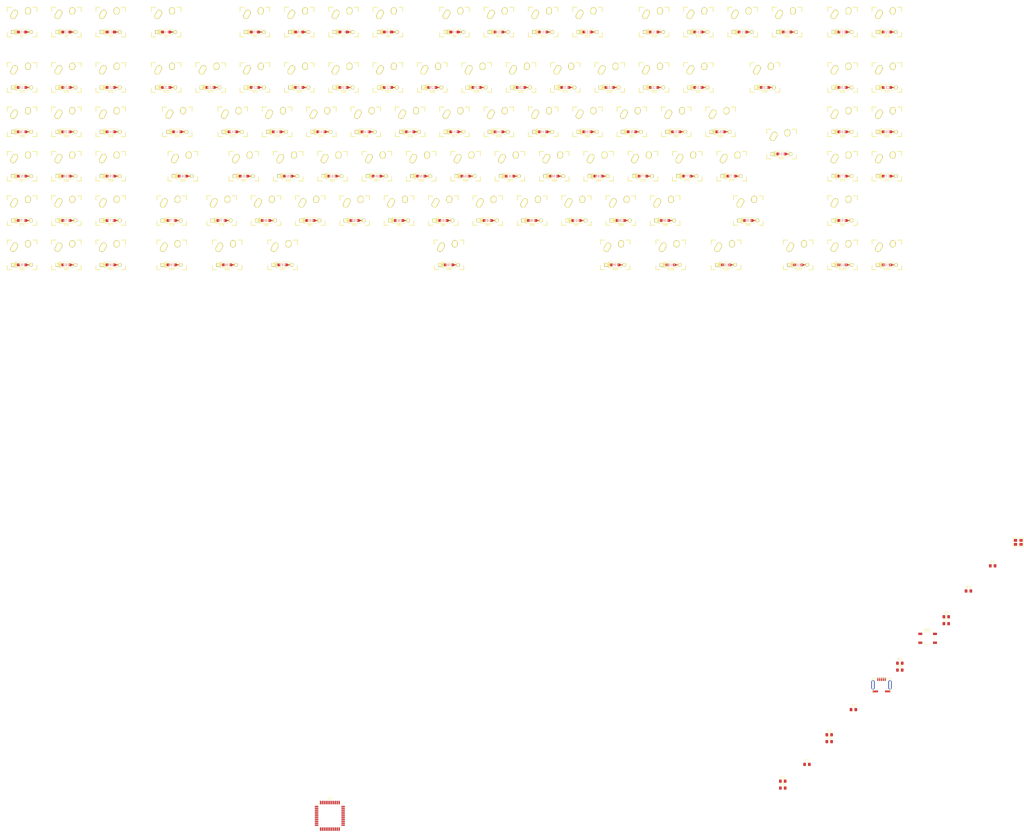
<source format=kicad_pcb>
(kicad_pcb (version 20171130) (host pcbnew "(5.1.2)-2")
  (layers (0 F.Cu signal) (31 B.Cu signal) (34 B.Paste user) (35 F.Paste user) (36 B.SilkS user) (37 F.SilkS user) (38 B.Mask user) (39 F.Mask user) (44 Edge.Cuts user))
  (net 0 "")
  (net 1 +5V)
  (net 2 "Net-(C1-Pad1)")
  (net 3 VCC)
  (net 4 "Net-(C5-Pad1)")
  (net 5 "Net-(C8-Pad1)")
  (net 6 /row0)
  (net 7 "Net-(D1-Pad2)")
  (net 8 /row1)
  (net 9 "Net-(D2-Pad2)")
  (net 10 "Net-(D3-Pad2)")
  (net 11 /row2)
  (net 12 "Net-(D4-Pad2)")
  (net 13 /row3)
  (net 14 /row4)
  (net 15 "Net-(D5-Pad2)")
  (net 16 "Net-(D6-Pad2)")
  (net 17 /row5)
  (net 18 "Net-(D7-Pad2)")
  (net 19 "Net-(D8-Pad2)")
  (net 20 "Net-(D9-Pad2)")
  (net 21 "Net-(D10-Pad2)")
  (net 22 "Net-(D11-Pad2)")
  (net 23 "Net-(D12-Pad2)")
  (net 24 "Net-(D13-Pad2)")
  (net 25 "Net-(D14-Pad2)")
  (net 26 "Net-(D15-Pad2)")
  (net 27 "Net-(D16-Pad2)")
  (net 28 "Net-(D17-Pad2)")
  (net 29 "Net-(D18-Pad2)")
  (net 30 "Net-(D19-Pad2)")
  (net 31 "Net-(D20-Pad2)")
  (net 32 "Net-(D21-Pad2)")
  (net 33 "Net-(D22-Pad2)")
  (net 34 "Net-(D23-Pad2)")
  (net 35 "Net-(D24-Pad2)")
  (net 36 "Net-(D25-Pad2)")
  (net 37 "Net-(D26-Pad2)")
  (net 38 "Net-(D27-Pad2)")
  (net 39 "Net-(D28-Pad2)")
  (net 40 "Net-(D29-Pad2)")
  (net 41 "Net-(D30-Pad2)")
  (net 42 "Net-(D31-Pad2)")
  (net 43 "Net-(D32-Pad2)")
  (net 44 "Net-(D33-Pad2)")
  (net 45 "Net-(D34-Pad2)")
  (net 46 "Net-(D35-Pad2)")
  (net 47 "Net-(D36-Pad2)")
  (net 48 "Net-(D37-Pad2)")
  (net 49 "Net-(D38-Pad2)")
  (net 50 "Net-(D39-Pad2)")
  (net 51 "Net-(D40-Pad2)")
  (net 52 "Net-(D41-Pad2)")
  (net 53 "Net-(D42-Pad2)")
  (net 54 "Net-(D43-Pad2)")
  (net 55 "Net-(D44-Pad2)")
  (net 56 "Net-(D45-Pad2)")
  (net 57 "Net-(D46-Pad2)")
  (net 58 "Net-(D47-Pad2)")
  (net 59 "Net-(D48-Pad2)")
  (net 60 "Net-(D49-Pad2)")
  (net 61 "Net-(D50-Pad2)")
  (net 62 "Net-(D51-Pad2)")
  (net 63 "Net-(D52-Pad2)")
  (net 64 "Net-(D53-Pad2)")
  (net 65 "Net-(D54-Pad2)")
  (net 66 "Net-(D55-Pad2)")
  (net 67 "Net-(D56-Pad2)")
  (net 68 "Net-(D57-Pad2)")
  (net 69 "Net-(D58-Pad2)")
  (net 70 "Net-(D59-Pad2)")
  (net 71 "Net-(D60-Pad2)")
  (net 72 "Net-(D61-Pad2)")
  (net 73 "Net-(D62-Pad2)")
  (net 74 "Net-(D63-Pad2)")
  (net 75 "Net-(D64-Pad2)")
  (net 76 "Net-(D65-Pad2)")
  (net 77 "Net-(D66-Pad2)")
  (net 78 "Net-(D67-Pad2)")
  (net 79 "Net-(D68-Pad2)")
  (net 80 "Net-(D69-Pad2)")
  (net 81 "Net-(D70-Pad2)")
  (net 82 "Net-(D71-Pad2)")
  (net 83 "Net-(D72-Pad2)")
  (net 84 "Net-(D73-Pad2)")
  (net 85 "Net-(D74-Pad2)")
  (net 86 "Net-(D75-Pad2)")
  (net 87 "Net-(D76-Pad2)")
  (net 88 "Net-(D77-Pad2)")
  (net 89 "Net-(D78-Pad2)")
  (net 90 "Net-(D79-Pad2)")
  (net 91 "Net-(D80-Pad2)")
  (net 92 "Net-(D81-Pad2)")
  (net 93 "Net-(D82-Pad2)")
  (net 94 "Net-(D83-Pad2)")
  (net 95 "Net-(D84-Pad2)")
  (net 96 "Net-(D85-Pad2)")
  (net 97 "Net-(D86-Pad2)")
  (net 98 "Net-(D87-Pad2)")
  (net 99 "Net-(D88-Pad2)")
  (net 100 "Net-(D89-Pad2)")
  (net 101 "Net-(D90-Pad2)")
  (net 102 "Net-(D91-Pad2)")
  (net 103 "Net-(D92-Pad2)")
  (net 104 "Net-(D93-Pad2)")
  (net 105 "Net-(D94-Pad2)")
  (net 106 "Net-(D95-Pad2)")
  (net 107 "Net-(D96-Pad2)")
  (net 108 "Net-(D97-Pad2)")
  (net 109 "Net-(D98-Pad2)")
  (net 110 "Net-(D99-Pad2)")
  (net 111 "Net-(D100-Pad2)")
  (net 112 "Net-(D101-Pad2)")
  (net 113 "Net-(D102-Pad2)")
  (net 114 "Net-(D103-Pad2)")
  (net 115 "Net-(D104-Pad2)")
  (net 116 "Net-(J1-Pad2)")
  (net 117 /col0)
  (net 118 /col1)
  (net 119 /col2)
  (net 120 /col3)
  (net 121 /col4)
  (net 122 /col5)
  (net 123 /col6)
  (net 124 /col7)
  (net 125 /col8)
  (net 126 /col9)
  (net 127 /col10)
  (net 128 /col11)
  (net 129 /col12)
  (net 130 /col13)
  (net 131 /col14)
  (net 132 /col15)
  (net 133 /col16)
  (net 134 /col17)
  (net 135 "Net-(R1-Pad2)")
  (net 136 "Net-(R2-Pad2)")
  (net 137 "Net-(R3-Pad2)")
  (net 138 "Net-(J1-Pad3)")
  (net 139 "Net-(R4-Pad2)")
  (net 140 "Net-(U1-Pad1)")
  (net 141 "Net-(U1-Pad42)")
  (net 142 "Net-(J1-Pad4)")
  (module Capacitor_SMD:C_0805_2012Metric_Pad1.15x1.40mm_HandSolder (layer F.Cu) (at 337.881251 215.592501)
    (fp_text reference C1 (at 0 -1.65) (layer F.SilkS))
    (fp_text value 22p)
    (pad 1 smd roundrect (at -1.025 0) (size 1.15 1.4) (layers F.Cu F.Paste F.Mask) (roundrect_rratio 0.217391) (net 2 "Net-(C1-Pad1)"))
    (pad 2 smd roundrect (at 1.025 0) (size 1.15 1.4) (layers F.Cu F.Paste F.Mask) (roundrect_rratio 0.217391) (net 1 +5V))
  )
  (module Capacitor_SMD:C_0805_2012Metric_Pad1.15x1.40mm_HandSolder (layer F.Cu) (at 397.701251 152.172501)
    (fp_text reference C2 (at 0 -1.65) (layer F.SilkS))
    (fp_text value 0.1u)
    (pad 2 smd roundrect (at 1.025 0) (size 1.15 1.4) (layers F.Cu F.Paste F.Mask) (roundrect_rratio 0.217391) (net 1 +5V))
    (pad 1 smd roundrect (at -1.025 0) (size 1.15 1.4) (layers F.Cu F.Paste F.Mask) (roundrect_rratio 0.217391) (net 3 VCC))
  )
  (module Capacitor_SMD:C_0805_2012Metric_Pad1.15x1.40mm_HandSolder (layer F.Cu) (at 347.421251 202.852501)
    (fp_text reference C3 (at 0 -1.65) (layer F.SilkS))
    (fp_text value 0.1u)
    (pad 2 smd roundrect (at 1.025 0) (size 1.15 1.4) (layers F.Cu F.Paste F.Mask) (roundrect_rratio 0.217391) (net 1 +5V))
    (pad 1 smd roundrect (at -1.025 0) (size 1.15 1.4) (layers F.Cu F.Paste F.Mask) (roundrect_rratio 0.217391) (net 3 VCC))
  )
  (module Capacitor_SMD:C_0805_2012Metric_Pad1.15x1.40mm_HandSolder (layer F.Cu) (at 327.481251 222.792501)
    (fp_text reference C4 (at 0 -1.65) (layer F.SilkS))
    (fp_text value 0.1u)
    (pad 1 smd roundrect (at -1.025 0) (size 1.15 1.4) (layers F.Cu F.Paste F.Mask) (roundrect_rratio 0.217391) (net 3 VCC))
    (pad 2 smd roundrect (at 1.025 0) (size 1.15 1.4) (layers F.Cu F.Paste F.Mask) (roundrect_rratio 0.217391) (net 1 +5V))
  )
  (module Capacitor_SMD:C_0805_2012Metric_Pad1.15x1.40mm_HandSolder (layer F.Cu) (at 327.481251 225.742501)
    (fp_text reference C5 (at 0 -1.65) (layer F.SilkS))
    (fp_text value 22p)
    (pad 2 smd roundrect (at 1.025 0) (size 1.15 1.4) (layers F.Cu F.Paste F.Mask) (roundrect_rratio 0.217391) (net 1 +5V))
    (pad 1 smd roundrect (at -1.025 0) (size 1.15 1.4) (layers F.Cu F.Paste F.Mask) (roundrect_rratio 0.217391) (net 4 "Net-(C5-Pad1)"))
  )
  (module Capacitor_SMD:C_0805_2012Metric_Pad1.15x1.40mm_HandSolder (layer F.Cu) (at 347.421251 205.802501)
    (fp_text reference C6 (at 0 -1.65) (layer F.SilkS))
    (fp_text value 0.1u)
    (pad 2 smd roundrect (at 1.025 0) (size 1.15 1.4) (layers F.Cu F.Paste F.Mask) (roundrect_rratio 0.217391) (net 1 +5V))
    (pad 1 smd roundrect (at -1.025 0) (size 1.15 1.4) (layers F.Cu F.Paste F.Mask) (roundrect_rratio 0.217391) (net 3 VCC))
  )
  (module Capacitor_SMD:C_0805_2012Metric_Pad1.15x1.40mm_HandSolder (layer F.Cu) (at 397.701251 155.122501)
    (fp_text reference C7 (at 0 -1.65) (layer F.SilkS))
    (fp_text value 4.7u)
    (pad 1 smd roundrect (at -1.025 0) (size 1.15 1.4) (layers F.Cu F.Paste F.Mask) (roundrect_rratio 0.217391) (net 3 VCC))
    (pad 2 smd roundrect (at 1.025 0) (size 1.15 1.4) (layers F.Cu F.Paste F.Mask) (roundrect_rratio 0.217391) (net 1 +5V))
  )
  (module Capacitor_SMD:C_0805_2012Metric_Pad1.15x1.40mm_HandSolder (layer F.Cu) (at 377.761251 175.062501)
    (fp_text reference C8 (at 0 -1.65) (layer F.SilkS))
    (fp_text value 1u)
    (pad 1 smd roundrect (at -1.025 0) (size 1.15 1.4) (layers F.Cu F.Paste F.Mask) (roundrect_rratio 0.217391) (net 5 "Net-(C8-Pad1)"))
    (pad 2 smd roundrect (at 1.025 0) (size 1.15 1.4) (layers F.Cu F.Paste F.Mask) (roundrect_rratio 0.217391) (net 1 +5V))
  )
  (module keyboard_parts:D_SOD123_axial (layer F.Cu) (at 0.72 -99)
    (fp_text reference D1 (at 0 1.925) (layer F.SilkS) (effects (font (size 0.8 0.8))))
    (fp_text value D hide)
    (pad 2 smd rect (at 2.7 0) (size 2.5 0.5) (layers F.Cu) (net 7 "Net-(D1-Pad2)"))
    (pad 1 smd rect (at -2.7 0) (size 2.5 0.5) (layers F.Cu) (net 6 /row0))
    (pad 2 thru_hole circle (at 3.9 0) (size 1.6 1.6) (drill 0.7) (layers *.Cu *.Mask F.SilkS) (net 7 "Net-(D1-Pad2)"))
    (pad 1 thru_hole rect (at -3.9 0) (size 1.6 1.6) (drill 0.7) (layers *.Cu *.Mask F.SilkS) (net 6 /row0))
    (pad 1 smd rect (at -1.575 0) (size 1.2 1.2) (layers F.Cu F.Paste F.Mask) (net 6 /row0))
    (pad 2 smd rect (at 1.575 0) (size 1.2 1.2) (layers F.Cu F.Paste F.Mask) (net 7 "Net-(D1-Pad2)"))
  )
  (module keyboard_parts:D_SOD123_axial (layer F.Cu) (at 19.77 -99)
    (fp_text reference D2 (at 0 1.925) (layer F.SilkS) (effects (font (size 0.8 0.8))))
    (fp_text value D hide)
    (pad 2 smd rect (at 2.7 0) (size 2.5 0.5) (layers F.Cu) (net 9 "Net-(D2-Pad2)"))
    (pad 1 smd rect (at -2.7 0) (size 2.5 0.5) (layers F.Cu) (net 8 /row1))
    (pad 2 thru_hole circle (at 3.9 0) (size 1.6 1.6) (drill 0.7) (layers *.Cu *.Mask F.SilkS) (net 9 "Net-(D2-Pad2)"))
    (pad 1 thru_hole rect (at -3.9 0) (size 1.6 1.6) (drill 0.7) (layers *.Cu *.Mask F.SilkS) (net 8 /row1))
    (pad 1 smd rect (at -1.575 0) (size 1.2 1.2) (layers F.Cu F.Paste F.Mask) (net 8 /row1))
    (pad 2 smd rect (at 1.575 0) (size 1.2 1.2) (layers F.Cu F.Paste F.Mask) (net 9 "Net-(D2-Pad2)"))
  )
  (module keyboard_parts:D_SOD123_axial (layer F.Cu) (at 38.82 -99)
    (fp_text reference D3 (at 0 1.925) (layer F.SilkS) (effects (font (size 0.8 0.8))))
    (fp_text value D hide)
    (pad 2 smd rect (at 1.575 0) (size 1.2 1.2) (layers F.Cu F.Paste F.Mask) (net 10 "Net-(D3-Pad2)"))
    (pad 1 smd rect (at -1.575 0) (size 1.2 1.2) (layers F.Cu F.Paste F.Mask) (net 11 /row2))
    (pad 1 thru_hole rect (at -3.9 0) (size 1.6 1.6) (drill 0.7) (layers *.Cu *.Mask F.SilkS) (net 11 /row2))
    (pad 2 thru_hole circle (at 3.9 0) (size 1.6 1.6) (drill 0.7) (layers *.Cu *.Mask F.SilkS) (net 10 "Net-(D3-Pad2)"))
    (pad 1 smd rect (at -2.7 0) (size 2.5 0.5) (layers F.Cu) (net 11 /row2))
    (pad 2 smd rect (at 2.7 0) (size 2.5 0.5) (layers F.Cu) (net 10 "Net-(D3-Pad2)"))
  )
  (module keyboard_parts:D_SOD123_axial (layer F.Cu) (at 62.63 -99)
    (fp_text reference D4 (at 0 1.925) (layer F.SilkS) (effects (font (size 0.8 0.8))))
    (fp_text value D hide)
    (pad 2 smd rect (at 1.575 0) (size 1.2 1.2) (layers F.Cu F.Paste F.Mask) (net 12 "Net-(D4-Pad2)"))
    (pad 1 smd rect (at -1.575 0) (size 1.2 1.2) (layers F.Cu F.Paste F.Mask) (net 13 /row3))
    (pad 1 thru_hole rect (at -3.9 0) (size 1.6 1.6) (drill 0.7) (layers *.Cu *.Mask F.SilkS) (net 13 /row3))
    (pad 2 thru_hole circle (at 3.9 0) (size 1.6 1.6) (drill 0.7) (layers *.Cu *.Mask F.SilkS) (net 12 "Net-(D4-Pad2)"))
    (pad 1 smd rect (at -2.7 0) (size 2.5 0.5) (layers F.Cu) (net 13 /row3))
    (pad 2 smd rect (at 2.7 0) (size 2.5 0.5) (layers F.Cu) (net 12 "Net-(D4-Pad2)"))
  )
  (module keyboard_parts:D_SOD123_axial (layer F.Cu) (at 100.73 -99)
    (fp_text reference D5 (at 0 1.925) (layer F.SilkS) (effects (font (size 0.8 0.8))))
    (fp_text value D hide)
    (pad 2 smd rect (at 2.7 0) (size 2.5 0.5) (layers F.Cu) (net 15 "Net-(D5-Pad2)"))
    (pad 1 smd rect (at -2.7 0) (size 2.5 0.5) (layers F.Cu) (net 14 /row4))
    (pad 2 thru_hole circle (at 3.9 0) (size 1.6 1.6) (drill 0.7) (layers *.Cu *.Mask F.SilkS) (net 15 "Net-(D5-Pad2)"))
    (pad 1 thru_hole rect (at -3.9 0) (size 1.6 1.6) (drill 0.7) (layers *.Cu *.Mask F.SilkS) (net 14 /row4))
    (pad 1 smd rect (at -1.575 0) (size 1.2 1.2) (layers F.Cu F.Paste F.Mask) (net 14 /row4))
    (pad 2 smd rect (at 1.575 0) (size 1.2 1.2) (layers F.Cu F.Paste F.Mask) (net 15 "Net-(D5-Pad2)"))
  )
  (module keyboard_parts:D_SOD123_axial (layer F.Cu) (at 119.78 -99)
    (fp_text reference D6 (at 0 1.925) (layer F.SilkS) (effects (font (size 0.8 0.8))))
    (fp_text value D hide)
    (pad 2 smd rect (at 2.7 0) (size 2.5 0.5) (layers F.Cu) (net 16 "Net-(D6-Pad2)"))
    (pad 1 smd rect (at -2.7 0) (size 2.5 0.5) (layers F.Cu) (net 17 /row5))
    (pad 2 thru_hole circle (at 3.9 0) (size 1.6 1.6) (drill 0.7) (layers *.Cu *.Mask F.SilkS) (net 16 "Net-(D6-Pad2)"))
    (pad 1 thru_hole rect (at -3.9 0) (size 1.6 1.6) (drill 0.7) (layers *.Cu *.Mask F.SilkS) (net 17 /row5))
    (pad 1 smd rect (at -1.575 0) (size 1.2 1.2) (layers F.Cu F.Paste F.Mask) (net 17 /row5))
    (pad 2 smd rect (at 1.575 0) (size 1.2 1.2) (layers F.Cu F.Paste F.Mask) (net 16 "Net-(D6-Pad2)"))
  )
  (module keyboard_parts:D_SOD123_axial (layer F.Cu) (at 138.83 -99)
    (fp_text reference D7 (at 0 1.925) (layer F.SilkS) (effects (font (size 0.8 0.8))))
    (fp_text value D hide)
    (pad 2 smd rect (at 2.7 0) (size 2.5 0.5) (layers F.Cu) (net 18 "Net-(D7-Pad2)"))
    (pad 1 smd rect (at -2.7 0) (size 2.5 0.5) (layers F.Cu) (net 6 /row0))
    (pad 2 thru_hole circle (at 3.9 0) (size 1.6 1.6) (drill 0.7) (layers *.Cu *.Mask F.SilkS) (net 18 "Net-(D7-Pad2)"))
    (pad 1 thru_hole rect (at -3.9 0) (size 1.6 1.6) (drill 0.7) (layers *.Cu *.Mask F.SilkS) (net 6 /row0))
    (pad 1 smd rect (at -1.575 0) (size 1.2 1.2) (layers F.Cu F.Paste F.Mask) (net 6 /row0))
    (pad 2 smd rect (at 1.575 0) (size 1.2 1.2) (layers F.Cu F.Paste F.Mask) (net 18 "Net-(D7-Pad2)"))
  )
  (module keyboard_parts:D_SOD123_axial (layer F.Cu) (at 157.88 -99)
    (fp_text reference D8 (at 0 1.925) (layer F.SilkS) (effects (font (size 0.8 0.8))))
    (fp_text value D hide)
    (pad 2 smd rect (at 2.7 0) (size 2.5 0.5) (layers F.Cu) (net 19 "Net-(D8-Pad2)"))
    (pad 1 smd rect (at -2.7 0) (size 2.5 0.5) (layers F.Cu) (net 8 /row1))
    (pad 2 thru_hole circle (at 3.9 0) (size 1.6 1.6) (drill 0.7) (layers *.Cu *.Mask F.SilkS) (net 19 "Net-(D8-Pad2)"))
    (pad 1 thru_hole rect (at -3.9 0) (size 1.6 1.6) (drill 0.7) (layers *.Cu *.Mask F.SilkS) (net 8 /row1))
    (pad 1 smd rect (at -1.575 0) (size 1.2 1.2) (layers F.Cu F.Paste F.Mask) (net 8 /row1))
    (pad 2 smd rect (at 1.575 0) (size 1.2 1.2) (layers F.Cu F.Paste F.Mask) (net 19 "Net-(D8-Pad2)"))
  )
  (module keyboard_parts:D_SOD123_axial (layer F.Cu) (at 186.46 -99)
    (fp_text reference D9 (at 0 1.925) (layer F.SilkS) (effects (font (size 0.8 0.8))))
    (fp_text value D hide)
    (pad 2 smd rect (at 1.575 0) (size 1.2 1.2) (layers F.Cu F.Paste F.Mask) (net 20 "Net-(D9-Pad2)"))
    (pad 1 smd rect (at -1.575 0) (size 1.2 1.2) (layers F.Cu F.Paste F.Mask) (net 11 /row2))
    (pad 1 thru_hole rect (at -3.9 0) (size 1.6 1.6) (drill 0.7) (layers *.Cu *.Mask F.SilkS) (net 11 /row2))
    (pad 2 thru_hole circle (at 3.9 0) (size 1.6 1.6) (drill 0.7) (layers *.Cu *.Mask F.SilkS) (net 20 "Net-(D9-Pad2)"))
    (pad 1 smd rect (at -2.7 0) (size 2.5 0.5) (layers F.Cu) (net 11 /row2))
    (pad 2 smd rect (at 2.7 0) (size 2.5 0.5) (layers F.Cu) (net 20 "Net-(D9-Pad2)"))
  )
  (module keyboard_parts:D_SOD123_axial (layer F.Cu) (at 205.51 -99)
    (fp_text reference D10 (at 0 1.925) (layer F.SilkS) (effects (font (size 0.8 0.8))))
    (fp_text value D hide)
    (pad 2 smd rect (at 2.7 0) (size 2.5 0.5) (layers F.Cu) (net 21 "Net-(D10-Pad2)"))
    (pad 1 smd rect (at -2.7 0) (size 2.5 0.5) (layers F.Cu) (net 13 /row3))
    (pad 2 thru_hole circle (at 3.9 0) (size 1.6 1.6) (drill 0.7) (layers *.Cu *.Mask F.SilkS) (net 21 "Net-(D10-Pad2)"))
    (pad 1 thru_hole rect (at -3.9 0) (size 1.6 1.6) (drill 0.7) (layers *.Cu *.Mask F.SilkS) (net 13 /row3))
    (pad 1 smd rect (at -1.575 0) (size 1.2 1.2) (layers F.Cu F.Paste F.Mask) (net 13 /row3))
    (pad 2 smd rect (at 1.575 0) (size 1.2 1.2) (layers F.Cu F.Paste F.Mask) (net 21 "Net-(D10-Pad2)"))
  )
  (module keyboard_parts:D_SOD123_axial (layer F.Cu) (at 224.56 -99)
    (fp_text reference D11 (at 0 1.925) (layer F.SilkS) (effects (font (size 0.8 0.8))))
    (fp_text value D hide)
    (pad 2 smd rect (at 2.7 0) (size 2.5 0.5) (layers F.Cu) (net 22 "Net-(D11-Pad2)"))
    (pad 1 smd rect (at -2.7 0) (size 2.5 0.5) (layers F.Cu) (net 14 /row4))
    (pad 2 thru_hole circle (at 3.9 0) (size 1.6 1.6) (drill 0.7) (layers *.Cu *.Mask F.SilkS) (net 22 "Net-(D11-Pad2)"))
    (pad 1 thru_hole rect (at -3.9 0) (size 1.6 1.6) (drill 0.7) (layers *.Cu *.Mask F.SilkS) (net 14 /row4))
    (pad 1 smd rect (at -1.575 0) (size 1.2 1.2) (layers F.Cu F.Paste F.Mask) (net 14 /row4))
    (pad 2 smd rect (at 1.575 0) (size 1.2 1.2) (layers F.Cu F.Paste F.Mask) (net 22 "Net-(D11-Pad2)"))
  )
  (module keyboard_parts:D_SOD123_axial (layer F.Cu) (at 243.61 -99)
    (fp_text reference D12 (at 0 1.925) (layer F.SilkS) (effects (font (size 0.8 0.8))))
    (fp_text value D hide)
    (pad 2 smd rect (at 1.575 0) (size 1.2 1.2) (layers F.Cu F.Paste F.Mask) (net 23 "Net-(D12-Pad2)"))
    (pad 1 smd rect (at -1.575 0) (size 1.2 1.2) (layers F.Cu F.Paste F.Mask) (net 17 /row5))
    (pad 1 thru_hole rect (at -3.9 0) (size 1.6 1.6) (drill 0.7) (layers *.Cu *.Mask F.SilkS) (net 17 /row5))
    (pad 2 thru_hole circle (at 3.9 0) (size 1.6 1.6) (drill 0.7) (layers *.Cu *.Mask F.SilkS) (net 23 "Net-(D12-Pad2)"))
    (pad 1 smd rect (at -2.7 0) (size 2.5 0.5) (layers F.Cu) (net 17 /row5))
    (pad 2 smd rect (at 2.7 0) (size 2.5 0.5) (layers F.Cu) (net 23 "Net-(D12-Pad2)"))
  )
  (module keyboard_parts:D_SOD123_axial (layer F.Cu) (at 272.18 -99)
    (fp_text reference D13 (at 0 1.925) (layer F.SilkS) (effects (font (size 0.8 0.8))))
    (fp_text value D hide)
    (pad 2 smd rect (at 1.575 0) (size 1.2 1.2) (layers F.Cu F.Paste F.Mask) (net 24 "Net-(D13-Pad2)"))
    (pad 1 smd rect (at -1.575 0) (size 1.2 1.2) (layers F.Cu F.Paste F.Mask) (net 6 /row0))
    (pad 1 thru_hole rect (at -3.9 0) (size 1.6 1.6) (drill 0.7) (layers *.Cu *.Mask F.SilkS) (net 6 /row0))
    (pad 2 thru_hole circle (at 3.9 0) (size 1.6 1.6) (drill 0.7) (layers *.Cu *.Mask F.SilkS) (net 24 "Net-(D13-Pad2)"))
    (pad 1 smd rect (at -2.7 0) (size 2.5 0.5) (layers F.Cu) (net 6 /row0))
    (pad 2 smd rect (at 2.7 0) (size 2.5 0.5) (layers F.Cu) (net 24 "Net-(D13-Pad2)"))
  )
  (module keyboard_parts:D_SOD123_axial (layer F.Cu) (at 291.23 -99)
    (fp_text reference D14 (at 0 1.925) (layer F.SilkS) (effects (font (size 0.8 0.8))))
    (fp_text value D hide)
    (pad 2 smd rect (at 1.575 0) (size 1.2 1.2) (layers F.Cu F.Paste F.Mask) (net 25 "Net-(D14-Pad2)"))
    (pad 1 smd rect (at -1.575 0) (size 1.2 1.2) (layers F.Cu F.Paste F.Mask) (net 8 /row1))
    (pad 1 thru_hole rect (at -3.9 0) (size 1.6 1.6) (drill 0.7) (layers *.Cu *.Mask F.SilkS) (net 8 /row1))
    (pad 2 thru_hole circle (at 3.9 0) (size 1.6 1.6) (drill 0.7) (layers *.Cu *.Mask F.SilkS) (net 25 "Net-(D14-Pad2)"))
    (pad 1 smd rect (at -2.7 0) (size 2.5 0.5) (layers F.Cu) (net 8 /row1))
    (pad 2 smd rect (at 2.7 0) (size 2.5 0.5) (layers F.Cu) (net 25 "Net-(D14-Pad2)"))
  )
  (module keyboard_parts:D_SOD123_axial (layer F.Cu) (at 310.28 -99)
    (fp_text reference D15 (at 0 1.925) (layer F.SilkS) (effects (font (size 0.8 0.8))))
    (fp_text value D hide)
    (pad 2 smd rect (at 2.7 0) (size 2.5 0.5) (layers F.Cu) (net 26 "Net-(D15-Pad2)"))
    (pad 1 smd rect (at -2.7 0) (size 2.5 0.5) (layers F.Cu) (net 11 /row2))
    (pad 2 thru_hole circle (at 3.9 0) (size 1.6 1.6) (drill 0.7) (layers *.Cu *.Mask F.SilkS) (net 26 "Net-(D15-Pad2)"))
    (pad 1 thru_hole rect (at -3.9 0) (size 1.6 1.6) (drill 0.7) (layers *.Cu *.Mask F.SilkS) (net 11 /row2))
    (pad 1 smd rect (at -1.575 0) (size 1.2 1.2) (layers F.Cu F.Paste F.Mask) (net 11 /row2))
    (pad 2 smd rect (at 1.575 0) (size 1.2 1.2) (layers F.Cu F.Paste F.Mask) (net 26 "Net-(D15-Pad2)"))
  )
  (module keyboard_parts:D_SOD123_axial (layer F.Cu) (at 329.33 -99)
    (fp_text reference D16 (at 0 1.925) (layer F.SilkS) (effects (font (size 0.8 0.8))))
    (fp_text value D hide)
    (pad 2 smd rect (at 2.7 0) (size 2.5 0.5) (layers F.Cu) (net 27 "Net-(D16-Pad2)"))
    (pad 1 smd rect (at -2.7 0) (size 2.5 0.5) (layers F.Cu) (net 13 /row3))
    (pad 2 thru_hole circle (at 3.9 0) (size 1.6 1.6) (drill 0.7) (layers *.Cu *.Mask F.SilkS) (net 27 "Net-(D16-Pad2)"))
    (pad 1 thru_hole rect (at -3.9 0) (size 1.6 1.6) (drill 0.7) (layers *.Cu *.Mask F.SilkS) (net 13 /row3))
    (pad 1 smd rect (at -1.575 0) (size 1.2 1.2) (layers F.Cu F.Paste F.Mask) (net 13 /row3))
    (pad 2 smd rect (at 1.575 0) (size 1.2 1.2) (layers F.Cu F.Paste F.Mask) (net 27 "Net-(D16-Pad2)"))
  )
  (module keyboard_parts:D_SOD123_axial (layer F.Cu) (at 353.15 -99)
    (fp_text reference D17 (at 0 1.925) (layer F.SilkS) (effects (font (size 0.8 0.8))))
    (fp_text value D hide)
    (pad 2 smd rect (at 1.575 0) (size 1.2 1.2) (layers F.Cu F.Paste F.Mask) (net 28 "Net-(D17-Pad2)"))
    (pad 1 smd rect (at -1.575 0) (size 1.2 1.2) (layers F.Cu F.Paste F.Mask) (net 14 /row4))
    (pad 1 thru_hole rect (at -3.9 0) (size 1.6 1.6) (drill 0.7) (layers *.Cu *.Mask F.SilkS) (net 14 /row4))
    (pad 2 thru_hole circle (at 3.9 0) (size 1.6 1.6) (drill 0.7) (layers *.Cu *.Mask F.SilkS) (net 28 "Net-(D17-Pad2)"))
    (pad 1 smd rect (at -2.7 0) (size 2.5 0.5) (layers F.Cu) (net 14 /row4))
    (pad 2 smd rect (at 2.7 0) (size 2.5 0.5) (layers F.Cu) (net 28 "Net-(D17-Pad2)"))
  )
  (module keyboard_parts:D_SOD123_axial (layer F.Cu) (at 372.2 -99)
    (fp_text reference D18 (at 0 1.925) (layer F.SilkS) (effects (font (size 0.8 0.8))))
    (fp_text value D hide)
    (pad 2 smd rect (at 2.7 0) (size 2.5 0.5) (layers F.Cu) (net 29 "Net-(D18-Pad2)"))
    (pad 1 smd rect (at -2.7 0) (size 2.5 0.5) (layers F.Cu) (net 17 /row5))
    (pad 2 thru_hole circle (at 3.9 0) (size 1.6 1.6) (drill 0.7) (layers *.Cu *.Mask F.SilkS) (net 29 "Net-(D18-Pad2)"))
    (pad 1 thru_hole rect (at -3.9 0) (size 1.6 1.6) (drill 0.7) (layers *.Cu *.Mask F.SilkS) (net 17 /row5))
    (pad 1 smd rect (at -1.575 0) (size 1.2 1.2) (layers F.Cu F.Paste F.Mask) (net 17 /row5))
    (pad 2 smd rect (at 1.575 0) (size 1.2 1.2) (layers F.Cu F.Paste F.Mask) (net 29 "Net-(D18-Pad2)"))
  )
  (module keyboard_parts:D_SOD123_axial (layer F.Cu) (at 0.72 -75.19)
    (fp_text reference D19 (at 0 1.925) (layer F.SilkS) (effects (font (size 0.8 0.8))))
    (fp_text value D hide)
    (pad 2 smd rect (at 1.575 0) (size 1.2 1.2) (layers F.Cu F.Paste F.Mask) (net 30 "Net-(D19-Pad2)"))
    (pad 1 smd rect (at -1.575 0) (size 1.2 1.2) (layers F.Cu F.Paste F.Mask) (net 6 /row0))
    (pad 1 thru_hole rect (at -3.9 0) (size 1.6 1.6) (drill 0.7) (layers *.Cu *.Mask F.SilkS) (net 6 /row0))
    (pad 2 thru_hole circle (at 3.9 0) (size 1.6 1.6) (drill 0.7) (layers *.Cu *.Mask F.SilkS) (net 30 "Net-(D19-Pad2)"))
    (pad 1 smd rect (at -2.7 0) (size 2.5 0.5) (layers F.Cu) (net 6 /row0))
    (pad 2 smd rect (at 2.7 0) (size 2.5 0.5) (layers F.Cu) (net 30 "Net-(D19-Pad2)"))
  )
  (module keyboard_parts:D_SOD123_axial (layer F.Cu) (at 19.77 -75.19)
    (fp_text reference D20 (at 0 1.925) (layer F.SilkS) (effects (font (size 0.8 0.8))))
    (fp_text value D hide)
    (pad 2 smd rect (at 2.7 0) (size 2.5 0.5) (layers F.Cu) (net 31 "Net-(D20-Pad2)"))
    (pad 1 smd rect (at -2.7 0) (size 2.5 0.5) (layers F.Cu) (net 8 /row1))
    (pad 2 thru_hole circle (at 3.9 0) (size 1.6 1.6) (drill 0.7) (layers *.Cu *.Mask F.SilkS) (net 31 "Net-(D20-Pad2)"))
    (pad 1 thru_hole rect (at -3.9 0) (size 1.6 1.6) (drill 0.7) (layers *.Cu *.Mask F.SilkS) (net 8 /row1))
    (pad 1 smd rect (at -1.575 0) (size 1.2 1.2) (layers F.Cu F.Paste F.Mask) (net 8 /row1))
    (pad 2 smd rect (at 1.575 0) (size 1.2 1.2) (layers F.Cu F.Paste F.Mask) (net 31 "Net-(D20-Pad2)"))
  )
  (module keyboard_parts:D_SOD123_axial (layer F.Cu) (at 38.82 -75.19)
    (fp_text reference D21 (at 0 1.925) (layer F.SilkS) (effects (font (size 0.8 0.8))))
    (fp_text value D hide)
    (pad 2 smd rect (at 2.7 0) (size 2.5 0.5) (layers F.Cu) (net 32 "Net-(D21-Pad2)"))
    (pad 1 smd rect (at -2.7 0) (size 2.5 0.5) (layers F.Cu) (net 11 /row2))
    (pad 2 thru_hole circle (at 3.9 0) (size 1.6 1.6) (drill 0.7) (layers *.Cu *.Mask F.SilkS) (net 32 "Net-(D21-Pad2)"))
    (pad 1 thru_hole rect (at -3.9 0) (size 1.6 1.6) (drill 0.7) (layers *.Cu *.Mask F.SilkS) (net 11 /row2))
    (pad 1 smd rect (at -1.575 0) (size 1.2 1.2) (layers F.Cu F.Paste F.Mask) (net 11 /row2))
    (pad 2 smd rect (at 1.575 0) (size 1.2 1.2) (layers F.Cu F.Paste F.Mask) (net 32 "Net-(D21-Pad2)"))
  )
  (module keyboard_parts:D_SOD123_axial (layer F.Cu) (at 62.63 -75.19)
    (fp_text reference D22 (at 0 1.925) (layer F.SilkS) (effects (font (size 0.8 0.8))))
    (fp_text value D hide)
    (pad 2 smd rect (at 1.575 0) (size 1.2 1.2) (layers F.Cu F.Paste F.Mask) (net 33 "Net-(D22-Pad2)"))
    (pad 1 smd rect (at -1.575 0) (size 1.2 1.2) (layers F.Cu F.Paste F.Mask) (net 13 /row3))
    (pad 1 thru_hole rect (at -3.9 0) (size 1.6 1.6) (drill 0.7) (layers *.Cu *.Mask F.SilkS) (net 13 /row3))
    (pad 2 thru_hole circle (at 3.9 0) (size 1.6 1.6) (drill 0.7) (layers *.Cu *.Mask F.SilkS) (net 33 "Net-(D22-Pad2)"))
    (pad 1 smd rect (at -2.7 0) (size 2.5 0.5) (layers F.Cu) (net 13 /row3))
    (pad 2 smd rect (at 2.7 0) (size 2.5 0.5) (layers F.Cu) (net 33 "Net-(D22-Pad2)"))
  )
  (module keyboard_parts:D_SOD123_axial (layer F.Cu) (at 81.68 -75.19)
    (fp_text reference D23 (at 0 1.925) (layer F.SilkS) (effects (font (size 0.8 0.8))))
    (fp_text value D hide)
    (pad 2 smd rect (at 2.7 0) (size 2.5 0.5) (layers F.Cu) (net 34 "Net-(D23-Pad2)"))
    (pad 1 smd rect (at -2.7 0) (size 2.5 0.5) (layers F.Cu) (net 14 /row4))
    (pad 2 thru_hole circle (at 3.9 0) (size 1.6 1.6) (drill 0.7) (layers *.Cu *.Mask F.SilkS) (net 34 "Net-(D23-Pad2)"))
    (pad 1 thru_hole rect (at -3.9 0) (size 1.6 1.6) (drill 0.7) (layers *.Cu *.Mask F.SilkS) (net 14 /row4))
    (pad 1 smd rect (at -1.575 0) (size 1.2 1.2) (layers F.Cu F.Paste F.Mask) (net 14 /row4))
    (pad 2 smd rect (at 1.575 0) (size 1.2 1.2) (layers F.Cu F.Paste F.Mask) (net 34 "Net-(D23-Pad2)"))
  )
  (module keyboard_parts:D_SOD123_axial (layer F.Cu) (at 100.73 -75.19)
    (fp_text reference D24 (at 0 1.925) (layer F.SilkS) (effects (font (size 0.8 0.8))))
    (fp_text value D hide)
    (pad 2 smd rect (at 1.575 0) (size 1.2 1.2) (layers F.Cu F.Paste F.Mask) (net 35 "Net-(D24-Pad2)"))
    (pad 1 smd rect (at -1.575 0) (size 1.2 1.2) (layers F.Cu F.Paste F.Mask) (net 17 /row5))
    (pad 1 thru_hole rect (at -3.9 0) (size 1.6 1.6) (drill 0.7) (layers *.Cu *.Mask F.SilkS) (net 17 /row5))
    (pad 2 thru_hole circle (at 3.9 0) (size 1.6 1.6) (drill 0.7) (layers *.Cu *.Mask F.SilkS) (net 35 "Net-(D24-Pad2)"))
    (pad 1 smd rect (at -2.7 0) (size 2.5 0.5) (layers F.Cu) (net 17 /row5))
    (pad 2 smd rect (at 2.7 0) (size 2.5 0.5) (layers F.Cu) (net 35 "Net-(D24-Pad2)"))
  )
  (module keyboard_parts:D_SOD123_axial (layer F.Cu) (at 119.78 -75.19)
    (fp_text reference D25 (at 0 1.925) (layer F.SilkS) (effects (font (size 0.8 0.8))))
    (fp_text value D hide)
    (pad 2 smd rect (at 1.575 0) (size 1.2 1.2) (layers F.Cu F.Paste F.Mask) (net 36 "Net-(D25-Pad2)"))
    (pad 1 smd rect (at -1.575 0) (size 1.2 1.2) (layers F.Cu F.Paste F.Mask) (net 6 /row0))
    (pad 1 thru_hole rect (at -3.9 0) (size 1.6 1.6) (drill 0.7) (layers *.Cu *.Mask F.SilkS) (net 6 /row0))
    (pad 2 thru_hole circle (at 3.9 0) (size 1.6 1.6) (drill 0.7) (layers *.Cu *.Mask F.SilkS) (net 36 "Net-(D25-Pad2)"))
    (pad 1 smd rect (at -2.7 0) (size 2.5 0.5) (layers F.Cu) (net 6 /row0))
    (pad 2 smd rect (at 2.7 0) (size 2.5 0.5) (layers F.Cu) (net 36 "Net-(D25-Pad2)"))
  )
  (module keyboard_parts:D_SOD123_axial (layer F.Cu) (at 138.83 -75.19)
    (fp_text reference D26 (at 0 1.925) (layer F.SilkS) (effects (font (size 0.8 0.8))))
    (fp_text value D hide)
    (pad 2 smd rect (at 2.7 0) (size 2.5 0.5) (layers F.Cu) (net 37 "Net-(D26-Pad2)"))
    (pad 1 smd rect (at -2.7 0) (size 2.5 0.5) (layers F.Cu) (net 8 /row1))
    (pad 2 thru_hole circle (at 3.9 0) (size 1.6 1.6) (drill 0.7) (layers *.Cu *.Mask F.SilkS) (net 37 "Net-(D26-Pad2)"))
    (pad 1 thru_hole rect (at -3.9 0) (size 1.6 1.6) (drill 0.7) (layers *.Cu *.Mask F.SilkS) (net 8 /row1))
    (pad 1 smd rect (at -1.575 0) (size 1.2 1.2) (layers F.Cu F.Paste F.Mask) (net 8 /row1))
    (pad 2 smd rect (at 1.575 0) (size 1.2 1.2) (layers F.Cu F.Paste F.Mask) (net 37 "Net-(D26-Pad2)"))
  )
  (module keyboard_parts:D_SOD123_axial (layer F.Cu) (at 157.88 -75.19)
    (fp_text reference D27 (at 0 1.925) (layer F.SilkS) (effects (font (size 0.8 0.8))))
    (fp_text value D hide)
    (pad 2 smd rect (at 1.575 0) (size 1.2 1.2) (layers F.Cu F.Paste F.Mask) (net 38 "Net-(D27-Pad2)"))
    (pad 1 smd rect (at -1.575 0) (size 1.2 1.2) (layers F.Cu F.Paste F.Mask) (net 11 /row2))
    (pad 1 thru_hole rect (at -3.9 0) (size 1.6 1.6) (drill 0.7) (layers *.Cu *.Mask F.SilkS) (net 11 /row2))
    (pad 2 thru_hole circle (at 3.9 0) (size 1.6 1.6) (drill 0.7) (layers *.Cu *.Mask F.SilkS) (net 38 "Net-(D27-Pad2)"))
    (pad 1 smd rect (at -2.7 0) (size 2.5 0.5) (layers F.Cu) (net 11 /row2))
    (pad 2 smd rect (at 2.7 0) (size 2.5 0.5) (layers F.Cu) (net 38 "Net-(D27-Pad2)"))
  )
  (module keyboard_parts:D_SOD123_axial (layer F.Cu) (at 176.93 -75.19)
    (fp_text reference D28 (at 0 1.925) (layer F.SilkS) (effects (font (size 0.8 0.8))))
    (fp_text value D hide)
    (pad 2 smd rect (at 2.7 0) (size 2.5 0.5) (layers F.Cu) (net 39 "Net-(D28-Pad2)"))
    (pad 1 smd rect (at -2.7 0) (size 2.5 0.5) (layers F.Cu) (net 13 /row3))
    (pad 2 thru_hole circle (at 3.9 0) (size 1.6 1.6) (drill 0.7) (layers *.Cu *.Mask F.SilkS) (net 39 "Net-(D28-Pad2)"))
    (pad 1 thru_hole rect (at -3.9 0) (size 1.6 1.6) (drill 0.7) (layers *.Cu *.Mask F.SilkS) (net 13 /row3))
    (pad 1 smd rect (at -1.575 0) (size 1.2 1.2) (layers F.Cu F.Paste F.Mask) (net 13 /row3))
    (pad 2 smd rect (at 1.575 0) (size 1.2 1.2) (layers F.Cu F.Paste F.Mask) (net 39 "Net-(D28-Pad2)"))
  )
  (module keyboard_parts:D_SOD123_axial (layer F.Cu) (at 195.98 -75.19)
    (fp_text reference D29 (at 0 1.925) (layer F.SilkS) (effects (font (size 0.8 0.8))))
    (fp_text value D hide)
    (pad 2 smd rect (at 2.7 0) (size 2.5 0.5) (layers F.Cu) (net 40 "Net-(D29-Pad2)"))
    (pad 1 smd rect (at -2.7 0) (size 2.5 0.5) (layers F.Cu) (net 14 /row4))
    (pad 2 thru_hole circle (at 3.9 0) (size 1.6 1.6) (drill 0.7) (layers *.Cu *.Mask F.SilkS) (net 40 "Net-(D29-Pad2)"))
    (pad 1 thru_hole rect (at -3.9 0) (size 1.6 1.6) (drill 0.7) (layers *.Cu *.Mask F.SilkS) (net 14 /row4))
    (pad 1 smd rect (at -1.575 0) (size 1.2 1.2) (layers F.Cu F.Paste F.Mask) (net 14 /row4))
    (pad 2 smd rect (at 1.575 0) (size 1.2 1.2) (layers F.Cu F.Paste F.Mask) (net 40 "Net-(D29-Pad2)"))
  )
  (module keyboard_parts:D_SOD123_axial (layer F.Cu) (at 215.03 -75.19)
    (fp_text reference D30 (at 0 1.925) (layer F.SilkS) (effects (font (size 0.8 0.8))))
    (fp_text value D hide)
    (pad 2 smd rect (at 1.575 0) (size 1.2 1.2) (layers F.Cu F.Paste F.Mask) (net 41 "Net-(D30-Pad2)"))
    (pad 1 smd rect (at -1.575 0) (size 1.2 1.2) (layers F.Cu F.Paste F.Mask) (net 17 /row5))
    (pad 1 thru_hole rect (at -3.9 0) (size 1.6 1.6) (drill 0.7) (layers *.Cu *.Mask F.SilkS) (net 17 /row5))
    (pad 2 thru_hole circle (at 3.9 0) (size 1.6 1.6) (drill 0.7) (layers *.Cu *.Mask F.SilkS) (net 41 "Net-(D30-Pad2)"))
    (pad 1 smd rect (at -2.7 0) (size 2.5 0.5) (layers F.Cu) (net 17 /row5))
    (pad 2 smd rect (at 2.7 0) (size 2.5 0.5) (layers F.Cu) (net 41 "Net-(D30-Pad2)"))
  )
  (module keyboard_parts:D_SOD123_axial (layer F.Cu) (at 234.08 -75.19)
    (fp_text reference D31 (at 0 1.925) (layer F.SilkS) (effects (font (size 0.8 0.8))))
    (fp_text value D hide)
    (pad 2 smd rect (at 2.7 0) (size 2.5 0.5) (layers F.Cu) (net 42 "Net-(D31-Pad2)"))
    (pad 1 smd rect (at -2.7 0) (size 2.5 0.5) (layers F.Cu) (net 6 /row0))
    (pad 2 thru_hole circle (at 3.9 0) (size 1.6 1.6) (drill 0.7) (layers *.Cu *.Mask F.SilkS) (net 42 "Net-(D31-Pad2)"))
    (pad 1 thru_hole rect (at -3.9 0) (size 1.6 1.6) (drill 0.7) (layers *.Cu *.Mask F.SilkS) (net 6 /row0))
    (pad 1 smd rect (at -1.575 0) (size 1.2 1.2) (layers F.Cu F.Paste F.Mask) (net 6 /row0))
    (pad 2 smd rect (at 1.575 0) (size 1.2 1.2) (layers F.Cu F.Paste F.Mask) (net 42 "Net-(D31-Pad2)"))
  )
  (module keyboard_parts:D_SOD123_axial (layer F.Cu) (at 253.13 -75.19)
    (fp_text reference D32 (at 0 1.925) (layer F.SilkS) (effects (font (size 0.8 0.8))))
    (fp_text value D hide)
    (pad 2 smd rect (at 1.575 0) (size 1.2 1.2) (layers F.Cu F.Paste F.Mask) (net 43 "Net-(D32-Pad2)"))
    (pad 1 smd rect (at -1.575 0) (size 1.2 1.2) (layers F.Cu F.Paste F.Mask) (net 8 /row1))
    (pad 1 thru_hole rect (at -3.9 0) (size 1.6 1.6) (drill 0.7) (layers *.Cu *.Mask F.SilkS) (net 8 /row1))
    (pad 2 thru_hole circle (at 3.9 0) (size 1.6 1.6) (drill 0.7) (layers *.Cu *.Mask F.SilkS) (net 43 "Net-(D32-Pad2)"))
    (pad 1 smd rect (at -2.7 0) (size 2.5 0.5) (layers F.Cu) (net 8 /row1))
    (pad 2 smd rect (at 2.7 0) (size 2.5 0.5) (layers F.Cu) (net 43 "Net-(D32-Pad2)"))
  )
  (module keyboard_parts:D_SOD123_axial (layer F.Cu) (at 272.18 -75.19)
    (fp_text reference D33 (at 0 1.925) (layer F.SilkS) (effects (font (size 0.8 0.8))))
    (fp_text value D hide)
    (pad 2 smd rect (at 2.7 0) (size 2.5 0.5) (layers F.Cu) (net 44 "Net-(D33-Pad2)"))
    (pad 1 smd rect (at -2.7 0) (size 2.5 0.5) (layers F.Cu) (net 11 /row2))
    (pad 2 thru_hole circle (at 3.9 0) (size 1.6 1.6) (drill 0.7) (layers *.Cu *.Mask F.SilkS) (net 44 "Net-(D33-Pad2)"))
    (pad 1 thru_hole rect (at -3.9 0) (size 1.6 1.6) (drill 0.7) (layers *.Cu *.Mask F.SilkS) (net 11 /row2))
    (pad 1 smd rect (at -1.575 0) (size 1.2 1.2) (layers F.Cu F.Paste F.Mask) (net 11 /row2))
    (pad 2 smd rect (at 1.575 0) (size 1.2 1.2) (layers F.Cu F.Paste F.Mask) (net 44 "Net-(D33-Pad2)"))
  )
  (module keyboard_parts:D_SOD123_axial (layer F.Cu) (at 291.23 -75.19)
    (fp_text reference D34 (at 0 1.925) (layer F.SilkS) (effects (font (size 0.8 0.8))))
    (fp_text value D hide)
    (pad 2 smd rect (at 1.575 0) (size 1.2 1.2) (layers F.Cu F.Paste F.Mask) (net 45 "Net-(D34-Pad2)"))
    (pad 1 smd rect (at -1.575 0) (size 1.2 1.2) (layers F.Cu F.Paste F.Mask) (net 13 /row3))
    (pad 1 thru_hole rect (at -3.9 0) (size 1.6 1.6) (drill 0.7) (layers *.Cu *.Mask F.SilkS) (net 13 /row3))
    (pad 2 thru_hole circle (at 3.9 0) (size 1.6 1.6) (drill 0.7) (layers *.Cu *.Mask F.SilkS) (net 45 "Net-(D34-Pad2)"))
    (pad 1 smd rect (at -2.7 0) (size 2.5 0.5) (layers F.Cu) (net 13 /row3))
    (pad 2 smd rect (at 2.7 0) (size 2.5 0.5) (layers F.Cu) (net 45 "Net-(D34-Pad2)"))
  )
  (module keyboard_parts:D_SOD123_axial (layer F.Cu) (at 319.81 -75.19)
    (fp_text reference D35 (at 0 1.925) (layer F.SilkS) (effects (font (size 0.8 0.8))))
    (fp_text value D hide)
    (pad 2 smd rect (at 2.7 0) (size 2.5 0.5) (layers F.Cu) (net 46 "Net-(D35-Pad2)"))
    (pad 1 smd rect (at -2.7 0) (size 2.5 0.5) (layers F.Cu) (net 14 /row4))
    (pad 2 thru_hole circle (at 3.9 0) (size 1.6 1.6) (drill 0.7) (layers *.Cu *.Mask F.SilkS) (net 46 "Net-(D35-Pad2)"))
    (pad 1 thru_hole rect (at -3.9 0) (size 1.6 1.6) (drill 0.7) (layers *.Cu *.Mask F.SilkS) (net 14 /row4))
    (pad 1 smd rect (at -1.575 0) (size 1.2 1.2) (layers F.Cu F.Paste F.Mask) (net 14 /row4))
    (pad 2 smd rect (at 1.575 0) (size 1.2 1.2) (layers F.Cu F.Paste F.Mask) (net 46 "Net-(D35-Pad2)"))
  )
  (module keyboard_parts:D_SOD123_axial (layer F.Cu) (at 353.15 -75.19)
    (fp_text reference D36 (at 0 1.925) (layer F.SilkS) (effects (font (size 0.8 0.8))))
    (fp_text value D hide)
    (pad 2 smd rect (at 1.575 0) (size 1.2 1.2) (layers F.Cu F.Paste F.Mask) (net 47 "Net-(D36-Pad2)"))
    (pad 1 smd rect (at -1.575 0) (size 1.2 1.2) (layers F.Cu F.Paste F.Mask) (net 17 /row5))
    (pad 1 thru_hole rect (at -3.9 0) (size 1.6 1.6) (drill 0.7) (layers *.Cu *.Mask F.SilkS) (net 17 /row5))
    (pad 2 thru_hole circle (at 3.9 0) (size 1.6 1.6) (drill 0.7) (layers *.Cu *.Mask F.SilkS) (net 47 "Net-(D36-Pad2)"))
    (pad 1 smd rect (at -2.7 0) (size 2.5 0.5) (layers F.Cu) (net 17 /row5))
    (pad 2 smd rect (at 2.7 0) (size 2.5 0.5) (layers F.Cu) (net 47 "Net-(D36-Pad2)"))
  )
  (module keyboard_parts:D_SOD123_axial (layer F.Cu) (at 372.2 -75.19)
    (fp_text reference D37 (at 0 1.925) (layer F.SilkS) (effects (font (size 0.8 0.8))))
    (fp_text value D hide)
    (pad 2 smd rect (at 2.7 0) (size 2.5 0.5) (layers F.Cu) (net 48 "Net-(D37-Pad2)"))
    (pad 1 smd rect (at -2.7 0) (size 2.5 0.5) (layers F.Cu) (net 6 /row0))
    (pad 2 thru_hole circle (at 3.9 0) (size 1.6 1.6) (drill 0.7) (layers *.Cu *.Mask F.SilkS) (net 48 "Net-(D37-Pad2)"))
    (pad 1 thru_hole rect (at -3.9 0) (size 1.6 1.6) (drill 0.7) (layers *.Cu *.Mask F.SilkS) (net 6 /row0))
    (pad 1 smd rect (at -1.575 0) (size 1.2 1.2) (layers F.Cu F.Paste F.Mask) (net 6 /row0))
    (pad 2 smd rect (at 1.575 0) (size 1.2 1.2) (layers F.Cu F.Paste F.Mask) (net 48 "Net-(D37-Pad2)"))
  )
  (module keyboard_parts:D_SOD123_axial (layer F.Cu) (at 0.72 -56.14)
    (fp_text reference D38 (at 0 1.925) (layer F.SilkS) (effects (font (size 0.8 0.8))))
    (fp_text value D hide)
    (pad 2 smd rect (at 2.7 0) (size 2.5 0.5) (layers F.Cu) (net 49 "Net-(D38-Pad2)"))
    (pad 1 smd rect (at -2.7 0) (size 2.5 0.5) (layers F.Cu) (net 8 /row1))
    (pad 2 thru_hole circle (at 3.9 0) (size 1.6 1.6) (drill 0.7) (layers *.Cu *.Mask F.SilkS) (net 49 "Net-(D38-Pad2)"))
    (pad 1 thru_hole rect (at -3.9 0) (size 1.6 1.6) (drill 0.7) (layers *.Cu *.Mask F.SilkS) (net 8 /row1))
    (pad 1 smd rect (at -1.575 0) (size 1.2 1.2) (layers F.Cu F.Paste F.Mask) (net 8 /row1))
    (pad 2 smd rect (at 1.575 0) (size 1.2 1.2) (layers F.Cu F.Paste F.Mask) (net 49 "Net-(D38-Pad2)"))
  )
  (module keyboard_parts:D_SOD123_axial (layer F.Cu) (at 19.77 -56.14)
    (fp_text reference D39 (at 0 1.925) (layer F.SilkS) (effects (font (size 0.8 0.8))))
    (fp_text value D hide)
    (pad 2 smd rect (at 2.7 0) (size 2.5 0.5) (layers F.Cu) (net 50 "Net-(D39-Pad2)"))
    (pad 1 smd rect (at -2.7 0) (size 2.5 0.5) (layers F.Cu) (net 11 /row2))
    (pad 2 thru_hole circle (at 3.9 0) (size 1.6 1.6) (drill 0.7) (layers *.Cu *.Mask F.SilkS) (net 50 "Net-(D39-Pad2)"))
    (pad 1 thru_hole rect (at -3.9 0) (size 1.6 1.6) (drill 0.7) (layers *.Cu *.Mask F.SilkS) (net 11 /row2))
    (pad 1 smd rect (at -1.575 0) (size 1.2 1.2) (layers F.Cu F.Paste F.Mask) (net 11 /row2))
    (pad 2 smd rect (at 1.575 0) (size 1.2 1.2) (layers F.Cu F.Paste F.Mask) (net 50 "Net-(D39-Pad2)"))
  )
  (module keyboard_parts:D_SOD123_axial (layer F.Cu) (at 38.82 -56.14)
    (fp_text reference D40 (at 0 1.925) (layer F.SilkS) (effects (font (size 0.8 0.8))))
    (fp_text value D hide)
    (pad 2 smd rect (at 1.575 0) (size 1.2 1.2) (layers F.Cu F.Paste F.Mask) (net 51 "Net-(D40-Pad2)"))
    (pad 1 smd rect (at -1.575 0) (size 1.2 1.2) (layers F.Cu F.Paste F.Mask) (net 13 /row3))
    (pad 1 thru_hole rect (at -3.9 0) (size 1.6 1.6) (drill 0.7) (layers *.Cu *.Mask F.SilkS) (net 13 /row3))
    (pad 2 thru_hole circle (at 3.9 0) (size 1.6 1.6) (drill 0.7) (layers *.Cu *.Mask F.SilkS) (net 51 "Net-(D40-Pad2)"))
    (pad 1 smd rect (at -2.7 0) (size 2.5 0.5) (layers F.Cu) (net 13 /row3))
    (pad 2 smd rect (at 2.7 0) (size 2.5 0.5) (layers F.Cu) (net 51 "Net-(D40-Pad2)"))
  )
  (module keyboard_parts:D_SOD123_axial (layer F.Cu) (at 67.4 -56.14)
    (fp_text reference D41 (at 0 1.925) (layer F.SilkS) (effects (font (size 0.8 0.8))))
    (fp_text value D hide)
    (pad 2 smd rect (at 1.575 0) (size 1.2 1.2) (layers F.Cu F.Paste F.Mask) (net 52 "Net-(D41-Pad2)"))
    (pad 1 smd rect (at -1.575 0) (size 1.2 1.2) (layers F.Cu F.Paste F.Mask) (net 14 /row4))
    (pad 1 thru_hole rect (at -3.9 0) (size 1.6 1.6) (drill 0.7) (layers *.Cu *.Mask F.SilkS) (net 14 /row4))
    (pad 2 thru_hole circle (at 3.9 0) (size 1.6 1.6) (drill 0.7) (layers *.Cu *.Mask F.SilkS) (net 52 "Net-(D41-Pad2)"))
    (pad 1 smd rect (at -2.7 0) (size 2.5 0.5) (layers F.Cu) (net 14 /row4))
    (pad 2 smd rect (at 2.7 0) (size 2.5 0.5) (layers F.Cu) (net 52 "Net-(D41-Pad2)"))
  )
  (module keyboard_parts:D_SOD123_axial (layer F.Cu) (at 91.21 -56.14)
    (fp_text reference D42 (at 0 1.925) (layer F.SilkS) (effects (font (size 0.8 0.8))))
    (fp_text value D hide)
    (pad 2 smd rect (at 1.575 0) (size 1.2 1.2) (layers F.Cu F.Paste F.Mask) (net 53 "Net-(D42-Pad2)"))
    (pad 1 smd rect (at -1.575 0) (size 1.2 1.2) (layers F.Cu F.Paste F.Mask) (net 17 /row5))
    (pad 1 thru_hole rect (at -3.9 0) (size 1.6 1.6) (drill 0.7) (layers *.Cu *.Mask F.SilkS) (net 17 /row5))
    (pad 2 thru_hole circle (at 3.9 0) (size 1.6 1.6) (drill 0.7) (layers *.Cu *.Mask F.SilkS) (net 53 "Net-(D42-Pad2)"))
    (pad 1 smd rect (at -2.7 0) (size 2.5 0.5) (layers F.Cu) (net 17 /row5))
    (pad 2 smd rect (at 2.7 0) (size 2.5 0.5) (layers F.Cu) (net 53 "Net-(D42-Pad2)"))
  )
  (module keyboard_parts:D_SOD123_axial (layer F.Cu) (at 110.26 -56.14)
    (fp_text reference D43 (at 0 1.925) (layer F.SilkS) (effects (font (size 0.8 0.8))))
    (fp_text value D hide)
    (pad 2 smd rect (at 1.575 0) (size 1.2 1.2) (layers F.Cu F.Paste F.Mask) (net 54 "Net-(D43-Pad2)"))
    (pad 1 smd rect (at -1.575 0) (size 1.2 1.2) (layers F.Cu F.Paste F.Mask) (net 6 /row0))
    (pad 1 thru_hole rect (at -3.9 0) (size 1.6 1.6) (drill 0.7) (layers *.Cu *.Mask F.SilkS) (net 6 /row0))
    (pad 2 thru_hole circle (at 3.9 0) (size 1.6 1.6) (drill 0.7) (layers *.Cu *.Mask F.SilkS) (net 54 "Net-(D43-Pad2)"))
    (pad 1 smd rect (at -2.7 0) (size 2.5 0.5) (layers F.Cu) (net 6 /row0))
    (pad 2 smd rect (at 2.7 0) (size 2.5 0.5) (layers F.Cu) (net 54 "Net-(D43-Pad2)"))
  )
  (module keyboard_parts:D_SOD123_axial (layer F.Cu) (at 129.31 -56.14)
    (fp_text reference D44 (at 0 1.925) (layer F.SilkS) (effects (font (size 0.8 0.8))))
    (fp_text value D hide)
    (pad 2 smd rect (at 1.575 0) (size 1.2 1.2) (layers F.Cu F.Paste F.Mask) (net 55 "Net-(D44-Pad2)"))
    (pad 1 smd rect (at -1.575 0) (size 1.2 1.2) (layers F.Cu F.Paste F.Mask) (net 8 /row1))
    (pad 1 thru_hole rect (at -3.9 0) (size 1.6 1.6) (drill 0.7) (layers *.Cu *.Mask F.SilkS) (net 8 /row1))
    (pad 2 thru_hole circle (at 3.9 0) (size 1.6 1.6) (drill 0.7) (layers *.Cu *.Mask F.SilkS) (net 55 "Net-(D44-Pad2)"))
    (pad 1 smd rect (at -2.7 0) (size 2.5 0.5) (layers F.Cu) (net 8 /row1))
    (pad 2 smd rect (at 2.7 0) (size 2.5 0.5) (layers F.Cu) (net 55 "Net-(D44-Pad2)"))
  )
  (module keyboard_parts:D_SOD123_axial (layer F.Cu) (at 148.36 -56.14)
    (fp_text reference D45 (at 0 1.925) (layer F.SilkS) (effects (font (size 0.8 0.8))))
    (fp_text value D hide)
    (pad 2 smd rect (at 1.575 0) (size 1.2 1.2) (layers F.Cu F.Paste F.Mask) (net 56 "Net-(D45-Pad2)"))
    (pad 1 smd rect (at -1.575 0) (size 1.2 1.2) (layers F.Cu F.Paste F.Mask) (net 11 /row2))
    (pad 1 thru_hole rect (at -3.9 0) (size 1.6 1.6) (drill 0.7) (layers *.Cu *.Mask F.SilkS) (net 11 /row2))
    (pad 2 thru_hole circle (at 3.9 0) (size 1.6 1.6) (drill 0.7) (layers *.Cu *.Mask F.SilkS) (net 56 "Net-(D45-Pad2)"))
    (pad 1 smd rect (at -2.7 0) (size 2.5 0.5) (layers F.Cu) (net 11 /row2))
    (pad 2 smd rect (at 2.7 0) (size 2.5 0.5) (layers F.Cu) (net 56 "Net-(D45-Pad2)"))
  )
  (module keyboard_parts:D_SOD123_axial (layer F.Cu) (at 167.41 -56.14)
    (fp_text reference D46 (at 0 1.925) (layer F.SilkS) (effects (font (size 0.8 0.8))))
    (fp_text value D hide)
    (pad 2 smd rect (at 2.7 0) (size 2.5 0.5) (layers F.Cu) (net 57 "Net-(D46-Pad2)"))
    (pad 1 smd rect (at -2.7 0) (size 2.5 0.5) (layers F.Cu) (net 13 /row3))
    (pad 2 thru_hole circle (at 3.9 0) (size 1.6 1.6) (drill 0.7) (layers *.Cu *.Mask F.SilkS) (net 57 "Net-(D46-Pad2)"))
    (pad 1 thru_hole rect (at -3.9 0) (size 1.6 1.6) (drill 0.7) (layers *.Cu *.Mask F.SilkS) (net 13 /row3))
    (pad 1 smd rect (at -1.575 0) (size 1.2 1.2) (layers F.Cu F.Paste F.Mask) (net 13 /row3))
    (pad 2 smd rect (at 1.575 0) (size 1.2 1.2) (layers F.Cu F.Paste F.Mask) (net 57 "Net-(D46-Pad2)"))
  )
  (module keyboard_parts:D_SOD123_axial (layer F.Cu) (at 186.46 -56.14)
    (fp_text reference D47 (at 0 1.925) (layer F.SilkS) (effects (font (size 0.8 0.8))))
    (fp_text value D hide)
    (pad 2 smd rect (at 2.7 0) (size 2.5 0.5) (layers F.Cu) (net 58 "Net-(D47-Pad2)"))
    (pad 1 smd rect (at -2.7 0) (size 2.5 0.5) (layers F.Cu) (net 14 /row4))
    (pad 2 thru_hole circle (at 3.9 0) (size 1.6 1.6) (drill 0.7) (layers *.Cu *.Mask F.SilkS) (net 58 "Net-(D47-Pad2)"))
    (pad 1 thru_hole rect (at -3.9 0) (size 1.6 1.6) (drill 0.7) (layers *.Cu *.Mask F.SilkS) (net 14 /row4))
    (pad 1 smd rect (at -1.575 0) (size 1.2 1.2) (layers F.Cu F.Paste F.Mask) (net 14 /row4))
    (pad 2 smd rect (at 1.575 0) (size 1.2 1.2) (layers F.Cu F.Paste F.Mask) (net 58 "Net-(D47-Pad2)"))
  )
  (module keyboard_parts:D_SOD123_axial (layer F.Cu) (at 205.51 -56.14)
    (fp_text reference D48 (at 0 1.925) (layer F.SilkS) (effects (font (size 0.8 0.8))))
    (fp_text value D hide)
    (pad 2 smd rect (at 2.7 0) (size 2.5 0.5) (layers F.Cu) (net 59 "Net-(D48-Pad2)"))
    (pad 1 smd rect (at -2.7 0) (size 2.5 0.5) (layers F.Cu) (net 17 /row5))
    (pad 2 thru_hole circle (at 3.9 0) (size 1.6 1.6) (drill 0.7) (layers *.Cu *.Mask F.SilkS) (net 59 "Net-(D48-Pad2)"))
    (pad 1 thru_hole rect (at -3.9 0) (size 1.6 1.6) (drill 0.7) (layers *.Cu *.Mask F.SilkS) (net 17 /row5))
    (pad 1 smd rect (at -1.575 0) (size 1.2 1.2) (layers F.Cu F.Paste F.Mask) (net 17 /row5))
    (pad 2 smd rect (at 1.575 0) (size 1.2 1.2) (layers F.Cu F.Paste F.Mask) (net 59 "Net-(D48-Pad2)"))
  )
  (module keyboard_parts:D_SOD123_axial (layer F.Cu) (at 224.56 -56.14)
    (fp_text reference D49 (at 0 1.925) (layer F.SilkS) (effects (font (size 0.8 0.8))))
    (fp_text value D hide)
    (pad 2 smd rect (at 1.575 0) (size 1.2 1.2) (layers F.Cu F.Paste F.Mask) (net 60 "Net-(D49-Pad2)"))
    (pad 1 smd rect (at -1.575 0) (size 1.2 1.2) (layers F.Cu F.Paste F.Mask) (net 6 /row0))
    (pad 1 thru_hole rect (at -3.9 0) (size 1.6 1.6) (drill 0.7) (layers *.Cu *.Mask F.SilkS) (net 6 /row0))
    (pad 2 thru_hole circle (at 3.9 0) (size 1.6 1.6) (drill 0.7) (layers *.Cu *.Mask F.SilkS) (net 60 "Net-(D49-Pad2)"))
    (pad 1 smd rect (at -2.7 0) (size 2.5 0.5) (layers F.Cu) (net 6 /row0))
    (pad 2 smd rect (at 2.7 0) (size 2.5 0.5) (layers F.Cu) (net 60 "Net-(D49-Pad2)"))
  )
  (module keyboard_parts:D_SOD123_axial (layer F.Cu) (at 243.61 -56.14)
    (fp_text reference D50 (at 0 1.925) (layer F.SilkS) (effects (font (size 0.8 0.8))))
    (fp_text value D hide)
    (pad 2 smd rect (at 1.575 0) (size 1.2 1.2) (layers F.Cu F.Paste F.Mask) (net 61 "Net-(D50-Pad2)"))
    (pad 1 smd rect (at -1.575 0) (size 1.2 1.2) (layers F.Cu F.Paste F.Mask) (net 8 /row1))
    (pad 1 thru_hole rect (at -3.9 0) (size 1.6 1.6) (drill 0.7) (layers *.Cu *.Mask F.SilkS) (net 8 /row1))
    (pad 2 thru_hole circle (at 3.9 0) (size 1.6 1.6) (drill 0.7) (layers *.Cu *.Mask F.SilkS) (net 61 "Net-(D50-Pad2)"))
    (pad 1 smd rect (at -2.7 0) (size 2.5 0.5) (layers F.Cu) (net 8 /row1))
    (pad 2 smd rect (at 2.7 0) (size 2.5 0.5) (layers F.Cu) (net 61 "Net-(D50-Pad2)"))
  )
  (module keyboard_parts:D_SOD123_axial (layer F.Cu) (at 262.66 -56.14)
    (fp_text reference D51 (at 0 1.925) (layer F.SilkS) (effects (font (size 0.8 0.8))))
    (fp_text value D hide)
    (pad 2 smd rect (at 1.575 0) (size 1.2 1.2) (layers F.Cu F.Paste F.Mask) (net 62 "Net-(D51-Pad2)"))
    (pad 1 smd rect (at -1.575 0) (size 1.2 1.2) (layers F.Cu F.Paste F.Mask) (net 11 /row2))
    (pad 1 thru_hole rect (at -3.9 0) (size 1.6 1.6) (drill 0.7) (layers *.Cu *.Mask F.SilkS) (net 11 /row2))
    (pad 2 thru_hole circle (at 3.9 0) (size 1.6 1.6) (drill 0.7) (layers *.Cu *.Mask F.SilkS) (net 62 "Net-(D51-Pad2)"))
    (pad 1 smd rect (at -2.7 0) (size 2.5 0.5) (layers F.Cu) (net 11 /row2))
    (pad 2 smd rect (at 2.7 0) (size 2.5 0.5) (layers F.Cu) (net 62 "Net-(D51-Pad2)"))
  )
  (module keyboard_parts:D_SOD123_axial (layer F.Cu) (at 281.71 -56.14)
    (fp_text reference D52 (at 0 1.925) (layer F.SilkS) (effects (font (size 0.8 0.8))))
    (fp_text value D hide)
    (pad 2 smd rect (at 1.575 0) (size 1.2 1.2) (layers F.Cu F.Paste F.Mask) (net 63 "Net-(D52-Pad2)"))
    (pad 1 smd rect (at -1.575 0) (size 1.2 1.2) (layers F.Cu F.Paste F.Mask) (net 13 /row3))
    (pad 1 thru_hole rect (at -3.9 0) (size 1.6 1.6) (drill 0.7) (layers *.Cu *.Mask F.SilkS) (net 13 /row3))
    (pad 2 thru_hole circle (at 3.9 0) (size 1.6 1.6) (drill 0.7) (layers *.Cu *.Mask F.SilkS) (net 63 "Net-(D52-Pad2)"))
    (pad 1 smd rect (at -2.7 0) (size 2.5 0.5) (layers F.Cu) (net 13 /row3))
    (pad 2 smd rect (at 2.7 0) (size 2.5 0.5) (layers F.Cu) (net 63 "Net-(D52-Pad2)"))
  )
  (module keyboard_parts:D_SOD123_axial (layer F.Cu) (at 300.76 -56.14)
    (fp_text reference D53 (at 0 1.925) (layer F.SilkS) (effects (font (size 0.8 0.8))))
    (fp_text value D hide)
    (pad 2 smd rect (at 2.7 0) (size 2.5 0.5) (layers F.Cu) (net 64 "Net-(D53-Pad2)"))
    (pad 1 smd rect (at -2.7 0) (size 2.5 0.5) (layers F.Cu) (net 14 /row4))
    (pad 2 thru_hole circle (at 3.9 0) (size 1.6 1.6) (drill 0.7) (layers *.Cu *.Mask F.SilkS) (net 64 "Net-(D53-Pad2)"))
    (pad 1 thru_hole rect (at -3.9 0) (size 1.6 1.6) (drill 0.7) (layers *.Cu *.Mask F.SilkS) (net 14 /row4))
    (pad 1 smd rect (at -1.575 0) (size 1.2 1.2) (layers F.Cu F.Paste F.Mask) (net 14 /row4))
    (pad 2 smd rect (at 1.575 0) (size 1.2 1.2) (layers F.Cu F.Paste F.Mask) (net 64 "Net-(D53-Pad2)"))
  )
  (module keyboard_parts:D_SOD123_axial (layer F.Cu) (at 326.95 -46.61)
    (fp_text reference D54 (at 0 1.925) (layer F.SilkS) (effects (font (size 0.8 0.8))))
    (fp_text value D hide)
    (pad 2 smd rect (at 1.575 0) (size 1.2 1.2) (layers F.Cu F.Paste F.Mask) (net 65 "Net-(D54-Pad2)"))
    (pad 1 smd rect (at -1.575 0) (size 1.2 1.2) (layers F.Cu F.Paste F.Mask) (net 17 /row5))
    (pad 1 thru_hole rect (at -3.9 0) (size 1.6 1.6) (drill 0.7) (layers *.Cu *.Mask F.SilkS) (net 17 /row5))
    (pad 2 thru_hole circle (at 3.9 0) (size 1.6 1.6) (drill 0.7) (layers *.Cu *.Mask F.SilkS) (net 65 "Net-(D54-Pad2)"))
    (pad 1 smd rect (at -2.7 0) (size 2.5 0.5) (layers F.Cu) (net 17 /row5))
    (pad 2 smd rect (at 2.7 0) (size 2.5 0.5) (layers F.Cu) (net 65 "Net-(D54-Pad2)"))
  )
  (module keyboard_parts:D_SOD123_axial (layer F.Cu) (at 353.15 -56.14)
    (fp_text reference D55 (at 0 1.925) (layer F.SilkS) (effects (font (size 0.8 0.8))))
    (fp_text value D hide)
    (pad 2 smd rect (at 2.7 0) (size 2.5 0.5) (layers F.Cu) (net 66 "Net-(D55-Pad2)"))
    (pad 1 smd rect (at -2.7 0) (size 2.5 0.5) (layers F.Cu) (net 6 /row0))
    (pad 2 thru_hole circle (at 3.9 0) (size 1.6 1.6) (drill 0.7) (layers *.Cu *.Mask F.SilkS) (net 66 "Net-(D55-Pad2)"))
    (pad 1 thru_hole rect (at -3.9 0) (size 1.6 1.6) (drill 0.7) (layers *.Cu *.Mask F.SilkS) (net 6 /row0))
    (pad 1 smd rect (at -1.575 0) (size 1.2 1.2) (layers F.Cu F.Paste F.Mask) (net 6 /row0))
    (pad 2 smd rect (at 1.575 0) (size 1.2 1.2) (layers F.Cu F.Paste F.Mask) (net 66 "Net-(D55-Pad2)"))
  )
  (module keyboard_parts:D_SOD123_axial (layer F.Cu) (at 372.2 -56.14)
    (fp_text reference D56 (at 0 1.925) (layer F.SilkS) (effects (font (size 0.8 0.8))))
    (fp_text value D hide)
    (pad 2 smd rect (at 2.7 0) (size 2.5 0.5) (layers F.Cu) (net 67 "Net-(D56-Pad2)"))
    (pad 1 smd rect (at -2.7 0) (size 2.5 0.5) (layers F.Cu) (net 8 /row1))
    (pad 2 thru_hole circle (at 3.9 0) (size 1.6 1.6) (drill 0.7) (layers *.Cu *.Mask F.SilkS) (net 67 "Net-(D56-Pad2)"))
    (pad 1 thru_hole rect (at -3.9 0) (size 1.6 1.6) (drill 0.7) (layers *.Cu *.Mask F.SilkS) (net 8 /row1))
    (pad 1 smd rect (at -1.575 0) (size 1.2 1.2) (layers F.Cu F.Paste F.Mask) (net 8 /row1))
    (pad 2 smd rect (at 1.575 0) (size 1.2 1.2) (layers F.Cu F.Paste F.Mask) (net 67 "Net-(D56-Pad2)"))
  )
  (module keyboard_parts:D_SOD123_axial (layer F.Cu) (at 0.72 -37.09)
    (fp_text reference D57 (at 0 1.925) (layer F.SilkS) (effects (font (size 0.8 0.8))))
    (fp_text value D hide)
    (pad 2 smd rect (at 1.575 0) (size 1.2 1.2) (layers F.Cu F.Paste F.Mask) (net 68 "Net-(D57-Pad2)"))
    (pad 1 smd rect (at -1.575 0) (size 1.2 1.2) (layers F.Cu F.Paste F.Mask) (net 11 /row2))
    (pad 1 thru_hole rect (at -3.9 0) (size 1.6 1.6) (drill 0.7) (layers *.Cu *.Mask F.SilkS) (net 11 /row2))
    (pad 2 thru_hole circle (at 3.9 0) (size 1.6 1.6) (drill 0.7) (layers *.Cu *.Mask F.SilkS) (net 68 "Net-(D57-Pad2)"))
    (pad 1 smd rect (at -2.7 0) (size 2.5 0.5) (layers F.Cu) (net 11 /row2))
    (pad 2 smd rect (at 2.7 0) (size 2.5 0.5) (layers F.Cu) (net 68 "Net-(D57-Pad2)"))
  )
  (module keyboard_parts:D_SOD123_axial (layer F.Cu) (at 19.77 -37.09)
    (fp_text reference D58 (at 0 1.925) (layer F.SilkS) (effects (font (size 0.8 0.8))))
    (fp_text value D hide)
    (pad 2 smd rect (at 2.7 0) (size 2.5 0.5) (layers F.Cu) (net 69 "Net-(D58-Pad2)"))
    (pad 1 smd rect (at -2.7 0) (size 2.5 0.5) (layers F.Cu) (net 13 /row3))
    (pad 2 thru_hole circle (at 3.9 0) (size 1.6 1.6) (drill 0.7) (layers *.Cu *.Mask F.SilkS) (net 69 "Net-(D58-Pad2)"))
    (pad 1 thru_hole rect (at -3.9 0) (size 1.6 1.6) (drill 0.7) (layers *.Cu *.Mask F.SilkS) (net 13 /row3))
    (pad 1 smd rect (at -1.575 0) (size 1.2 1.2) (layers F.Cu F.Paste F.Mask) (net 13 /row3))
    (pad 2 smd rect (at 1.575 0) (size 1.2 1.2) (layers F.Cu F.Paste F.Mask) (net 69 "Net-(D58-Pad2)"))
  )
  (module keyboard_parts:D_SOD123_axial (layer F.Cu) (at 38.82 -37.09)
    (fp_text reference D59 (at 0 1.925) (layer F.SilkS) (effects (font (size 0.8 0.8))))
    (fp_text value D hide)
    (pad 2 smd rect (at 2.7 0) (size 2.5 0.5) (layers F.Cu) (net 70 "Net-(D59-Pad2)"))
    (pad 1 smd rect (at -2.7 0) (size 2.5 0.5) (layers F.Cu) (net 14 /row4))
    (pad 2 thru_hole circle (at 3.9 0) (size 1.6 1.6) (drill 0.7) (layers *.Cu *.Mask F.SilkS) (net 70 "Net-(D59-Pad2)"))
    (pad 1 thru_hole rect (at -3.9 0) (size 1.6 1.6) (drill 0.7) (layers *.Cu *.Mask F.SilkS) (net 14 /row4))
    (pad 1 smd rect (at -1.575 0) (size 1.2 1.2) (layers F.Cu F.Paste F.Mask) (net 14 /row4))
    (pad 2 smd rect (at 1.575 0) (size 1.2 1.2) (layers F.Cu F.Paste F.Mask) (net 70 "Net-(D59-Pad2)"))
  )
  (module keyboard_parts:D_SOD123_axial (layer F.Cu) (at 69.78 -37.09)
    (fp_text reference D60 (at 0 1.925) (layer F.SilkS) (effects (font (size 0.8 0.8))))
    (fp_text value D hide)
    (pad 2 smd rect (at 2.7 0) (size 2.5 0.5) (layers F.Cu) (net 71 "Net-(D60-Pad2)"))
    (pad 1 smd rect (at -2.7 0) (size 2.5 0.5) (layers F.Cu) (net 17 /row5))
    (pad 2 thru_hole circle (at 3.9 0) (size 1.6 1.6) (drill 0.7) (layers *.Cu *.Mask F.SilkS) (net 71 "Net-(D60-Pad2)"))
    (pad 1 thru_hole rect (at -3.9 0) (size 1.6 1.6) (drill 0.7) (layers *.Cu *.Mask F.SilkS) (net 17 /row5))
    (pad 1 smd rect (at -1.575 0) (size 1.2 1.2) (layers F.Cu F.Paste F.Mask) (net 17 /row5))
    (pad 2 smd rect (at 1.575 0) (size 1.2 1.2) (layers F.Cu F.Paste F.Mask) (net 71 "Net-(D60-Pad2)"))
  )
  (module keyboard_parts:D_SOD123_axial (layer F.Cu) (at 95.97 -37.09)
    (fp_text reference D61 (at 0 1.925) (layer F.SilkS) (effects (font (size 0.8 0.8))))
    (fp_text value D hide)
    (pad 2 smd rect (at 1.575 0) (size 1.2 1.2) (layers F.Cu F.Paste F.Mask) (net 72 "Net-(D61-Pad2)"))
    (pad 1 smd rect (at -1.575 0) (size 1.2 1.2) (layers F.Cu F.Paste F.Mask) (net 6 /row0))
    (pad 1 thru_hole rect (at -3.9 0) (size 1.6 1.6) (drill 0.7) (layers *.Cu *.Mask F.SilkS) (net 6 /row0))
    (pad 2 thru_hole circle (at 3.9 0) (size 1.6 1.6) (drill 0.7) (layers *.Cu *.Mask F.SilkS) (net 72 "Net-(D61-Pad2)"))
    (pad 1 smd rect (at -2.7 0) (size 2.5 0.5) (layers F.Cu) (net 6 /row0))
    (pad 2 smd rect (at 2.7 0) (size 2.5 0.5) (layers F.Cu) (net 72 "Net-(D61-Pad2)"))
  )
  (module keyboard_parts:D_SOD123_axial (layer F.Cu) (at 115.02 -37.09)
    (fp_text reference D62 (at 0 1.925) (layer F.SilkS) (effects (font (size 0.8 0.8))))
    (fp_text value D hide)
    (pad 2 smd rect (at 1.575 0) (size 1.2 1.2) (layers F.Cu F.Paste F.Mask) (net 73 "Net-(D62-Pad2)"))
    (pad 1 smd rect (at -1.575 0) (size 1.2 1.2) (layers F.Cu F.Paste F.Mask) (net 8 /row1))
    (pad 1 thru_hole rect (at -3.9 0) (size 1.6 1.6) (drill 0.7) (layers *.Cu *.Mask F.SilkS) (net 8 /row1))
    (pad 2 thru_hole circle (at 3.9 0) (size 1.6 1.6) (drill 0.7) (layers *.Cu *.Mask F.SilkS) (net 73 "Net-(D62-Pad2)"))
    (pad 1 smd rect (at -2.7 0) (size 2.5 0.5) (layers F.Cu) (net 8 /row1))
    (pad 2 smd rect (at 2.7 0) (size 2.5 0.5) (layers F.Cu) (net 73 "Net-(D62-Pad2)"))
  )
  (module keyboard_parts:D_SOD123_axial (layer F.Cu) (at 134.07 -37.09)
    (fp_text reference D63 (at 0 1.925) (layer F.SilkS) (effects (font (size 0.8 0.8))))
    (fp_text value D hide)
    (pad 2 smd rect (at 2.7 0) (size 2.5 0.5) (layers F.Cu) (net 74 "Net-(D63-Pad2)"))
    (pad 1 smd rect (at -2.7 0) (size 2.5 0.5) (layers F.Cu) (net 11 /row2))
    (pad 2 thru_hole circle (at 3.9 0) (size 1.6 1.6) (drill 0.7) (layers *.Cu *.Mask F.SilkS) (net 74 "Net-(D63-Pad2)"))
    (pad 1 thru_hole rect (at -3.9 0) (size 1.6 1.6) (drill 0.7) (layers *.Cu *.Mask F.SilkS) (net 11 /row2))
    (pad 1 smd rect (at -1.575 0) (size 1.2 1.2) (layers F.Cu F.Paste F.Mask) (net 11 /row2))
    (pad 2 smd rect (at 1.575 0) (size 1.2 1.2) (layers F.Cu F.Paste F.Mask) (net 74 "Net-(D63-Pad2)"))
  )
  (module keyboard_parts:D_SOD123_axial (layer F.Cu) (at 153.12 -37.09)
    (fp_text reference D64 (at 0 1.925) (layer F.SilkS) (effects (font (size 0.8 0.8))))
    (fp_text value D hide)
    (pad 2 smd rect (at 2.7 0) (size 2.5 0.5) (layers F.Cu) (net 75 "Net-(D64-Pad2)"))
    (pad 1 smd rect (at -2.7 0) (size 2.5 0.5) (layers F.Cu) (net 13 /row3))
    (pad 2 thru_hole circle (at 3.9 0) (size 1.6 1.6) (drill 0.7) (layers *.Cu *.Mask F.SilkS) (net 75 "Net-(D64-Pad2)"))
    (pad 1 thru_hole rect (at -3.9 0) (size 1.6 1.6) (drill 0.7) (layers *.Cu *.Mask F.SilkS) (net 13 /row3))
    (pad 1 smd rect (at -1.575 0) (size 1.2 1.2) (layers F.Cu F.Paste F.Mask) (net 13 /row3))
    (pad 2 smd rect (at 1.575 0) (size 1.2 1.2) (layers F.Cu F.Paste F.Mask) (net 75 "Net-(D64-Pad2)"))
  )
  (module keyboard_parts:D_SOD123_axial (layer F.Cu) (at 172.17 -37.09)
    (fp_text reference D65 (at 0 1.925) (layer F.SilkS) (effects (font (size 0.8 0.8))))
    (fp_text value D hide)
    (pad 2 smd rect (at 2.7 0) (size 2.5 0.5) (layers F.Cu) (net 76 "Net-(D65-Pad2)"))
    (pad 1 smd rect (at -2.7 0) (size 2.5 0.5) (layers F.Cu) (net 14 /row4))
    (pad 2 thru_hole circle (at 3.9 0) (size 1.6 1.6) (drill 0.7) (layers *.Cu *.Mask F.SilkS) (net 76 "Net-(D65-Pad2)"))
    (pad 1 thru_hole rect (at -3.9 0) (size 1.6 1.6) (drill 0.7) (layers *.Cu *.Mask F.SilkS) (net 14 /row4))
    (pad 1 smd rect (at -1.575 0) (size 1.2 1.2) (layers F.Cu F.Paste F.Mask) (net 14 /row4))
    (pad 2 smd rect (at 1.575 0) (size 1.2 1.2) (layers F.Cu F.Paste F.Mask) (net 76 "Net-(D65-Pad2)"))
  )
  (module keyboard_parts:D_SOD123_axial (layer F.Cu) (at 191.22 -37.09)
    (fp_text reference D66 (at 0 1.925) (layer F.SilkS) (effects (font (size 0.8 0.8))))
    (fp_text value D hide)
    (pad 2 smd rect (at 2.7 0) (size 2.5 0.5) (layers F.Cu) (net 77 "Net-(D66-Pad2)"))
    (pad 1 smd rect (at -2.7 0) (size 2.5 0.5) (layers F.Cu) (net 17 /row5))
    (pad 2 thru_hole circle (at 3.9 0) (size 1.6 1.6) (drill 0.7) (layers *.Cu *.Mask F.SilkS) (net 77 "Net-(D66-Pad2)"))
    (pad 1 thru_hole rect (at -3.9 0) (size 1.6 1.6) (drill 0.7) (layers *.Cu *.Mask F.SilkS) (net 17 /row5))
    (pad 1 smd rect (at -1.575 0) (size 1.2 1.2) (layers F.Cu F.Paste F.Mask) (net 17 /row5))
    (pad 2 smd rect (at 1.575 0) (size 1.2 1.2) (layers F.Cu F.Paste F.Mask) (net 77 "Net-(D66-Pad2)"))
  )
  (module keyboard_parts:D_SOD123_axial (layer F.Cu) (at 210.27 -37.09)
    (fp_text reference D67 (at 0 1.925) (layer F.SilkS) (effects (font (size 0.8 0.8))))
    (fp_text value D hide)
    (pad 2 smd rect (at 1.575 0) (size 1.2 1.2) (layers F.Cu F.Paste F.Mask) (net 78 "Net-(D67-Pad2)"))
    (pad 1 smd rect (at -1.575 0) (size 1.2 1.2) (layers F.Cu F.Paste F.Mask) (net 6 /row0))
    (pad 1 thru_hole rect (at -3.9 0) (size 1.6 1.6) (drill 0.7) (layers *.Cu *.Mask F.SilkS) (net 6 /row0))
    (pad 2 thru_hole circle (at 3.9 0) (size 1.6 1.6) (drill 0.7) (layers *.Cu *.Mask F.SilkS) (net 78 "Net-(D67-Pad2)"))
    (pad 1 smd rect (at -2.7 0) (size 2.5 0.5) (layers F.Cu) (net 6 /row0))
    (pad 2 smd rect (at 2.7 0) (size 2.5 0.5) (layers F.Cu) (net 78 "Net-(D67-Pad2)"))
  )
  (module keyboard_parts:D_SOD123_axial (layer F.Cu) (at 229.32 -37.09)
    (fp_text reference D68 (at 0 1.925) (layer F.SilkS) (effects (font (size 0.8 0.8))))
    (fp_text value D hide)
    (pad 2 smd rect (at 2.7 0) (size 2.5 0.5) (layers F.Cu) (net 79 "Net-(D68-Pad2)"))
    (pad 1 smd rect (at -2.7 0) (size 2.5 0.5) (layers F.Cu) (net 8 /row1))
    (pad 2 thru_hole circle (at 3.9 0) (size 1.6 1.6) (drill 0.7) (layers *.Cu *.Mask F.SilkS) (net 79 "Net-(D68-Pad2)"))
    (pad 1 thru_hole rect (at -3.9 0) (size 1.6 1.6) (drill 0.7) (layers *.Cu *.Mask F.SilkS) (net 8 /row1))
    (pad 1 smd rect (at -1.575 0) (size 1.2 1.2) (layers F.Cu F.Paste F.Mask) (net 8 /row1))
    (pad 2 smd rect (at 1.575 0) (size 1.2 1.2) (layers F.Cu F.Paste F.Mask) (net 79 "Net-(D68-Pad2)"))
  )
  (module keyboard_parts:D_SOD123_axial (layer F.Cu) (at 248.37 -37.09)
    (fp_text reference D69 (at 0 1.925) (layer F.SilkS) (effects (font (size 0.8 0.8))))
    (fp_text value D hide)
    (pad 2 smd rect (at 2.7 0) (size 2.5 0.5) (layers F.Cu) (net 80 "Net-(D69-Pad2)"))
    (pad 1 smd rect (at -2.7 0) (size 2.5 0.5) (layers F.Cu) (net 11 /row2))
    (pad 2 thru_hole circle (at 3.9 0) (size 1.6 1.6) (drill 0.7) (layers *.Cu *.Mask F.SilkS) (net 80 "Net-(D69-Pad2)"))
    (pad 1 thru_hole rect (at -3.9 0) (size 1.6 1.6) (drill 0.7) (layers *.Cu *.Mask F.SilkS) (net 11 /row2))
    (pad 1 smd rect (at -1.575 0) (size 1.2 1.2) (layers F.Cu F.Paste F.Mask) (net 11 /row2))
    (pad 2 smd rect (at 1.575 0) (size 1.2 1.2) (layers F.Cu F.Paste F.Mask) (net 80 "Net-(D69-Pad2)"))
  )
  (module keyboard_parts:D_SOD123_axial (layer F.Cu) (at 267.42 -37.09)
    (fp_text reference D70 (at 0 1.925) (layer F.SilkS) (effects (font (size 0.8 0.8))))
    (fp_text value D hide)
    (pad 2 smd rect (at 1.575 0) (size 1.2 1.2) (layers F.Cu F.Paste F.Mask) (net 81 "Net-(D70-Pad2)"))
    (pad 1 smd rect (at -1.575 0) (size 1.2 1.2) (layers F.Cu F.Paste F.Mask) (net 13 /row3))
    (pad 1 thru_hole rect (at -3.9 0) (size 1.6 1.6) (drill 0.7) (layers *.Cu *.Mask F.SilkS) (net 13 /row3))
    (pad 2 thru_hole circle (at 3.9 0) (size 1.6 1.6) (drill 0.7) (layers *.Cu *.Mask F.SilkS) (net 81 "Net-(D70-Pad2)"))
    (pad 1 smd rect (at -2.7 0) (size 2.5 0.5) (layers F.Cu) (net 13 /row3))
    (pad 2 smd rect (at 2.7 0) (size 2.5 0.5) (layers F.Cu) (net 81 "Net-(D70-Pad2)"))
  )
  (module keyboard_parts:D_SOD123_axial (layer F.Cu) (at 286.47 -37.09)
    (fp_text reference D71 (at 0 1.925) (layer F.SilkS) (effects (font (size 0.8 0.8))))
    (fp_text value D hide)
    (pad 2 smd rect (at 2.7 0) (size 2.5 0.5) (layers F.Cu) (net 82 "Net-(D71-Pad2)"))
    (pad 1 smd rect (at -2.7 0) (size 2.5 0.5) (layers F.Cu) (net 14 /row4))
    (pad 2 thru_hole circle (at 3.9 0) (size 1.6 1.6) (drill 0.7) (layers *.Cu *.Mask F.SilkS) (net 82 "Net-(D71-Pad2)"))
    (pad 1 thru_hole rect (at -3.9 0) (size 1.6 1.6) (drill 0.7) (layers *.Cu *.Mask F.SilkS) (net 14 /row4))
    (pad 1 smd rect (at -1.575 0) (size 1.2 1.2) (layers F.Cu F.Paste F.Mask) (net 14 /row4))
    (pad 2 smd rect (at 1.575 0) (size 1.2 1.2) (layers F.Cu F.Paste F.Mask) (net 82 "Net-(D71-Pad2)"))
  )
  (module keyboard_parts:D_SOD123_axial (layer F.Cu) (at 305.52 -37.09)
    (fp_text reference D72 (at 0 1.925) (layer F.SilkS) (effects (font (size 0.8 0.8))))
    (fp_text value D hide)
    (pad 2 smd rect (at 1.575 0) (size 1.2 1.2) (layers F.Cu F.Paste F.Mask) (net 83 "Net-(D72-Pad2)"))
    (pad 1 smd rect (at -1.575 0) (size 1.2 1.2) (layers F.Cu F.Paste F.Mask) (net 17 /row5))
    (pad 1 thru_hole rect (at -3.9 0) (size 1.6 1.6) (drill 0.7) (layers *.Cu *.Mask F.SilkS) (net 17 /row5))
    (pad 2 thru_hole circle (at 3.9 0) (size 1.6 1.6) (drill 0.7) (layers *.Cu *.Mask F.SilkS) (net 83 "Net-(D72-Pad2)"))
    (pad 1 smd rect (at -2.7 0) (size 2.5 0.5) (layers F.Cu) (net 17 /row5))
    (pad 2 smd rect (at 2.7 0) (size 2.5 0.5) (layers F.Cu) (net 83 "Net-(D72-Pad2)"))
  )
  (module keyboard_parts:D_SOD123_axial (layer F.Cu) (at 353.15 -37.09)
    (fp_text reference D73 (at 0 1.925) (layer F.SilkS) (effects (font (size 0.8 0.8))))
    (fp_text value D hide)
    (pad 2 smd rect (at 1.575 0) (size 1.2 1.2) (layers F.Cu F.Paste F.Mask) (net 84 "Net-(D73-Pad2)"))
    (pad 1 smd rect (at -1.575 0) (size 1.2 1.2) (layers F.Cu F.Paste F.Mask) (net 6 /row0))
    (pad 1 thru_hole rect (at -3.9 0) (size 1.6 1.6) (drill 0.7) (layers *.Cu *.Mask F.SilkS) (net 6 /row0))
    (pad 2 thru_hole circle (at 3.9 0) (size 1.6 1.6) (drill 0.7) (layers *.Cu *.Mask F.SilkS) (net 84 "Net-(D73-Pad2)"))
    (pad 1 smd rect (at -2.7 0) (size 2.5 0.5) (layers F.Cu) (net 6 /row0))
    (pad 2 smd rect (at 2.7 0) (size 2.5 0.5) (layers F.Cu) (net 84 "Net-(D73-Pad2)"))
  )
  (module keyboard_parts:D_SOD123_axial (layer F.Cu) (at 372.2 -37.09)
    (fp_text reference D74 (at 0 1.925) (layer F.SilkS) (effects (font (size 0.8 0.8))))
    (fp_text value D hide)
    (pad 2 smd rect (at 1.575 0) (size 1.2 1.2) (layers F.Cu F.Paste F.Mask) (net 85 "Net-(D74-Pad2)"))
    (pad 1 smd rect (at -1.575 0) (size 1.2 1.2) (layers F.Cu F.Paste F.Mask) (net 8 /row1))
    (pad 1 thru_hole rect (at -3.9 0) (size 1.6 1.6) (drill 0.7) (layers *.Cu *.Mask F.SilkS) (net 8 /row1))
    (pad 2 thru_hole circle (at 3.9 0) (size 1.6 1.6) (drill 0.7) (layers *.Cu *.Mask F.SilkS) (net 85 "Net-(D74-Pad2)"))
    (pad 1 smd rect (at -2.7 0) (size 2.5 0.5) (layers F.Cu) (net 8 /row1))
    (pad 2 smd rect (at 2.7 0) (size 2.5 0.5) (layers F.Cu) (net 85 "Net-(D74-Pad2)"))
  )
  (module keyboard_parts:D_SOD123_axial (layer F.Cu) (at 0.72 -18.04)
    (fp_text reference D75 (at 0 1.925) (layer F.SilkS) (effects (font (size 0.8 0.8))))
    (fp_text value D hide)
    (pad 2 smd rect (at 2.7 0) (size 2.5 0.5) (layers F.Cu) (net 86 "Net-(D75-Pad2)"))
    (pad 1 smd rect (at -2.7 0) (size 2.5 0.5) (layers F.Cu) (net 11 /row2))
    (pad 2 thru_hole circle (at 3.9 0) (size 1.6 1.6) (drill 0.7) (layers *.Cu *.Mask F.SilkS) (net 86 "Net-(D75-Pad2)"))
    (pad 1 thru_hole rect (at -3.9 0) (size 1.6 1.6) (drill 0.7) (layers *.Cu *.Mask F.SilkS) (net 11 /row2))
    (pad 1 smd rect (at -1.575 0) (size 1.2 1.2) (layers F.Cu F.Paste F.Mask) (net 11 /row2))
    (pad 2 smd rect (at 1.575 0) (size 1.2 1.2) (layers F.Cu F.Paste F.Mask) (net 86 "Net-(D75-Pad2)"))
  )
  (module keyboard_parts:D_SOD123_axial (layer F.Cu) (at 19.77 -18.04)
    (fp_text reference D76 (at 0 1.925) (layer F.SilkS) (effects (font (size 0.8 0.8))))
    (fp_text value D hide)
    (pad 2 smd rect (at 2.7 0) (size 2.5 0.5) (layers F.Cu) (net 87 "Net-(D76-Pad2)"))
    (pad 1 smd rect (at -2.7 0) (size 2.5 0.5) (layers F.Cu) (net 13 /row3))
    (pad 2 thru_hole circle (at 3.9 0) (size 1.6 1.6) (drill 0.7) (layers *.Cu *.Mask F.SilkS) (net 87 "Net-(D76-Pad2)"))
    (pad 1 thru_hole rect (at -3.9 0) (size 1.6 1.6) (drill 0.7) (layers *.Cu *.Mask F.SilkS) (net 13 /row3))
    (pad 1 smd rect (at -1.575 0) (size 1.2 1.2) (layers F.Cu F.Paste F.Mask) (net 13 /row3))
    (pad 2 smd rect (at 1.575 0) (size 1.2 1.2) (layers F.Cu F.Paste F.Mask) (net 87 "Net-(D76-Pad2)"))
  )
  (module keyboard_parts:D_SOD123_axial (layer F.Cu) (at 38.82 -18.04)
    (fp_text reference D77 (at 0 1.925) (layer F.SilkS) (effects (font (size 0.8 0.8))))
    (fp_text value D hide)
    (pad 2 smd rect (at 1.575 0) (size 1.2 1.2) (layers F.Cu F.Paste F.Mask) (net 88 "Net-(D77-Pad2)"))
    (pad 1 smd rect (at -1.575 0) (size 1.2 1.2) (layers F.Cu F.Paste F.Mask) (net 14 /row4))
    (pad 1 thru_hole rect (at -3.9 0) (size 1.6 1.6) (drill 0.7) (layers *.Cu *.Mask F.SilkS) (net 14 /row4))
    (pad 2 thru_hole circle (at 3.9 0) (size 1.6 1.6) (drill 0.7) (layers *.Cu *.Mask F.SilkS) (net 88 "Net-(D77-Pad2)"))
    (pad 1 smd rect (at -2.7 0) (size 2.5 0.5) (layers F.Cu) (net 14 /row4))
    (pad 2 smd rect (at 2.7 0) (size 2.5 0.5) (layers F.Cu) (net 88 "Net-(D77-Pad2)"))
  )
  (module keyboard_parts:D_SOD123_axial (layer F.Cu) (at 65.01 -18.04)
    (fp_text reference D78 (at 0 1.925) (layer F.SilkS) (effects (font (size 0.8 0.8))))
    (fp_text value D hide)
    (pad 2 smd rect (at 2.7 0) (size 2.5 0.5) (layers F.Cu) (net 89 "Net-(D78-Pad2)"))
    (pad 1 smd rect (at -2.7 0) (size 2.5 0.5) (layers F.Cu) (net 17 /row5))
    (pad 2 thru_hole circle (at 3.9 0) (size 1.6 1.6) (drill 0.7) (layers *.Cu *.Mask F.SilkS) (net 89 "Net-(D78-Pad2)"))
    (pad 1 thru_hole rect (at -3.9 0) (size 1.6 1.6) (drill 0.7) (layers *.Cu *.Mask F.SilkS) (net 17 /row5))
    (pad 1 smd rect (at -1.575 0) (size 1.2 1.2) (layers F.Cu F.Paste F.Mask) (net 17 /row5))
    (pad 2 smd rect (at 1.575 0) (size 1.2 1.2) (layers F.Cu F.Paste F.Mask) (net 89 "Net-(D78-Pad2)"))
  )
  (module keyboard_parts:D_SOD123_axial (layer F.Cu) (at 86.45 -18.04)
    (fp_text reference D79 (at 0 1.925) (layer F.SilkS) (effects (font (size 0.8 0.8))))
    (fp_text value D hide)
    (pad 2 smd rect (at 1.575 0) (size 1.2 1.2) (layers F.Cu F.Paste F.Mask) (net 90 "Net-(D79-Pad2)"))
    (pad 1 smd rect (at -1.575 0) (size 1.2 1.2) (layers F.Cu F.Paste F.Mask) (net 6 /row0))
    (pad 1 thru_hole rect (at -3.9 0) (size 1.6 1.6) (drill 0.7) (layers *.Cu *.Mask F.SilkS) (net 6 /row0))
    (pad 2 thru_hole circle (at 3.9 0) (size 1.6 1.6) (drill 0.7) (layers *.Cu *.Mask F.SilkS) (net 90 "Net-(D79-Pad2)"))
    (pad 1 smd rect (at -2.7 0) (size 2.5 0.5) (layers F.Cu) (net 6 /row0))
    (pad 2 smd rect (at 2.7 0) (size 2.5 0.5) (layers F.Cu) (net 90 "Net-(D79-Pad2)"))
  )
  (module keyboard_parts:D_SOD123_axial (layer F.Cu) (at 105.5 -18.04)
    (fp_text reference D80 (at 0 1.925) (layer F.SilkS) (effects (font (size 0.8 0.8))))
    (fp_text value D hide)
    (pad 2 smd rect (at 2.7 0) (size 2.5 0.5) (layers F.Cu) (net 91 "Net-(D80-Pad2)"))
    (pad 1 smd rect (at -2.7 0) (size 2.5 0.5) (layers F.Cu) (net 8 /row1))
    (pad 2 thru_hole circle (at 3.9 0) (size 1.6 1.6) (drill 0.7) (layers *.Cu *.Mask F.SilkS) (net 91 "Net-(D80-Pad2)"))
    (pad 1 thru_hole rect (at -3.9 0) (size 1.6 1.6) (drill 0.7) (layers *.Cu *.Mask F.SilkS) (net 8 /row1))
    (pad 1 smd rect (at -1.575 0) (size 1.2 1.2) (layers F.Cu F.Paste F.Mask) (net 8 /row1))
    (pad 2 smd rect (at 1.575 0) (size 1.2 1.2) (layers F.Cu F.Paste F.Mask) (net 91 "Net-(D80-Pad2)"))
  )
  (module keyboard_parts:D_SOD123_axial (layer F.Cu) (at 124.55 -18.04)
    (fp_text reference D81 (at 0 1.925) (layer F.SilkS) (effects (font (size 0.8 0.8))))
    (fp_text value D hide)
    (pad 2 smd rect (at 1.575 0) (size 1.2 1.2) (layers F.Cu F.Paste F.Mask) (net 92 "Net-(D81-Pad2)"))
    (pad 1 smd rect (at -1.575 0) (size 1.2 1.2) (layers F.Cu F.Paste F.Mask) (net 11 /row2))
    (pad 1 thru_hole rect (at -3.9 0) (size 1.6 1.6) (drill 0.7) (layers *.Cu *.Mask F.SilkS) (net 11 /row2))
    (pad 2 thru_hole circle (at 3.9 0) (size 1.6 1.6) (drill 0.7) (layers *.Cu *.Mask F.SilkS) (net 92 "Net-(D81-Pad2)"))
    (pad 1 smd rect (at -2.7 0) (size 2.5 0.5) (layers F.Cu) (net 11 /row2))
    (pad 2 smd rect (at 2.7 0) (size 2.5 0.5) (layers F.Cu) (net 92 "Net-(D81-Pad2)"))
  )
  (module keyboard_parts:D_SOD123_axial (layer F.Cu) (at 143.6 -18.04)
    (fp_text reference D82 (at 0 1.925) (layer F.SilkS) (effects (font (size 0.8 0.8))))
    (fp_text value D hide)
    (pad 2 smd rect (at 2.7 0) (size 2.5 0.5) (layers F.Cu) (net 93 "Net-(D82-Pad2)"))
    (pad 1 smd rect (at -2.7 0) (size 2.5 0.5) (layers F.Cu) (net 13 /row3))
    (pad 2 thru_hole circle (at 3.9 0) (size 1.6 1.6) (drill 0.7) (layers *.Cu *.Mask F.SilkS) (net 93 "Net-(D82-Pad2)"))
    (pad 1 thru_hole rect (at -3.9 0) (size 1.6 1.6) (drill 0.7) (layers *.Cu *.Mask F.SilkS) (net 13 /row3))
    (pad 1 smd rect (at -1.575 0) (size 1.2 1.2) (layers F.Cu F.Paste F.Mask) (net 13 /row3))
    (pad 2 smd rect (at 1.575 0) (size 1.2 1.2) (layers F.Cu F.Paste F.Mask) (net 93 "Net-(D82-Pad2)"))
  )
  (module keyboard_parts:D_SOD123_axial (layer F.Cu) (at 162.65 -18.04)
    (fp_text reference D83 (at 0 1.925) (layer F.SilkS) (effects (font (size 0.8 0.8))))
    (fp_text value D hide)
    (pad 2 smd rect (at 2.7 0) (size 2.5 0.5) (layers F.Cu) (net 94 "Net-(D83-Pad2)"))
    (pad 1 smd rect (at -2.7 0) (size 2.5 0.5) (layers F.Cu) (net 14 /row4))
    (pad 2 thru_hole circle (at 3.9 0) (size 1.6 1.6) (drill 0.7) (layers *.Cu *.Mask F.SilkS) (net 94 "Net-(D83-Pad2)"))
    (pad 1 thru_hole rect (at -3.9 0) (size 1.6 1.6) (drill 0.7) (layers *.Cu *.Mask F.SilkS) (net 14 /row4))
    (pad 1 smd rect (at -1.575 0) (size 1.2 1.2) (layers F.Cu F.Paste F.Mask) (net 14 /row4))
    (pad 2 smd rect (at 1.575 0) (size 1.2 1.2) (layers F.Cu F.Paste F.Mask) (net 94 "Net-(D83-Pad2)"))
  )
  (module keyboard_parts:D_SOD123_axial (layer F.Cu) (at 181.7 -18.04)
    (fp_text reference D84 (at 0 1.925) (layer F.SilkS) (effects (font (size 0.8 0.8))))
    (fp_text value D hide)
    (pad 2 smd rect (at 1.575 0) (size 1.2 1.2) (layers F.Cu F.Paste F.Mask) (net 95 "Net-(D84-Pad2)"))
    (pad 1 smd rect (at -1.575 0) (size 1.2 1.2) (layers F.Cu F.Paste F.Mask) (net 17 /row5))
    (pad 1 thru_hole rect (at -3.9 0) (size 1.6 1.6) (drill 0.7) (layers *.Cu *.Mask F.SilkS) (net 17 /row5))
    (pad 2 thru_hole circle (at 3.9 0) (size 1.6 1.6) (drill 0.7) (layers *.Cu *.Mask F.SilkS) (net 95 "Net-(D84-Pad2)"))
    (pad 1 smd rect (at -2.7 0) (size 2.5 0.5) (layers F.Cu) (net 17 /row5))
    (pad 2 smd rect (at 2.7 0) (size 2.5 0.5) (layers F.Cu) (net 95 "Net-(D84-Pad2)"))
  )
  (module keyboard_parts:D_SOD123_axial (layer F.Cu) (at 200.75 -18.04)
    (fp_text reference D85 (at 0 1.925) (layer F.SilkS) (effects (font (size 0.8 0.8))))
    (fp_text value D hide)
    (pad 2 smd rect (at 2.7 0) (size 2.5 0.5) (layers F.Cu) (net 96 "Net-(D85-Pad2)"))
    (pad 1 smd rect (at -2.7 0) (size 2.5 0.5) (layers F.Cu) (net 6 /row0))
    (pad 2 thru_hole circle (at 3.9 0) (size 1.6 1.6) (drill 0.7) (layers *.Cu *.Mask F.SilkS) (net 96 "Net-(D85-Pad2)"))
    (pad 1 thru_hole rect (at -3.9 0) (size 1.6 1.6) (drill 0.7) (layers *.Cu *.Mask F.SilkS) (net 6 /row0))
    (pad 1 smd rect (at -1.575 0) (size 1.2 1.2) (layers F.Cu F.Paste F.Mask) (net 6 /row0))
    (pad 2 smd rect (at 1.575 0) (size 1.2 1.2) (layers F.Cu F.Paste F.Mask) (net 96 "Net-(D85-Pad2)"))
  )
  (module keyboard_parts:D_SOD123_axial (layer F.Cu) (at 219.8 -18.04)
    (fp_text reference D86 (at 0 1.925) (layer F.SilkS) (effects (font (size 0.8 0.8))))
    (fp_text value D hide)
    (pad 2 smd rect (at 2.7 0) (size 2.5 0.5) (layers F.Cu) (net 97 "Net-(D86-Pad2)"))
    (pad 1 smd rect (at -2.7 0) (size 2.5 0.5) (layers F.Cu) (net 8 /row1))
    (pad 2 thru_hole circle (at 3.9 0) (size 1.6 1.6) (drill 0.7) (layers *.Cu *.Mask F.SilkS) (net 97 "Net-(D86-Pad2)"))
    (pad 1 thru_hole rect (at -3.9 0) (size 1.6 1.6) (drill 0.7) (layers *.Cu *.Mask F.SilkS) (net 8 /row1))
    (pad 1 smd rect (at -1.575 0) (size 1.2 1.2) (layers F.Cu F.Paste F.Mask) (net 8 /row1))
    (pad 2 smd rect (at 1.575 0) (size 1.2 1.2) (layers F.Cu F.Paste F.Mask) (net 97 "Net-(D86-Pad2)"))
  )
  (module keyboard_parts:D_SOD123_axial (layer F.Cu) (at 238.85 -18.04)
    (fp_text reference D87 (at 0 1.925) (layer F.SilkS) (effects (font (size 0.8 0.8))))
    (fp_text value D hide)
    (pad 2 smd rect (at 1.575 0) (size 1.2 1.2) (layers F.Cu F.Paste F.Mask) (net 98 "Net-(D87-Pad2)"))
    (pad 1 smd rect (at -1.575 0) (size 1.2 1.2) (layers F.Cu F.Paste F.Mask) (net 11 /row2))
    (pad 1 thru_hole rect (at -3.9 0) (size 1.6 1.6) (drill 0.7) (layers *.Cu *.Mask F.SilkS) (net 11 /row2))
    (pad 2 thru_hole circle (at 3.9 0) (size 1.6 1.6) (drill 0.7) (layers *.Cu *.Mask F.SilkS) (net 98 "Net-(D87-Pad2)"))
    (pad 1 smd rect (at -2.7 0) (size 2.5 0.5) (layers F.Cu) (net 11 /row2))
    (pad 2 smd rect (at 2.7 0) (size 2.5 0.5) (layers F.Cu) (net 98 "Net-(D87-Pad2)"))
  )
  (module keyboard_parts:D_SOD123_axial (layer F.Cu) (at 257.899999 -18.04)
    (fp_text reference D88 (at 0 1.925) (layer F.SilkS) (effects (font (size 0.8 0.8))))
    (fp_text value D hide)
    (pad 2 smd rect (at 1.575 0) (size 1.2 1.2) (layers F.Cu F.Paste F.Mask) (net 99 "Net-(D88-Pad2)"))
    (pad 1 smd rect (at -1.575 0) (size 1.2 1.2) (layers F.Cu F.Paste F.Mask) (net 13 /row3))
    (pad 1 thru_hole rect (at -3.9 0) (size 1.6 1.6) (drill 0.7) (layers *.Cu *.Mask F.SilkS) (net 13 /row3))
    (pad 2 thru_hole circle (at 3.9 0) (size 1.6 1.6) (drill 0.7) (layers *.Cu *.Mask F.SilkS) (net 99 "Net-(D88-Pad2)"))
    (pad 1 smd rect (at -2.7 0) (size 2.5 0.5) (layers F.Cu) (net 13 /row3))
    (pad 2 smd rect (at 2.7 0) (size 2.5 0.5) (layers F.Cu) (net 99 "Net-(D88-Pad2)"))
  )
  (module keyboard_parts:D_SOD123_axial (layer F.Cu) (at 276.95 -18.04)
    (fp_text reference D89 (at 0 1.925) (layer F.SilkS) (effects (font (size 0.8 0.8))))
    (fp_text value D hide)
    (pad 2 smd rect (at 1.575 0) (size 1.2 1.2) (layers F.Cu F.Paste F.Mask) (net 100 "Net-(D89-Pad2)"))
    (pad 1 smd rect (at -1.575 0) (size 1.2 1.2) (layers F.Cu F.Paste F.Mask) (net 14 /row4))
    (pad 1 thru_hole rect (at -3.9 0) (size 1.6 1.6) (drill 0.7) (layers *.Cu *.Mask F.SilkS) (net 14 /row4))
    (pad 2 thru_hole circle (at 3.9 0) (size 1.6 1.6) (drill 0.7) (layers *.Cu *.Mask F.SilkS) (net 100 "Net-(D89-Pad2)"))
    (pad 1 smd rect (at -2.7 0) (size 2.5 0.5) (layers F.Cu) (net 14 /row4))
    (pad 2 smd rect (at 2.7 0) (size 2.5 0.5) (layers F.Cu) (net 100 "Net-(D89-Pad2)"))
  )
  (module keyboard_parts:D_SOD123_axial (layer F.Cu) (at 312.66 -18.04)
    (fp_text reference D90 (at 0 1.925) (layer F.SilkS) (effects (font (size 0.8 0.8))))
    (fp_text value D hide)
    (pad 2 smd rect (at 2.7 0) (size 2.5 0.5) (layers F.Cu) (net 101 "Net-(D90-Pad2)"))
    (pad 1 smd rect (at -2.7 0) (size 2.5 0.5) (layers F.Cu) (net 6 /row0))
    (pad 2 thru_hole circle (at 3.9 0) (size 1.6 1.6) (drill 0.7) (layers *.Cu *.Mask F.SilkS) (net 101 "Net-(D90-Pad2)"))
    (pad 1 thru_hole rect (at -3.9 0) (size 1.6 1.6) (drill 0.7) (layers *.Cu *.Mask F.SilkS) (net 6 /row0))
    (pad 1 smd rect (at -1.575 0) (size 1.2 1.2) (layers F.Cu F.Paste F.Mask) (net 6 /row0))
    (pad 2 smd rect (at 1.575 0) (size 1.2 1.2) (layers F.Cu F.Paste F.Mask) (net 101 "Net-(D90-Pad2)"))
  )
  (module keyboard_parts:D_SOD123_axial (layer F.Cu) (at 353.15 -18.04)
    (fp_text reference D91 (at 0 1.925) (layer F.SilkS) (effects (font (size 0.8 0.8))))
    (fp_text value D hide)
    (pad 2 smd rect (at 1.575 0) (size 1.2 1.2) (layers F.Cu F.Paste F.Mask) (net 102 "Net-(D91-Pad2)"))
    (pad 1 smd rect (at -1.575 0) (size 1.2 1.2) (layers F.Cu F.Paste F.Mask) (net 8 /row1))
    (pad 1 thru_hole rect (at -3.9 0) (size 1.6 1.6) (drill 0.7) (layers *.Cu *.Mask F.SilkS) (net 8 /row1))
    (pad 2 thru_hole circle (at 3.9 0) (size 1.6 1.6) (drill 0.7) (layers *.Cu *.Mask F.SilkS) (net 102 "Net-(D91-Pad2)"))
    (pad 1 smd rect (at -2.7 0) (size 2.5 0.5) (layers F.Cu) (net 8 /row1))
    (pad 2 smd rect (at 2.7 0) (size 2.5 0.5) (layers F.Cu) (net 102 "Net-(D91-Pad2)"))
  )
  (module keyboard_parts:D_SOD123_axial (layer F.Cu) (at 0.72 1.01)
    (fp_text reference D92 (at 0 1.925) (layer F.SilkS) (effects (font (size 0.8 0.8))))
    (fp_text value D hide)
    (pad 2 smd rect (at 2.7 0) (size 2.5 0.5) (layers F.Cu) (net 103 "Net-(D92-Pad2)"))
    (pad 1 smd rect (at -2.7 0) (size 2.5 0.5) (layers F.Cu) (net 11 /row2))
    (pad 2 thru_hole circle (at 3.9 0) (size 1.6 1.6) (drill 0.7) (layers *.Cu *.Mask F.SilkS) (net 103 "Net-(D92-Pad2)"))
    (pad 1 thru_hole rect (at -3.9 0) (size 1.6 1.6) (drill 0.7) (layers *.Cu *.Mask F.SilkS) (net 11 /row2))
    (pad 1 smd rect (at -1.575 0) (size 1.2 1.2) (layers F.Cu F.Paste F.Mask) (net 11 /row2))
    (pad 2 smd rect (at 1.575 0) (size 1.2 1.2) (layers F.Cu F.Paste F.Mask) (net 103 "Net-(D92-Pad2)"))
  )
  (module keyboard_parts:D_SOD123_axial (layer F.Cu) (at 19.77 1.01)
    (fp_text reference D93 (at 0 1.925) (layer F.SilkS) (effects (font (size 0.8 0.8))))
    (fp_text value D hide)
    (pad 2 smd rect (at 1.575 0) (size 1.2 1.2) (layers F.Cu F.Paste F.Mask) (net 104 "Net-(D93-Pad2)"))
    (pad 1 smd rect (at -1.575 0) (size 1.2 1.2) (layers F.Cu F.Paste F.Mask) (net 13 /row3))
    (pad 1 thru_hole rect (at -3.9 0) (size 1.6 1.6) (drill 0.7) (layers *.Cu *.Mask F.SilkS) (net 13 /row3))
    (pad 2 thru_hole circle (at 3.9 0) (size 1.6 1.6) (drill 0.7) (layers *.Cu *.Mask F.SilkS) (net 104 "Net-(D93-Pad2)"))
    (pad 1 smd rect (at -2.7 0) (size 2.5 0.5) (layers F.Cu) (net 13 /row3))
    (pad 2 smd rect (at 2.7 0) (size 2.5 0.5) (layers F.Cu) (net 104 "Net-(D93-Pad2)"))
  )
  (module keyboard_parts:D_SOD123_axial (layer F.Cu) (at 38.82 1.01)
    (fp_text reference D94 (at 0 1.925) (layer F.SilkS) (effects (font (size 0.8 0.8))))
    (fp_text value D hide)
    (pad 2 smd rect (at 1.575 0) (size 1.2 1.2) (layers F.Cu F.Paste F.Mask) (net 105 "Net-(D94-Pad2)"))
    (pad 1 smd rect (at -1.575 0) (size 1.2 1.2) (layers F.Cu F.Paste F.Mask) (net 14 /row4))
    (pad 1 thru_hole rect (at -3.9 0) (size 1.6 1.6) (drill 0.7) (layers *.Cu *.Mask F.SilkS) (net 14 /row4))
    (pad 2 thru_hole circle (at 3.9 0) (size 1.6 1.6) (drill 0.7) (layers *.Cu *.Mask F.SilkS) (net 105 "Net-(D94-Pad2)"))
    (pad 1 smd rect (at -2.7 0) (size 2.5 0.5) (layers F.Cu) (net 14 /row4))
    (pad 2 smd rect (at 2.7 0) (size 2.5 0.5) (layers F.Cu) (net 105 "Net-(D94-Pad2)"))
  )
  (module keyboard_parts:D_SOD123_axial (layer F.Cu) (at 65.01 1.01)
    (fp_text reference D95 (at 0 1.925) (layer F.SilkS) (effects (font (size 0.8 0.8))))
    (fp_text value D hide)
    (pad 2 smd rect (at 1.575 0) (size 1.2 1.2) (layers F.Cu F.Paste F.Mask) (net 106 "Net-(D95-Pad2)"))
    (pad 1 smd rect (at -1.575 0) (size 1.2 1.2) (layers F.Cu F.Paste F.Mask) (net 6 /row0))
    (pad 1 thru_hole rect (at -3.9 0) (size 1.6 1.6) (drill 0.7) (layers *.Cu *.Mask F.SilkS) (net 6 /row0))
    (pad 2 thru_hole circle (at 3.9 0) (size 1.6 1.6) (drill 0.7) (layers *.Cu *.Mask F.SilkS) (net 106 "Net-(D95-Pad2)"))
    (pad 1 smd rect (at -2.7 0) (size 2.5 0.5) (layers F.Cu) (net 6 /row0))
    (pad 2 smd rect (at 2.7 0) (size 2.5 0.5) (layers F.Cu) (net 106 "Net-(D95-Pad2)"))
  )
  (module keyboard_parts:D_SOD123_axial (layer F.Cu) (at 88.83 1.01)
    (fp_text reference D96 (at 0 1.925) (layer F.SilkS) (effects (font (size 0.8 0.8))))
    (fp_text value D hide)
    (pad 2 smd rect (at 2.7 0) (size 2.5 0.5) (layers F.Cu) (net 107 "Net-(D96-Pad2)"))
    (pad 1 smd rect (at -2.7 0) (size 2.5 0.5) (layers F.Cu) (net 8 /row1))
    (pad 2 thru_hole circle (at 3.9 0) (size 1.6 1.6) (drill 0.7) (layers *.Cu *.Mask F.SilkS) (net 107 "Net-(D96-Pad2)"))
    (pad 1 thru_hole rect (at -3.9 0) (size 1.6 1.6) (drill 0.7) (layers *.Cu *.Mask F.SilkS) (net 8 /row1))
    (pad 1 smd rect (at -1.575 0) (size 1.2 1.2) (layers F.Cu F.Paste F.Mask) (net 8 /row1))
    (pad 2 smd rect (at 1.575 0) (size 1.2 1.2) (layers F.Cu F.Paste F.Mask) (net 107 "Net-(D96-Pad2)"))
  )
  (module keyboard_parts:D_SOD123_axial (layer F.Cu) (at 112.64 1.01)
    (fp_text reference D97 (at 0 1.925) (layer F.SilkS) (effects (font (size 0.8 0.8))))
    (fp_text value D hide)
    (pad 2 smd rect (at 1.575 0) (size 1.2 1.2) (layers F.Cu F.Paste F.Mask) (net 108 "Net-(D97-Pad2)"))
    (pad 1 smd rect (at -1.575 0) (size 1.2 1.2) (layers F.Cu F.Paste F.Mask) (net 11 /row2))
    (pad 1 thru_hole rect (at -3.9 0) (size 1.6 1.6) (drill 0.7) (layers *.Cu *.Mask F.SilkS) (net 11 /row2))
    (pad 2 thru_hole circle (at 3.9 0) (size 1.6 1.6) (drill 0.7) (layers *.Cu *.Mask F.SilkS) (net 108 "Net-(D97-Pad2)"))
    (pad 1 smd rect (at -2.7 0) (size 2.5 0.5) (layers F.Cu) (net 11 /row2))
    (pad 2 smd rect (at 2.7 0) (size 2.5 0.5) (layers F.Cu) (net 108 "Net-(D97-Pad2)"))
  )
  (module keyboard_parts:D_SOD123_axial (layer F.Cu) (at 184.08 1.01)
    (fp_text reference D98 (at 0 1.925) (layer F.SilkS) (effects (font (size 0.8 0.8))))
    (fp_text value D hide)
    (pad 2 smd rect (at 1.575 0) (size 1.2 1.2) (layers F.Cu F.Paste F.Mask) (net 109 "Net-(D98-Pad2)"))
    (pad 1 smd rect (at -1.575 0) (size 1.2 1.2) (layers F.Cu F.Paste F.Mask) (net 13 /row3))
    (pad 1 thru_hole rect (at -3.9 0) (size 1.6 1.6) (drill 0.7) (layers *.Cu *.Mask F.SilkS) (net 13 /row3))
    (pad 2 thru_hole circle (at 3.9 0) (size 1.6 1.6) (drill 0.7) (layers *.Cu *.Mask F.SilkS) (net 109 "Net-(D98-Pad2)"))
    (pad 1 smd rect (at -2.7 0) (size 2.5 0.5) (layers F.Cu) (net 13 /row3))
    (pad 2 smd rect (at 2.7 0) (size 2.5 0.5) (layers F.Cu) (net 109 "Net-(D98-Pad2)"))
  )
  (module keyboard_parts:D_SOD123_axial (layer F.Cu) (at 255.51 1.01)
    (fp_text reference D99 (at 0 1.925) (layer F.SilkS) (effects (font (size 0.8 0.8))))
    (fp_text value D hide)
    (pad 2 smd rect (at 2.7 0) (size 2.5 0.5) (layers F.Cu) (net 110 "Net-(D99-Pad2)"))
    (pad 1 smd rect (at -2.7 0) (size 2.5 0.5) (layers F.Cu) (net 14 /row4))
    (pad 2 thru_hole circle (at 3.9 0) (size 1.6 1.6) (drill 0.7) (layers *.Cu *.Mask F.SilkS) (net 110 "Net-(D99-Pad2)"))
    (pad 1 thru_hole rect (at -3.9 0) (size 1.6 1.6) (drill 0.7) (layers *.Cu *.Mask F.SilkS) (net 14 /row4))
    (pad 1 smd rect (at -1.575 0) (size 1.2 1.2) (layers F.Cu F.Paste F.Mask) (net 14 /row4))
    (pad 2 smd rect (at 1.575 0) (size 1.2 1.2) (layers F.Cu F.Paste F.Mask) (net 110 "Net-(D99-Pad2)"))
  )
  (module keyboard_parts:D_SOD123_axial (layer F.Cu) (at 279.33 1.01)
    (fp_text reference D100 (at 0 1.925) (layer F.SilkS) (effects (font (size 0.8 0.8))))
    (fp_text value D hide)
    (pad 2 smd rect (at 1.575 0) (size 1.2 1.2) (layers F.Cu F.Paste F.Mask) (net 111 "Net-(D100-Pad2)"))
    (pad 1 smd rect (at -1.575 0) (size 1.2 1.2) (layers F.Cu F.Paste F.Mask) (net 6 /row0))
    (pad 1 thru_hole rect (at -3.9 0) (size 1.6 1.6) (drill 0.7) (layers *.Cu *.Mask F.SilkS) (net 6 /row0))
    (pad 2 thru_hole circle (at 3.9 0) (size 1.6 1.6) (drill 0.7) (layers *.Cu *.Mask F.SilkS) (net 111 "Net-(D100-Pad2)"))
    (pad 1 smd rect (at -2.7 0) (size 2.5 0.5) (layers F.Cu) (net 6 /row0))
    (pad 2 smd rect (at 2.7 0) (size 2.5 0.5) (layers F.Cu) (net 111 "Net-(D100-Pad2)"))
  )
  (module keyboard_parts:D_SOD123_axial (layer F.Cu) (at 303.14 1.01)
    (fp_text reference D101 (at 0 1.925) (layer F.SilkS) (effects (font (size 0.8 0.8))))
    (fp_text value D hide)
    (pad 2 smd rect (at 1.575 0) (size 1.2 1.2) (layers F.Cu F.Paste F.Mask) (net 112 "Net-(D101-Pad2)"))
    (pad 1 smd rect (at -1.575 0) (size 1.2 1.2) (layers F.Cu F.Paste F.Mask) (net 8 /row1))
    (pad 1 thru_hole rect (at -3.9 0) (size 1.6 1.6) (drill 0.7) (layers *.Cu *.Mask F.SilkS) (net 8 /row1))
    (pad 2 thru_hole circle (at 3.9 0) (size 1.6 1.6) (drill 0.7) (layers *.Cu *.Mask F.SilkS) (net 112 "Net-(D101-Pad2)"))
    (pad 1 smd rect (at -2.7 0) (size 2.5 0.5) (layers F.Cu) (net 8 /row1))
    (pad 2 smd rect (at 2.7 0) (size 2.5 0.5) (layers F.Cu) (net 112 "Net-(D101-Pad2)"))
  )
  (module keyboard_parts:D_SOD123_axial (layer F.Cu) (at 334.1 1.01)
    (fp_text reference D102 (at 0 1.925) (layer F.SilkS) (effects (font (size 0.8 0.8))))
    (fp_text value D hide)
    (pad 2 smd rect (at 1.575 0) (size 1.2 1.2) (layers F.Cu F.Paste F.Mask) (net 113 "Net-(D102-Pad2)"))
    (pad 1 smd rect (at -1.575 0) (size 1.2 1.2) (layers F.Cu F.Paste F.Mask) (net 11 /row2))
    (pad 1 thru_hole rect (at -3.9 0) (size 1.6 1.6) (drill 0.7) (layers *.Cu *.Mask F.SilkS) (net 11 /row2))
    (pad 2 thru_hole circle (at 3.9 0) (size 1.6 1.6) (drill 0.7) (layers *.Cu *.Mask F.SilkS) (net 113 "Net-(D102-Pad2)"))
    (pad 1 smd rect (at -2.7 0) (size 2.5 0.5) (layers F.Cu) (net 11 /row2))
    (pad 2 smd rect (at 2.7 0) (size 2.5 0.5) (layers F.Cu) (net 113 "Net-(D102-Pad2)"))
  )
  (module keyboard_parts:D_SOD123_axial (layer F.Cu) (at 353.15 1.01)
    (fp_text reference D103 (at 0 1.925) (layer F.SilkS) (effects (font (size 0.8 0.8))))
    (fp_text value D hide)
    (pad 2 smd rect (at 2.7 0) (size 2.5 0.5) (layers F.Cu) (net 114 "Net-(D103-Pad2)"))
    (pad 1 smd rect (at -2.7 0) (size 2.5 0.5) (layers F.Cu) (net 13 /row3))
    (pad 2 thru_hole circle (at 3.9 0) (size 1.6 1.6) (drill 0.7) (layers *.Cu *.Mask F.SilkS) (net 114 "Net-(D103-Pad2)"))
    (pad 1 thru_hole rect (at -3.9 0) (size 1.6 1.6) (drill 0.7) (layers *.Cu *.Mask F.SilkS) (net 13 /row3))
    (pad 1 smd rect (at -1.575 0) (size 1.2 1.2) (layers F.Cu F.Paste F.Mask) (net 13 /row3))
    (pad 2 smd rect (at 1.575 0) (size 1.2 1.2) (layers F.Cu F.Paste F.Mask) (net 114 "Net-(D103-Pad2)"))
  )
  (module keyboard_parts:D_SOD123_axial (layer F.Cu) (at 372.2 1.01)
    (fp_text reference D104 (at 0 1.925) (layer F.SilkS) (effects (font (size 0.8 0.8))))
    (fp_text value D hide)
    (pad 2 smd rect (at 1.575 0) (size 1.2 1.2) (layers F.Cu F.Paste F.Mask) (net 115 "Net-(D104-Pad2)"))
    (pad 1 smd rect (at -1.575 0) (size 1.2 1.2) (layers F.Cu F.Paste F.Mask) (net 14 /row4))
    (pad 1 thru_hole rect (at -3.9 0) (size 1.6 1.6) (drill 0.7) (layers *.Cu *.Mask F.SilkS) (net 14 /row4))
    (pad 2 thru_hole circle (at 3.9 0) (size 1.6 1.6) (drill 0.7) (layers *.Cu *.Mask F.SilkS) (net 115 "Net-(D104-Pad2)"))
    (pad 1 smd rect (at -2.7 0) (size 2.5 0.5) (layers F.Cu) (net 14 /row4))
    (pad 2 smd rect (at 2.7 0) (size 2.5 0.5) (layers F.Cu) (net 115 "Net-(D104-Pad2)"))
  )
  (module keyboard_parts:USB_miniB_hirose_5S8 (layer F.Cu) (at 369.88625 179.0375)
    (fp_text reference J1 hide)
    (fp_text value USB_mini_micro_B hide)
    (pad 6 smd rect (at 2.675 5.2) (size 2.35 0.8) (layers F.Cu F.Paste F.Mask) (net 1 +5V))
    (pad 6 smd rect (at -2.675 5.2) (size 2.35 0.8) (layers F.Cu F.Paste F.Mask) (net 1 +5V))
    (pad 1 smd rect (at -1.6 0) (size 0.5 1.4) (layers F.Cu F.Paste F.Mask) (net 3 VCC))
    (pad 2 smd rect (at -0.8 0) (size 0.5 1.4) (layers F.Cu F.Paste F.Mask) (net 116 "Net-(J1-Pad2)"))
    (pad 3 smd rect (at 0 0) (size 0.5 1.4) (layers F.Cu F.Paste F.Mask) (net 138 "Net-(J1-Pad3)"))
    (pad 4 smd rect (at 0.8 0) (size 0.5 1.4) (layers F.Cu F.Paste F.Mask) (net 142 "Net-(J1-Pad4)"))
    (pad 5 smd rect (at 1.6 0) (size 0.5 1.4) (layers F.Cu F.Paste F.Mask) (net 1 +5V))
    (pad 6 thru_hole oval (at -3.65 2.4) (size 1.5 4) (drill oval 0.7 3.2) (layers *.Cu *.Mask F.Paste) (net 1 +5V))
    (pad 6 thru_hole oval (at 3.65 2.4) (size 1.5 4) (drill oval 0.7 3.2) (layers *.Cu *.Mask F.Paste) (net 1 +5V))
  )
  (module keebs:Mx_Alps_100 (layer F.Cu) (at 0.72 -103.28)
    (fp_text reference K1 (at 0 4.318) (layer B.SilkS) (effects (font (thickness 0.2)) (justify mirror)))
    (fp_text value KEYSW hide)
    (pad HOLE np_thru_hole circle (at 0 0) (size 3.9878 3.9878) (drill 3.9878) (layers *.Cu))
    (pad HOLE np_thru_hole circle (at -5.08 0) (size 1.7018 1.7018) (drill 1.7018) (layers *.Cu))
    (pad HOLE np_thru_hole circle (at 5.08 0) (size 1.7018 1.7018) (drill 1.7018) (layers *.Cu))
    (pad 1 thru_hole oval (at -3.405 -3.27 330.95) (size 2.5 4.17) (drill oval 1.5 3.17) (layers *.Cu *.Mask F.SilkS) (net 117 /col0))
    (pad 2 thru_hole oval (at 2.52 -4.79 356.1) (size 2.5 3.08) (drill oval 1.5 2.08) (layers *.Cu *.Mask F.SilkS) (net 7 "Net-(D1-Pad2)"))
  )
  (module keebs:Mx_Alps_100 (layer F.Cu) (at 19.77 -103.28)
    (fp_text reference K2 (at 0 4.318) (layer B.SilkS) (effects (font (thickness 0.2)) (justify mirror)))
    (fp_text value KEYSW hide)
    (pad 2 thru_hole oval (at 2.52 -4.79 356.1) (size 2.5 3.08) (drill oval 1.5 2.08) (layers *.Cu *.Mask F.SilkS) (net 9 "Net-(D2-Pad2)"))
    (pad 1 thru_hole oval (at -3.405 -3.27 330.95) (size 2.5 4.17) (drill oval 1.5 3.17) (layers *.Cu *.Mask F.SilkS) (net 117 /col0))
    (pad HOLE np_thru_hole circle (at 5.08 0) (size 1.7018 1.7018) (drill 1.7018) (layers *.Cu))
    (pad HOLE np_thru_hole circle (at -5.08 0) (size 1.7018 1.7018) (drill 1.7018) (layers *.Cu))
    (pad HOLE np_thru_hole circle (at 0 0) (size 3.9878 3.9878) (drill 3.9878) (layers *.Cu))
  )
  (module keebs:Mx_Alps_100 (layer F.Cu) (at 38.82 -103.28)
    (fp_text reference K3 (at 0 4.318) (layer B.SilkS) (effects (font (thickness 0.2)) (justify mirror)))
    (fp_text value KEYSW hide)
    (pad HOLE np_thru_hole circle (at 0 0) (size 3.9878 3.9878) (drill 3.9878) (layers *.Cu))
    (pad HOLE np_thru_hole circle (at -5.08 0) (size 1.7018 1.7018) (drill 1.7018) (layers *.Cu))
    (pad HOLE np_thru_hole circle (at 5.08 0) (size 1.7018 1.7018) (drill 1.7018) (layers *.Cu))
    (pad 1 thru_hole oval (at -3.405 -3.27 330.95) (size 2.5 4.17) (drill oval 1.5 3.17) (layers *.Cu *.Mask F.SilkS) (net 117 /col0))
    (pad 2 thru_hole oval (at 2.52 -4.79 356.1) (size 2.5 3.08) (drill oval 1.5 2.08) (layers *.Cu *.Mask F.SilkS) (net 10 "Net-(D3-Pad2)"))
  )
  (module keebs:Mx_Alps_100 (layer F.Cu) (at 62.63 -103.28)
    (fp_text reference K4 (at 0 4.318) (layer B.SilkS) (effects (font (thickness 0.2)) (justify mirror)))
    (fp_text value KEYSW hide)
    (pad 2 thru_hole oval (at 2.52 -4.79 356.1) (size 2.5 3.08) (drill oval 1.5 2.08) (layers *.Cu *.Mask F.SilkS) (net 12 "Net-(D4-Pad2)"))
    (pad 1 thru_hole oval (at -3.405 -3.27 330.95) (size 2.5 4.17) (drill oval 1.5 3.17) (layers *.Cu *.Mask F.SilkS) (net 117 /col0))
    (pad HOLE np_thru_hole circle (at 5.08 0) (size 1.7018 1.7018) (drill 1.7018) (layers *.Cu))
    (pad HOLE np_thru_hole circle (at -5.08 0) (size 1.7018 1.7018) (drill 1.7018) (layers *.Cu))
    (pad HOLE np_thru_hole circle (at 0 0) (size 3.9878 3.9878) (drill 3.9878) (layers *.Cu))
  )
  (module keebs:Mx_Alps_100 (layer F.Cu) (at 100.73 -103.28)
    (fp_text reference K5 (at 0 4.318) (layer B.SilkS) (effects (font (thickness 0.2)) (justify mirror)))
    (fp_text value KEYSW hide)
    (pad HOLE np_thru_hole circle (at 0 0) (size 3.9878 3.9878) (drill 3.9878) (layers *.Cu))
    (pad HOLE np_thru_hole circle (at -5.08 0) (size 1.7018 1.7018) (drill 1.7018) (layers *.Cu))
    (pad HOLE np_thru_hole circle (at 5.08 0) (size 1.7018 1.7018) (drill 1.7018) (layers *.Cu))
    (pad 1 thru_hole oval (at -3.405 -3.27 330.95) (size 2.5 4.17) (drill oval 1.5 3.17) (layers *.Cu *.Mask F.SilkS) (net 117 /col0))
    (pad 2 thru_hole oval (at 2.52 -4.79 356.1) (size 2.5 3.08) (drill oval 1.5 2.08) (layers *.Cu *.Mask F.SilkS) (net 15 "Net-(D5-Pad2)"))
  )
  (module keebs:Mx_Alps_100 (layer F.Cu) (at 119.78 -103.28)
    (fp_text reference K6 (at 0 4.318) (layer B.SilkS) (effects (font (thickness 0.2)) (justify mirror)))
    (fp_text value KEYSW hide)
    (pad 2 thru_hole oval (at 2.52 -4.79 356.1) (size 2.5 3.08) (drill oval 1.5 2.08) (layers *.Cu *.Mask F.SilkS) (net 16 "Net-(D6-Pad2)"))
    (pad 1 thru_hole oval (at -3.405 -3.27 330.95) (size 2.5 4.17) (drill oval 1.5 3.17) (layers *.Cu *.Mask F.SilkS) (net 117 /col0))
    (pad HOLE np_thru_hole circle (at 5.08 0) (size 1.7018 1.7018) (drill 1.7018) (layers *.Cu))
    (pad HOLE np_thru_hole circle (at -5.08 0) (size 1.7018 1.7018) (drill 1.7018) (layers *.Cu))
    (pad HOLE np_thru_hole circle (at 0 0) (size 3.9878 3.9878) (drill 3.9878) (layers *.Cu))
  )
  (module keebs:Mx_Alps_100 (layer F.Cu) (at 138.83 -103.28)
    (fp_text reference K7 (at 0 4.318) (layer B.SilkS) (effects (font (thickness 0.2)) (justify mirror)))
    (fp_text value KEYSW hide)
    (pad 2 thru_hole oval (at 2.52 -4.79 356.1) (size 2.5 3.08) (drill oval 1.5 2.08) (layers *.Cu *.Mask F.SilkS) (net 18 "Net-(D7-Pad2)"))
    (pad 1 thru_hole oval (at -3.405 -3.27 330.95) (size 2.5 4.17) (drill oval 1.5 3.17) (layers *.Cu *.Mask F.SilkS) (net 118 /col1))
    (pad HOLE np_thru_hole circle (at 5.08 0) (size 1.7018 1.7018) (drill 1.7018) (layers *.Cu))
    (pad HOLE np_thru_hole circle (at -5.08 0) (size 1.7018 1.7018) (drill 1.7018) (layers *.Cu))
    (pad HOLE np_thru_hole circle (at 0 0) (size 3.9878 3.9878) (drill 3.9878) (layers *.Cu))
  )
  (module keebs:Mx_Alps_100 (layer F.Cu) (at 157.88 -103.28)
    (fp_text reference K8 (at 0 4.318) (layer B.SilkS) (effects (font (thickness 0.2)) (justify mirror)))
    (fp_text value KEYSW hide)
    (pad HOLE np_thru_hole circle (at 0 0) (size 3.9878 3.9878) (drill 3.9878) (layers *.Cu))
    (pad HOLE np_thru_hole circle (at -5.08 0) (size 1.7018 1.7018) (drill 1.7018) (layers *.Cu))
    (pad HOLE np_thru_hole circle (at 5.08 0) (size 1.7018 1.7018) (drill 1.7018) (layers *.Cu))
    (pad 1 thru_hole oval (at -3.405 -3.27 330.95) (size 2.5 4.17) (drill oval 1.5 3.17) (layers *.Cu *.Mask F.SilkS) (net 118 /col1))
    (pad 2 thru_hole oval (at 2.52 -4.79 356.1) (size 2.5 3.08) (drill oval 1.5 2.08) (layers *.Cu *.Mask F.SilkS) (net 19 "Net-(D8-Pad2)"))
  )
  (module keebs:Mx_Alps_100 (layer F.Cu) (at 186.46 -103.28)
    (fp_text reference K9 (at 0 4.318) (layer B.SilkS) (effects (font (thickness 0.2)) (justify mirror)))
    (fp_text value KEYSW hide)
    (pad 2 thru_hole oval (at 2.52 -4.79 356.1) (size 2.5 3.08) (drill oval 1.5 2.08) (layers *.Cu *.Mask F.SilkS) (net 20 "Net-(D9-Pad2)"))
    (pad 1 thru_hole oval (at -3.405 -3.27 330.95) (size 2.5 4.17) (drill oval 1.5 3.17) (layers *.Cu *.Mask F.SilkS) (net 118 /col1))
    (pad HOLE np_thru_hole circle (at 5.08 0) (size 1.7018 1.7018) (drill 1.7018) (layers *.Cu))
    (pad HOLE np_thru_hole circle (at -5.08 0) (size 1.7018 1.7018) (drill 1.7018) (layers *.Cu))
    (pad HOLE np_thru_hole circle (at 0 0) (size 3.9878 3.9878) (drill 3.9878) (layers *.Cu))
  )
  (module keebs:Mx_Alps_100 (layer F.Cu) (at 205.51 -103.28)
    (fp_text reference K10 (at 0 4.318) (layer B.SilkS) (effects (font (thickness 0.2)) (justify mirror)))
    (fp_text value KEYSW hide)
    (pad HOLE np_thru_hole circle (at 0 0) (size 3.9878 3.9878) (drill 3.9878) (layers *.Cu))
    (pad HOLE np_thru_hole circle (at -5.08 0) (size 1.7018 1.7018) (drill 1.7018) (layers *.Cu))
    (pad HOLE np_thru_hole circle (at 5.08 0) (size 1.7018 1.7018) (drill 1.7018) (layers *.Cu))
    (pad 1 thru_hole oval (at -3.405 -3.27 330.95) (size 2.5 4.17) (drill oval 1.5 3.17) (layers *.Cu *.Mask F.SilkS) (net 118 /col1))
    (pad 2 thru_hole oval (at 2.52 -4.79 356.1) (size 2.5 3.08) (drill oval 1.5 2.08) (layers *.Cu *.Mask F.SilkS) (net 21 "Net-(D10-Pad2)"))
  )
  (module keebs:Mx_Alps_100 (layer F.Cu) (at 224.56 -103.28)
    (fp_text reference K11 (at 0 4.318) (layer B.SilkS) (effects (font (thickness 0.2)) (justify mirror)))
    (fp_text value KEYSW hide)
    (pad 2 thru_hole oval (at 2.52 -4.79 356.1) (size 2.5 3.08) (drill oval 1.5 2.08) (layers *.Cu *.Mask F.SilkS) (net 22 "Net-(D11-Pad2)"))
    (pad 1 thru_hole oval (at -3.405 -3.27 330.95) (size 2.5 4.17) (drill oval 1.5 3.17) (layers *.Cu *.Mask F.SilkS) (net 118 /col1))
    (pad HOLE np_thru_hole circle (at 5.08 0) (size 1.7018 1.7018) (drill 1.7018) (layers *.Cu))
    (pad HOLE np_thru_hole circle (at -5.08 0) (size 1.7018 1.7018) (drill 1.7018) (layers *.Cu))
    (pad HOLE np_thru_hole circle (at 0 0) (size 3.9878 3.9878) (drill 3.9878) (layers *.Cu))
  )
  (module keebs:Mx_Alps_100 (layer F.Cu) (at 243.61 -103.28)
    (fp_text reference K12 (at 0 4.318) (layer B.SilkS) (effects (font (thickness 0.2)) (justify mirror)))
    (fp_text value KEYSW hide)
    (pad HOLE np_thru_hole circle (at 0 0) (size 3.9878 3.9878) (drill 3.9878) (layers *.Cu))
    (pad HOLE np_thru_hole circle (at -5.08 0) (size 1.7018 1.7018) (drill 1.7018) (layers *.Cu))
    (pad HOLE np_thru_hole circle (at 5.08 0) (size 1.7018 1.7018) (drill 1.7018) (layers *.Cu))
    (pad 1 thru_hole oval (at -3.405 -3.27 330.95) (size 2.5 4.17) (drill oval 1.5 3.17) (layers *.Cu *.Mask F.SilkS) (net 118 /col1))
    (pad 2 thru_hole oval (at 2.52 -4.79 356.1) (size 2.5 3.08) (drill oval 1.5 2.08) (layers *.Cu *.Mask F.SilkS) (net 23 "Net-(D12-Pad2)"))
  )
  (module keebs:Mx_Alps_100 (layer F.Cu) (at 272.18 -103.28)
    (fp_text reference K13 (at 0 4.318) (layer B.SilkS) (effects (font (thickness 0.2)) (justify mirror)))
    (fp_text value KEYSW hide)
    (pad 2 thru_hole oval (at 2.52 -4.79 356.1) (size 2.5 3.08) (drill oval 1.5 2.08) (layers *.Cu *.Mask F.SilkS) (net 24 "Net-(D13-Pad2)"))
    (pad 1 thru_hole oval (at -3.405 -3.27 330.95) (size 2.5 4.17) (drill oval 1.5 3.17) (layers *.Cu *.Mask F.SilkS) (net 119 /col2))
    (pad HOLE np_thru_hole circle (at 5.08 0) (size 1.7018 1.7018) (drill 1.7018) (layers *.Cu))
    (pad HOLE np_thru_hole circle (at -5.08 0) (size 1.7018 1.7018) (drill 1.7018) (layers *.Cu))
    (pad HOLE np_thru_hole circle (at 0 0) (size 3.9878 3.9878) (drill 3.9878) (layers *.Cu))
  )
  (module keebs:Mx_Alps_100 (layer F.Cu) (at 291.23 -103.28)
    (fp_text reference K14 (at 0 4.318) (layer B.SilkS) (effects (font (thickness 0.2)) (justify mirror)))
    (fp_text value KEYSW hide)
    (pad HOLE np_thru_hole circle (at 0 0) (size 3.9878 3.9878) (drill 3.9878) (layers *.Cu))
    (pad HOLE np_thru_hole circle (at -5.08 0) (size 1.7018 1.7018) (drill 1.7018) (layers *.Cu))
    (pad HOLE np_thru_hole circle (at 5.08 0) (size 1.7018 1.7018) (drill 1.7018) (layers *.Cu))
    (pad 1 thru_hole oval (at -3.405 -3.27 330.95) (size 2.5 4.17) (drill oval 1.5 3.17) (layers *.Cu *.Mask F.SilkS) (net 119 /col2))
    (pad 2 thru_hole oval (at 2.52 -4.79 356.1) (size 2.5 3.08) (drill oval 1.5 2.08) (layers *.Cu *.Mask F.SilkS) (net 25 "Net-(D14-Pad2)"))
  )
  (module keebs:Mx_Alps_100 (layer F.Cu) (at 310.28 -103.28)
    (fp_text reference K15 (at 0 4.318) (layer B.SilkS) (effects (font (thickness 0.2)) (justify mirror)))
    (fp_text value KEYSW hide)
    (pad 2 thru_hole oval (at 2.52 -4.79 356.1) (size 2.5 3.08) (drill oval 1.5 2.08) (layers *.Cu *.Mask F.SilkS) (net 26 "Net-(D15-Pad2)"))
    (pad 1 thru_hole oval (at -3.405 -3.27 330.95) (size 2.5 4.17) (drill oval 1.5 3.17) (layers *.Cu *.Mask F.SilkS) (net 119 /col2))
    (pad HOLE np_thru_hole circle (at 5.08 0) (size 1.7018 1.7018) (drill 1.7018) (layers *.Cu))
    (pad HOLE np_thru_hole circle (at -5.08 0) (size 1.7018 1.7018) (drill 1.7018) (layers *.Cu))
    (pad HOLE np_thru_hole circle (at 0 0) (size 3.9878 3.9878) (drill 3.9878) (layers *.Cu))
  )
  (module keebs:Mx_Alps_100 (layer F.Cu) (at 329.33 -103.28)
    (fp_text reference K16 (at 0 4.318) (layer B.SilkS) (effects (font (thickness 0.2)) (justify mirror)))
    (fp_text value KEYSW hide)
    (pad HOLE np_thru_hole circle (at 0 0) (size 3.9878 3.9878) (drill 3.9878) (layers *.Cu))
    (pad HOLE np_thru_hole circle (at -5.08 0) (size 1.7018 1.7018) (drill 1.7018) (layers *.Cu))
    (pad HOLE np_thru_hole circle (at 5.08 0) (size 1.7018 1.7018) (drill 1.7018) (layers *.Cu))
    (pad 1 thru_hole oval (at -3.405 -3.27 330.95) (size 2.5 4.17) (drill oval 1.5 3.17) (layers *.Cu *.Mask F.SilkS) (net 119 /col2))
    (pad 2 thru_hole oval (at 2.52 -4.79 356.1) (size 2.5 3.08) (drill oval 1.5 2.08) (layers *.Cu *.Mask F.SilkS) (net 27 "Net-(D16-Pad2)"))
  )
  (module keebs:Mx_Alps_100 (layer F.Cu) (at 353.15 -103.28)
    (fp_text reference K17 (at 0 4.318) (layer B.SilkS) (effects (font (thickness 0.2)) (justify mirror)))
    (fp_text value KEYSW hide)
    (pad HOLE np_thru_hole circle (at 0 0) (size 3.9878 3.9878) (drill 3.9878) (layers *.Cu))
    (pad HOLE np_thru_hole circle (at -5.08 0) (size 1.7018 1.7018) (drill 1.7018) (layers *.Cu))
    (pad HOLE np_thru_hole circle (at 5.08 0) (size 1.7018 1.7018) (drill 1.7018) (layers *.Cu))
    (pad 1 thru_hole oval (at -3.405 -3.27 330.95) (size 2.5 4.17) (drill oval 1.5 3.17) (layers *.Cu *.Mask F.SilkS) (net 119 /col2))
    (pad 2 thru_hole oval (at 2.52 -4.79 356.1) (size 2.5 3.08) (drill oval 1.5 2.08) (layers *.Cu *.Mask F.SilkS) (net 28 "Net-(D17-Pad2)"))
  )
  (module keebs:Mx_Alps_100 (layer F.Cu) (at 372.2 -103.28)
    (fp_text reference K18 (at 0 4.318) (layer B.SilkS) (effects (font (thickness 0.2)) (justify mirror)))
    (fp_text value KEYSW hide)
    (pad HOLE np_thru_hole circle (at 0 0) (size 3.9878 3.9878) (drill 3.9878) (layers *.Cu))
    (pad HOLE np_thru_hole circle (at -5.08 0) (size 1.7018 1.7018) (drill 1.7018) (layers *.Cu))
    (pad HOLE np_thru_hole circle (at 5.08 0) (size 1.7018 1.7018) (drill 1.7018) (layers *.Cu))
    (pad 1 thru_hole oval (at -3.405 -3.27 330.95) (size 2.5 4.17) (drill oval 1.5 3.17) (layers *.Cu *.Mask F.SilkS) (net 119 /col2))
    (pad 2 thru_hole oval (at 2.52 -4.79 356.1) (size 2.5 3.08) (drill oval 1.5 2.08) (layers *.Cu *.Mask F.SilkS) (net 29 "Net-(D18-Pad2)"))
  )
  (module keebs:Mx_Alps_100 (layer F.Cu) (at 0.72 -79.47)
    (fp_text reference K19 (at 0 4.318) (layer B.SilkS) (effects (font (thickness 0.2)) (justify mirror)))
    (fp_text value KEYSW hide)
    (pad 2 thru_hole oval (at 2.52 -4.79 356.1) (size 2.5 3.08) (drill oval 1.5 2.08) (layers *.Cu *.Mask F.SilkS) (net 30 "Net-(D19-Pad2)"))
    (pad 1 thru_hole oval (at -3.405 -3.27 330.95) (size 2.5 4.17) (drill oval 1.5 3.17) (layers *.Cu *.Mask F.SilkS) (net 120 /col3))
    (pad HOLE np_thru_hole circle (at 5.08 0) (size 1.7018 1.7018) (drill 1.7018) (layers *.Cu))
    (pad HOLE np_thru_hole circle (at -5.08 0) (size 1.7018 1.7018) (drill 1.7018) (layers *.Cu))
    (pad HOLE np_thru_hole circle (at 0 0) (size 3.9878 3.9878) (drill 3.9878) (layers *.Cu))
  )
  (module keebs:Mx_Alps_100 (layer F.Cu) (at 19.77 -79.47)
    (fp_text reference K20 (at 0 4.318) (layer B.SilkS) (effects (font (thickness 0.2)) (justify mirror)))
    (fp_text value KEYSW hide)
    (pad 2 thru_hole oval (at 2.52 -4.79 356.1) (size 2.5 3.08) (drill oval 1.5 2.08) (layers *.Cu *.Mask F.SilkS) (net 31 "Net-(D20-Pad2)"))
    (pad 1 thru_hole oval (at -3.405 -3.27 330.95) (size 2.5 4.17) (drill oval 1.5 3.17) (layers *.Cu *.Mask F.SilkS) (net 120 /col3))
    (pad HOLE np_thru_hole circle (at 5.08 0) (size 1.7018 1.7018) (drill 1.7018) (layers *.Cu))
    (pad HOLE np_thru_hole circle (at -5.08 0) (size 1.7018 1.7018) (drill 1.7018) (layers *.Cu))
    (pad HOLE np_thru_hole circle (at 0 0) (size 3.9878 3.9878) (drill 3.9878) (layers *.Cu))
  )
  (module keebs:Mx_Alps_100 (layer F.Cu) (at 38.82 -79.47)
    (fp_text reference K21 (at 0 4.318) (layer B.SilkS) (effects (font (thickness 0.2)) (justify mirror)))
    (fp_text value KEYSW hide)
    (pad HOLE np_thru_hole circle (at 0 0) (size 3.9878 3.9878) (drill 3.9878) (layers *.Cu))
    (pad HOLE np_thru_hole circle (at -5.08 0) (size 1.7018 1.7018) (drill 1.7018) (layers *.Cu))
    (pad HOLE np_thru_hole circle (at 5.08 0) (size 1.7018 1.7018) (drill 1.7018) (layers *.Cu))
    (pad 1 thru_hole oval (at -3.405 -3.27 330.95) (size 2.5 4.17) (drill oval 1.5 3.17) (layers *.Cu *.Mask F.SilkS) (net 120 /col3))
    (pad 2 thru_hole oval (at 2.52 -4.79 356.1) (size 2.5 3.08) (drill oval 1.5 2.08) (layers *.Cu *.Mask F.SilkS) (net 32 "Net-(D21-Pad2)"))
  )
  (module keebs:Mx_Alps_100 (layer F.Cu) (at 62.63 -79.47)
    (fp_text reference K22 (at 0 4.318) (layer B.SilkS) (effects (font (thickness 0.2)) (justify mirror)))
    (fp_text value KEYSW hide)
    (pad 2 thru_hole oval (at 2.52 -4.79 356.1) (size 2.5 3.08) (drill oval 1.5 2.08) (layers *.Cu *.Mask F.SilkS) (net 33 "Net-(D22-Pad2)"))
    (pad 1 thru_hole oval (at -3.405 -3.27 330.95) (size 2.5 4.17) (drill oval 1.5 3.17) (layers *.Cu *.Mask F.SilkS) (net 120 /col3))
    (pad HOLE np_thru_hole circle (at 5.08 0) (size 1.7018 1.7018) (drill 1.7018) (layers *.Cu))
    (pad HOLE np_thru_hole circle (at -5.08 0) (size 1.7018 1.7018) (drill 1.7018) (layers *.Cu))
    (pad HOLE np_thru_hole circle (at 0 0) (size 3.9878 3.9878) (drill 3.9878) (layers *.Cu))
  )
  (module keebs:Mx_Alps_100 (layer F.Cu) (at 81.68 -79.47)
    (fp_text reference K23 (at 0 4.318) (layer B.SilkS) (effects (font (thickness 0.2)) (justify mirror)))
    (fp_text value KEYSW hide)
    (pad HOLE np_thru_hole circle (at 0 0) (size 3.9878 3.9878) (drill 3.9878) (layers *.Cu))
    (pad HOLE np_thru_hole circle (at -5.08 0) (size 1.7018 1.7018) (drill 1.7018) (layers *.Cu))
    (pad HOLE np_thru_hole circle (at 5.08 0) (size 1.7018 1.7018) (drill 1.7018) (layers *.Cu))
    (pad 1 thru_hole oval (at -3.405 -3.27 330.95) (size 2.5 4.17) (drill oval 1.5 3.17) (layers *.Cu *.Mask F.SilkS) (net 120 /col3))
    (pad 2 thru_hole oval (at 2.52 -4.79 356.1) (size 2.5 3.08) (drill oval 1.5 2.08) (layers *.Cu *.Mask F.SilkS) (net 34 "Net-(D23-Pad2)"))
  )
  (module keebs:Mx_Alps_100 (layer F.Cu) (at 100.73 -79.47)
    (fp_text reference K24 (at 0 4.318) (layer B.SilkS) (effects (font (thickness 0.2)) (justify mirror)))
    (fp_text value KEYSW hide)
    (pad 2 thru_hole oval (at 2.52 -4.79 356.1) (size 2.5 3.08) (drill oval 1.5 2.08) (layers *.Cu *.Mask F.SilkS) (net 35 "Net-(D24-Pad2)"))
    (pad 1 thru_hole oval (at -3.405 -3.27 330.95) (size 2.5 4.17) (drill oval 1.5 3.17) (layers *.Cu *.Mask F.SilkS) (net 120 /col3))
    (pad HOLE np_thru_hole circle (at 5.08 0) (size 1.7018 1.7018) (drill 1.7018) (layers *.Cu))
    (pad HOLE np_thru_hole circle (at -5.08 0) (size 1.7018 1.7018) (drill 1.7018) (layers *.Cu))
    (pad HOLE np_thru_hole circle (at 0 0) (size 3.9878 3.9878) (drill 3.9878) (layers *.Cu))
  )
  (module keebs:Mx_Alps_100 (layer F.Cu) (at 119.78 -79.47)
    (fp_text reference K25 (at 0 4.318) (layer B.SilkS) (effects (font (thickness 0.2)) (justify mirror)))
    (fp_text value KEYSW hide)
    (pad HOLE np_thru_hole circle (at 0 0) (size 3.9878 3.9878) (drill 3.9878) (layers *.Cu))
    (pad HOLE np_thru_hole circle (at -5.08 0) (size 1.7018 1.7018) (drill 1.7018) (layers *.Cu))
    (pad HOLE np_thru_hole circle (at 5.08 0) (size 1.7018 1.7018) (drill 1.7018) (layers *.Cu))
    (pad 1 thru_hole oval (at -3.405 -3.27 330.95) (size 2.5 4.17) (drill oval 1.5 3.17) (layers *.Cu *.Mask F.SilkS) (net 121 /col4))
    (pad 2 thru_hole oval (at 2.52 -4.79 356.1) (size 2.5 3.08) (drill oval 1.5 2.08) (layers *.Cu *.Mask F.SilkS) (net 36 "Net-(D25-Pad2)"))
  )
  (module keebs:Mx_Alps_100 (layer F.Cu) (at 138.83 -79.47)
    (fp_text reference K26 (at 0 4.318) (layer B.SilkS) (effects (font (thickness 0.2)) (justify mirror)))
    (fp_text value KEYSW hide)
    (pad 2 thru_hole oval (at 2.52 -4.79 356.1) (size 2.5 3.08) (drill oval 1.5 2.08) (layers *.Cu *.Mask F.SilkS) (net 37 "Net-(D26-Pad2)"))
    (pad 1 thru_hole oval (at -3.405 -3.27 330.95) (size 2.5 4.17) (drill oval 1.5 3.17) (layers *.Cu *.Mask F.SilkS) (net 121 /col4))
    (pad HOLE np_thru_hole circle (at 5.08 0) (size 1.7018 1.7018) (drill 1.7018) (layers *.Cu))
    (pad HOLE np_thru_hole circle (at -5.08 0) (size 1.7018 1.7018) (drill 1.7018) (layers *.Cu))
    (pad HOLE np_thru_hole circle (at 0 0) (size 3.9878 3.9878) (drill 3.9878) (layers *.Cu))
  )
  (module keebs:Mx_Alps_100 (layer F.Cu) (at 157.88 -79.47)
    (fp_text reference K27 (at 0 4.318) (layer B.SilkS) (effects (font (thickness 0.2)) (justify mirror)))
    (fp_text value KEYSW hide)
    (pad HOLE np_thru_hole circle (at 0 0) (size 3.9878 3.9878) (drill 3.9878) (layers *.Cu))
    (pad HOLE np_thru_hole circle (at -5.08 0) (size 1.7018 1.7018) (drill 1.7018) (layers *.Cu))
    (pad HOLE np_thru_hole circle (at 5.08 0) (size 1.7018 1.7018) (drill 1.7018) (layers *.Cu))
    (pad 1 thru_hole oval (at -3.405 -3.27 330.95) (size 2.5 4.17) (drill oval 1.5 3.17) (layers *.Cu *.Mask F.SilkS) (net 121 /col4))
    (pad 2 thru_hole oval (at 2.52 -4.79 356.1) (size 2.5 3.08) (drill oval 1.5 2.08) (layers *.Cu *.Mask F.SilkS) (net 38 "Net-(D27-Pad2)"))
  )
  (module keebs:Mx_Alps_100 (layer F.Cu) (at 176.93 -79.47)
    (fp_text reference K28 (at 0 4.318) (layer B.SilkS) (effects (font (thickness 0.2)) (justify mirror)))
    (fp_text value KEYSW hide)
    (pad 2 thru_hole oval (at 2.52 -4.79 356.1) (size 2.5 3.08) (drill oval 1.5 2.08) (layers *.Cu *.Mask F.SilkS) (net 39 "Net-(D28-Pad2)"))
    (pad 1 thru_hole oval (at -3.405 -3.27 330.95) (size 2.5 4.17) (drill oval 1.5 3.17) (layers *.Cu *.Mask F.SilkS) (net 121 /col4))
    (pad HOLE np_thru_hole circle (at 5.08 0) (size 1.7018 1.7018) (drill 1.7018) (layers *.Cu))
    (pad HOLE np_thru_hole circle (at -5.08 0) (size 1.7018 1.7018) (drill 1.7018) (layers *.Cu))
    (pad HOLE np_thru_hole circle (at 0 0) (size 3.9878 3.9878) (drill 3.9878) (layers *.Cu))
  )
  (module keebs:Mx_Alps_100 (layer F.Cu) (at 195.98 -79.47)
    (fp_text reference K29 (at 0 4.318) (layer B.SilkS) (effects (font (thickness 0.2)) (justify mirror)))
    (fp_text value KEYSW hide)
    (pad 2 thru_hole oval (at 2.52 -4.79 356.1) (size 2.5 3.08) (drill oval 1.5 2.08) (layers *.Cu *.Mask F.SilkS) (net 40 "Net-(D29-Pad2)"))
    (pad 1 thru_hole oval (at -3.405 -3.27 330.95) (size 2.5 4.17) (drill oval 1.5 3.17) (layers *.Cu *.Mask F.SilkS) (net 121 /col4))
    (pad HOLE np_thru_hole circle (at 5.08 0) (size 1.7018 1.7018) (drill 1.7018) (layers *.Cu))
    (pad HOLE np_thru_hole circle (at -5.08 0) (size 1.7018 1.7018) (drill 1.7018) (layers *.Cu))
    (pad HOLE np_thru_hole circle (at 0 0) (size 3.9878 3.9878) (drill 3.9878) (layers *.Cu))
  )
  (module keebs:Mx_Alps_100 (layer F.Cu) (at 215.03 -79.47)
    (fp_text reference K30 (at 0 4.318) (layer B.SilkS) (effects (font (thickness 0.2)) (justify mirror)))
    (fp_text value KEYSW hide)
    (pad HOLE np_thru_hole circle (at 0 0) (size 3.9878 3.9878) (drill 3.9878) (layers *.Cu))
    (pad HOLE np_thru_hole circle (at -5.08 0) (size 1.7018 1.7018) (drill 1.7018) (layers *.Cu))
    (pad HOLE np_thru_hole circle (at 5.08 0) (size 1.7018 1.7018) (drill 1.7018) (layers *.Cu))
    (pad 1 thru_hole oval (at -3.405 -3.27 330.95) (size 2.5 4.17) (drill oval 1.5 3.17) (layers *.Cu *.Mask F.SilkS) (net 121 /col4))
    (pad 2 thru_hole oval (at 2.52 -4.79 356.1) (size 2.5 3.08) (drill oval 1.5 2.08) (layers *.Cu *.Mask F.SilkS) (net 41 "Net-(D30-Pad2)"))
  )
  (module keebs:Mx_Alps_100 (layer F.Cu) (at 234.08 -79.47)
    (fp_text reference K31 (at 0 4.318) (layer B.SilkS) (effects (font (thickness 0.2)) (justify mirror)))
    (fp_text value KEYSW hide)
    (pad 2 thru_hole oval (at 2.52 -4.79 356.1) (size 2.5 3.08) (drill oval 1.5 2.08) (layers *.Cu *.Mask F.SilkS) (net 42 "Net-(D31-Pad2)"))
    (pad 1 thru_hole oval (at -3.405 -3.27 330.95) (size 2.5 4.17) (drill oval 1.5 3.17) (layers *.Cu *.Mask F.SilkS) (net 122 /col5))
    (pad HOLE np_thru_hole circle (at 5.08 0) (size 1.7018 1.7018) (drill 1.7018) (layers *.Cu))
    (pad HOLE np_thru_hole circle (at -5.08 0) (size 1.7018 1.7018) (drill 1.7018) (layers *.Cu))
    (pad HOLE np_thru_hole circle (at 0 0) (size 3.9878 3.9878) (drill 3.9878) (layers *.Cu))
  )
  (module keebs:Mx_Alps_100 (layer F.Cu) (at 253.13 -79.47)
    (fp_text reference K32 (at 0 4.318) (layer B.SilkS) (effects (font (thickness 0.2)) (justify mirror)))
    (fp_text value KEYSW hide)
    (pad HOLE np_thru_hole circle (at 0 0) (size 3.9878 3.9878) (drill 3.9878) (layers *.Cu))
    (pad HOLE np_thru_hole circle (at -5.08 0) (size 1.7018 1.7018) (drill 1.7018) (layers *.Cu))
    (pad HOLE np_thru_hole circle (at 5.08 0) (size 1.7018 1.7018) (drill 1.7018) (layers *.Cu))
    (pad 1 thru_hole oval (at -3.405 -3.27 330.95) (size 2.5 4.17) (drill oval 1.5 3.17) (layers *.Cu *.Mask F.SilkS) (net 122 /col5))
    (pad 2 thru_hole oval (at 2.52 -4.79 356.1) (size 2.5 3.08) (drill oval 1.5 2.08) (layers *.Cu *.Mask F.SilkS) (net 43 "Net-(D32-Pad2)"))
  )
  (module keebs:Mx_Alps_100 (layer F.Cu) (at 272.18 -79.47)
    (fp_text reference K33 (at 0 4.318) (layer B.SilkS) (effects (font (thickness 0.2)) (justify mirror)))
    (fp_text value KEYSW hide)
    (pad 2 thru_hole oval (at 2.52 -4.79 356.1) (size 2.5 3.08) (drill oval 1.5 2.08) (layers *.Cu *.Mask F.SilkS) (net 44 "Net-(D33-Pad2)"))
    (pad 1 thru_hole oval (at -3.405 -3.27 330.95) (size 2.5 4.17) (drill oval 1.5 3.17) (layers *.Cu *.Mask F.SilkS) (net 122 /col5))
    (pad HOLE np_thru_hole circle (at 5.08 0) (size 1.7018 1.7018) (drill 1.7018) (layers *.Cu))
    (pad HOLE np_thru_hole circle (at -5.08 0) (size 1.7018 1.7018) (drill 1.7018) (layers *.Cu))
    (pad HOLE np_thru_hole circle (at 0 0) (size 3.9878 3.9878) (drill 3.9878) (layers *.Cu))
  )
  (module keebs:Mx_Alps_100 (layer F.Cu) (at 291.23 -79.47)
    (fp_text reference K34 (at 0 4.318) (layer B.SilkS) (effects (font (thickness 0.2)) (justify mirror)))
    (fp_text value KEYSW hide)
    (pad 2 thru_hole oval (at 2.52 -4.79 356.1) (size 2.5 3.08) (drill oval 1.5 2.08) (layers *.Cu *.Mask F.SilkS) (net 45 "Net-(D34-Pad2)"))
    (pad 1 thru_hole oval (at -3.405 -3.27 330.95) (size 2.5 4.17) (drill oval 1.5 3.17) (layers *.Cu *.Mask F.SilkS) (net 122 /col5))
    (pad HOLE np_thru_hole circle (at 5.08 0) (size 1.7018 1.7018) (drill 1.7018) (layers *.Cu))
    (pad HOLE np_thru_hole circle (at -5.08 0) (size 1.7018 1.7018) (drill 1.7018) (layers *.Cu))
    (pad HOLE np_thru_hole circle (at 0 0) (size 3.9878 3.9878) (drill 3.9878) (layers *.Cu))
  )
  (module keebs:Mx_Alps_100 (layer F.Cu) (at 319.81 -79.47)
    (fp_text reference K35 (at 0 4.318) (layer B.SilkS) (effects (font (thickness 0.2)) (justify mirror)))
    (fp_text value KEYSW hide)
    (pad HOLE np_thru_hole circle (at 0 0) (size 3.9878 3.9878) (drill 3.9878) (layers *.Cu))
    (pad HOLE np_thru_hole circle (at -5.08 0) (size 1.7018 1.7018) (drill 1.7018) (layers *.Cu))
    (pad HOLE np_thru_hole circle (at 5.08 0) (size 1.7018 1.7018) (drill 1.7018) (layers *.Cu))
    (pad 1 thru_hole oval (at -3.405 -3.27 330.95) (size 2.5 4.17) (drill oval 1.5 3.17) (layers *.Cu *.Mask F.SilkS) (net 122 /col5))
    (pad 2 thru_hole oval (at 2.52 -4.79 356.1) (size 2.5 3.08) (drill oval 1.5 2.08) (layers *.Cu *.Mask F.SilkS) (net 46 "Net-(D35-Pad2)"))
  )
  (module keebs:Mx_Alps_100 (layer F.Cu) (at 353.15 -79.47)
    (fp_text reference K36 (at 0 4.318) (layer B.SilkS) (effects (font (thickness 0.2)) (justify mirror)))
    (fp_text value KEYSW hide)
    (pad HOLE np_thru_hole circle (at 0 0) (size 3.9878 3.9878) (drill 3.9878) (layers *.Cu))
    (pad HOLE np_thru_hole circle (at -5.08 0) (size 1.7018 1.7018) (drill 1.7018) (layers *.Cu))
    (pad HOLE np_thru_hole circle (at 5.08 0) (size 1.7018 1.7018) (drill 1.7018) (layers *.Cu))
    (pad 1 thru_hole oval (at -3.405 -3.27 330.95) (size 2.5 4.17) (drill oval 1.5 3.17) (layers *.Cu *.Mask F.SilkS) (net 122 /col5))
    (pad 2 thru_hole oval (at 2.52 -4.79 356.1) (size 2.5 3.08) (drill oval 1.5 2.08) (layers *.Cu *.Mask F.SilkS) (net 47 "Net-(D36-Pad2)"))
  )
  (module keebs:Mx_Alps_100 (layer F.Cu) (at 372.2 -79.47)
    (fp_text reference K37 (at 0 4.318) (layer B.SilkS) (effects (font (thickness 0.2)) (justify mirror)))
    (fp_text value KEYSW hide)
    (pad 2 thru_hole oval (at 2.52 -4.79 356.1) (size 2.5 3.08) (drill oval 1.5 2.08) (layers *.Cu *.Mask F.SilkS) (net 48 "Net-(D37-Pad2)"))
    (pad 1 thru_hole oval (at -3.405 -3.27 330.95) (size 2.5 4.17) (drill oval 1.5 3.17) (layers *.Cu *.Mask F.SilkS) (net 123 /col6))
    (pad HOLE np_thru_hole circle (at 5.08 0) (size 1.7018 1.7018) (drill 1.7018) (layers *.Cu))
    (pad HOLE np_thru_hole circle (at -5.08 0) (size 1.7018 1.7018) (drill 1.7018) (layers *.Cu))
    (pad HOLE np_thru_hole circle (at 0 0) (size 3.9878 3.9878) (drill 3.9878) (layers *.Cu))
  )
  (module keebs:Mx_Alps_100 (layer F.Cu) (at 0.72 -60.42)
    (fp_text reference K38 (at 0 4.318) (layer B.SilkS) (effects (font (thickness 0.2)) (justify mirror)))
    (fp_text value KEYSW hide)
    (pad HOLE np_thru_hole circle (at 0 0) (size 3.9878 3.9878) (drill 3.9878) (layers *.Cu))
    (pad HOLE np_thru_hole circle (at -5.08 0) (size 1.7018 1.7018) (drill 1.7018) (layers *.Cu))
    (pad HOLE np_thru_hole circle (at 5.08 0) (size 1.7018 1.7018) (drill 1.7018) (layers *.Cu))
    (pad 1 thru_hole oval (at -3.405 -3.27 330.95) (size 2.5 4.17) (drill oval 1.5 3.17) (layers *.Cu *.Mask F.SilkS) (net 123 /col6))
    (pad 2 thru_hole oval (at 2.52 -4.79 356.1) (size 2.5 3.08) (drill oval 1.5 2.08) (layers *.Cu *.Mask F.SilkS) (net 49 "Net-(D38-Pad2)"))
  )
  (module keebs:Mx_Alps_100 (layer F.Cu) (at 19.77 -60.42)
    (fp_text reference K39 (at 0 4.318) (layer B.SilkS) (effects (font (thickness 0.2)) (justify mirror)))
    (fp_text value KEYSW hide)
    (pad 2 thru_hole oval (at 2.52 -4.79 356.1) (size 2.5 3.08) (drill oval 1.5 2.08) (layers *.Cu *.Mask F.SilkS) (net 50 "Net-(D39-Pad2)"))
    (pad 1 thru_hole oval (at -3.405 -3.27 330.95) (size 2.5 4.17) (drill oval 1.5 3.17) (layers *.Cu *.Mask F.SilkS) (net 123 /col6))
    (pad HOLE np_thru_hole circle (at 5.08 0) (size 1.7018 1.7018) (drill 1.7018) (layers *.Cu))
    (pad HOLE np_thru_hole circle (at -5.08 0) (size 1.7018 1.7018) (drill 1.7018) (layers *.Cu))
    (pad HOLE np_thru_hole circle (at 0 0) (size 3.9878 3.9878) (drill 3.9878) (layers *.Cu))
  )
  (module keebs:Mx_Alps_100 (layer F.Cu) (at 38.82 -60.42)
    (fp_text reference K40 (at 0 4.318) (layer B.SilkS) (effects (font (thickness 0.2)) (justify mirror)))
    (fp_text value KEYSW hide)
    (pad HOLE np_thru_hole circle (at 0 0) (size 3.9878 3.9878) (drill 3.9878) (layers *.Cu))
    (pad HOLE np_thru_hole circle (at -5.08 0) (size 1.7018 1.7018) (drill 1.7018) (layers *.Cu))
    (pad HOLE np_thru_hole circle (at 5.08 0) (size 1.7018 1.7018) (drill 1.7018) (layers *.Cu))
    (pad 1 thru_hole oval (at -3.405 -3.27 330.95) (size 2.5 4.17) (drill oval 1.5 3.17) (layers *.Cu *.Mask F.SilkS) (net 123 /col6))
    (pad 2 thru_hole oval (at 2.52 -4.79 356.1) (size 2.5 3.08) (drill oval 1.5 2.08) (layers *.Cu *.Mask F.SilkS) (net 51 "Net-(D40-Pad2)"))
  )
  (module keebs:Mx_Alps_100 (layer F.Cu) (at 67.4 -60.42)
    (fp_text reference K41 (at 0 4.318) (layer B.SilkS) (effects (font (thickness 0.2)) (justify mirror)))
    (fp_text value KEYSW hide)
    (pad HOLE np_thru_hole circle (at 0 0) (size 3.9878 3.9878) (drill 3.9878) (layers *.Cu))
    (pad HOLE np_thru_hole circle (at -5.08 0) (size 1.7018 1.7018) (drill 1.7018) (layers *.Cu))
    (pad HOLE np_thru_hole circle (at 5.08 0) (size 1.7018 1.7018) (drill 1.7018) (layers *.Cu))
    (pad 1 thru_hole oval (at -3.405 -3.27 330.95) (size 2.5 4.17) (drill oval 1.5 3.17) (layers *.Cu *.Mask F.SilkS) (net 123 /col6))
    (pad 2 thru_hole oval (at 2.52 -4.79 356.1) (size 2.5 3.08) (drill oval 1.5 2.08) (layers *.Cu *.Mask F.SilkS) (net 52 "Net-(D41-Pad2)"))
  )
  (module keebs:Mx_Alps_100 (layer F.Cu) (at 91.21 -60.42)
    (fp_text reference K42 (at 0 4.318) (layer B.SilkS) (effects (font (thickness 0.2)) (justify mirror)))
    (fp_text value KEYSW hide)
    (pad HOLE np_thru_hole circle (at 0 0) (size 3.9878 3.9878) (drill 3.9878) (layers *.Cu))
    (pad HOLE np_thru_hole circle (at -5.08 0) (size 1.7018 1.7018) (drill 1.7018) (layers *.Cu))
    (pad HOLE np_thru_hole circle (at 5.08 0) (size 1.7018 1.7018) (drill 1.7018) (layers *.Cu))
    (pad 1 thru_hole oval (at -3.405 -3.27 330.95) (size 2.5 4.17) (drill oval 1.5 3.17) (layers *.Cu *.Mask F.SilkS) (net 123 /col6))
    (pad 2 thru_hole oval (at 2.52 -4.79 356.1) (size 2.5 3.08) (drill oval 1.5 2.08) (layers *.Cu *.Mask F.SilkS) (net 53 "Net-(D42-Pad2)"))
  )
  (module keebs:Mx_Alps_100 (layer F.Cu) (at 110.26 -60.42)
    (fp_text reference K43 (at 0 4.318) (layer B.SilkS) (effects (font (thickness 0.2)) (justify mirror)))
    (fp_text value KEYSW hide)
    (pad 2 thru_hole oval (at 2.52 -4.79 356.1) (size 2.5 3.08) (drill oval 1.5 2.08) (layers *.Cu *.Mask F.SilkS) (net 54 "Net-(D43-Pad2)"))
    (pad 1 thru_hole oval (at -3.405 -3.27 330.95) (size 2.5 4.17) (drill oval 1.5 3.17) (layers *.Cu *.Mask F.SilkS) (net 124 /col7))
    (pad HOLE np_thru_hole circle (at 5.08 0) (size 1.7018 1.7018) (drill 1.7018) (layers *.Cu))
    (pad HOLE np_thru_hole circle (at -5.08 0) (size 1.7018 1.7018) (drill 1.7018) (layers *.Cu))
    (pad HOLE np_thru_hole circle (at 0 0) (size 3.9878 3.9878) (drill 3.9878) (layers *.Cu))
  )
  (module keebs:Mx_Alps_100 (layer F.Cu) (at 129.31 -60.42)
    (fp_text reference K44 (at 0 4.318) (layer B.SilkS) (effects (font (thickness 0.2)) (justify mirror)))
    (fp_text value KEYSW hide)
    (pad 2 thru_hole oval (at 2.52 -4.79 356.1) (size 2.5 3.08) (drill oval 1.5 2.08) (layers *.Cu *.Mask F.SilkS) (net 55 "Net-(D44-Pad2)"))
    (pad 1 thru_hole oval (at -3.405 -3.27 330.95) (size 2.5 4.17) (drill oval 1.5 3.17) (layers *.Cu *.Mask F.SilkS) (net 124 /col7))
    (pad HOLE np_thru_hole circle (at 5.08 0) (size 1.7018 1.7018) (drill 1.7018) (layers *.Cu))
    (pad HOLE np_thru_hole circle (at -5.08 0) (size 1.7018 1.7018) (drill 1.7018) (layers *.Cu))
    (pad HOLE np_thru_hole circle (at 0 0) (size 3.9878 3.9878) (drill 3.9878) (layers *.Cu))
  )
  (module keebs:Mx_Alps_100 (layer F.Cu) (at 148.36 -60.42)
    (fp_text reference K45 (at 0 4.318) (layer B.SilkS) (effects (font (thickness 0.2)) (justify mirror)))
    (fp_text value KEYSW hide)
    (pad HOLE np_thru_hole circle (at 0 0) (size 3.9878 3.9878) (drill 3.9878) (layers *.Cu))
    (pad HOLE np_thru_hole circle (at -5.08 0) (size 1.7018 1.7018) (drill 1.7018) (layers *.Cu))
    (pad HOLE np_thru_hole circle (at 5.08 0) (size 1.7018 1.7018) (drill 1.7018) (layers *.Cu))
    (pad 1 thru_hole oval (at -3.405 -3.27 330.95) (size 2.5 4.17) (drill oval 1.5 3.17) (layers *.Cu *.Mask F.SilkS) (net 124 /col7))
    (pad 2 thru_hole oval (at 2.52 -4.79 356.1) (size 2.5 3.08) (drill oval 1.5 2.08) (layers *.Cu *.Mask F.SilkS) (net 56 "Net-(D45-Pad2)"))
  )
  (module keebs:Mx_Alps_100 (layer F.Cu) (at 167.41 -60.42)
    (fp_text reference K46 (at 0 4.318) (layer B.SilkS) (effects (font (thickness 0.2)) (justify mirror)))
    (fp_text value KEYSW hide)
    (pad 2 thru_hole oval (at 2.52 -4.79 356.1) (size 2.5 3.08) (drill oval 1.5 2.08) (layers *.Cu *.Mask F.SilkS) (net 57 "Net-(D46-Pad2)"))
    (pad 1 thru_hole oval (at -3.405 -3.27 330.95) (size 2.5 4.17) (drill oval 1.5 3.17) (layers *.Cu *.Mask F.SilkS) (net 124 /col7))
    (pad HOLE np_thru_hole circle (at 5.08 0) (size 1.7018 1.7018) (drill 1.7018) (layers *.Cu))
    (pad HOLE np_thru_hole circle (at -5.08 0) (size 1.7018 1.7018) (drill 1.7018) (layers *.Cu))
    (pad HOLE np_thru_hole circle (at 0 0) (size 3.9878 3.9878) (drill 3.9878) (layers *.Cu))
  )
  (module keebs:Mx_Alps_100 (layer F.Cu) (at 186.46 -60.42)
    (fp_text reference K47 (at 0 4.318) (layer B.SilkS) (effects (font (thickness 0.2)) (justify mirror)))
    (fp_text value KEYSW hide)
    (pad 2 thru_hole oval (at 2.52 -4.79 356.1) (size 2.5 3.08) (drill oval 1.5 2.08) (layers *.Cu *.Mask F.SilkS) (net 58 "Net-(D47-Pad2)"))
    (pad 1 thru_hole oval (at -3.405 -3.27 330.95) (size 2.5 4.17) (drill oval 1.5 3.17) (layers *.Cu *.Mask F.SilkS) (net 124 /col7))
    (pad HOLE np_thru_hole circle (at 5.08 0) (size 1.7018 1.7018) (drill 1.7018) (layers *.Cu))
    (pad HOLE np_thru_hole circle (at -5.08 0) (size 1.7018 1.7018) (drill 1.7018) (layers *.Cu))
    (pad HOLE np_thru_hole circle (at 0 0) (size 3.9878 3.9878) (drill 3.9878) (layers *.Cu))
  )
  (module keebs:Mx_Alps_100 (layer F.Cu) (at 205.51 -60.42)
    (fp_text reference K48 (at 0 4.318) (layer B.SilkS) (effects (font (thickness 0.2)) (justify mirror)))
    (fp_text value KEYSW hide)
    (pad HOLE np_thru_hole circle (at 0 0) (size 3.9878 3.9878) (drill 3.9878) (layers *.Cu))
    (pad HOLE np_thru_hole circle (at -5.08 0) (size 1.7018 1.7018) (drill 1.7018) (layers *.Cu))
    (pad HOLE np_thru_hole circle (at 5.08 0) (size 1.7018 1.7018) (drill 1.7018) (layers *.Cu))
    (pad 1 thru_hole oval (at -3.405 -3.27 330.95) (size 2.5 4.17) (drill oval 1.5 3.17) (layers *.Cu *.Mask F.SilkS) (net 124 /col7))
    (pad 2 thru_hole oval (at 2.52 -4.79 356.1) (size 2.5 3.08) (drill oval 1.5 2.08) (layers *.Cu *.Mask F.SilkS) (net 59 "Net-(D48-Pad2)"))
  )
  (module keebs:Mx_Alps_100 (layer F.Cu) (at 224.56 -60.42)
    (fp_text reference K49 (at 0 4.318) (layer B.SilkS) (effects (font (thickness 0.2)) (justify mirror)))
    (fp_text value KEYSW hide)
    (pad HOLE np_thru_hole circle (at 0 0) (size 3.9878 3.9878) (drill 3.9878) (layers *.Cu))
    (pad HOLE np_thru_hole circle (at -5.08 0) (size 1.7018 1.7018) (drill 1.7018) (layers *.Cu))
    (pad HOLE np_thru_hole circle (at 5.08 0) (size 1.7018 1.7018) (drill 1.7018) (layers *.Cu))
    (pad 1 thru_hole oval (at -3.405 -3.27 330.95) (size 2.5 4.17) (drill oval 1.5 3.17) (layers *.Cu *.Mask F.SilkS) (net 125 /col8))
    (pad 2 thru_hole oval (at 2.52 -4.79 356.1) (size 2.5 3.08) (drill oval 1.5 2.08) (layers *.Cu *.Mask F.SilkS) (net 60 "Net-(D49-Pad2)"))
  )
  (module keebs:Mx_Alps_100 (layer F.Cu) (at 243.61 -60.42)
    (fp_text reference K50 (at 0 4.318) (layer B.SilkS) (effects (font (thickness 0.2)) (justify mirror)))
    (fp_text value KEYSW hide)
    (pad 2 thru_hole oval (at 2.52 -4.79 356.1) (size 2.5 3.08) (drill oval 1.5 2.08) (layers *.Cu *.Mask F.SilkS) (net 61 "Net-(D50-Pad2)"))
    (pad 1 thru_hole oval (at -3.405 -3.27 330.95) (size 2.5 4.17) (drill oval 1.5 3.17) (layers *.Cu *.Mask F.SilkS) (net 125 /col8))
    (pad HOLE np_thru_hole circle (at 5.08 0) (size 1.7018 1.7018) (drill 1.7018) (layers *.Cu))
    (pad HOLE np_thru_hole circle (at -5.08 0) (size 1.7018 1.7018) (drill 1.7018) (layers *.Cu))
    (pad HOLE np_thru_hole circle (at 0 0) (size 3.9878 3.9878) (drill 3.9878) (layers *.Cu))
  )
  (module keebs:Mx_Alps_100 (layer F.Cu) (at 262.66 -60.42)
    (fp_text reference K51 (at 0 4.318) (layer B.SilkS) (effects (font (thickness 0.2)) (justify mirror)))
    (fp_text value KEYSW hide)
    (pad HOLE np_thru_hole circle (at 0 0) (size 3.9878 3.9878) (drill 3.9878) (layers *.Cu))
    (pad HOLE np_thru_hole circle (at -5.08 0) (size 1.7018 1.7018) (drill 1.7018) (layers *.Cu))
    (pad HOLE np_thru_hole circle (at 5.08 0) (size 1.7018 1.7018) (drill 1.7018) (layers *.Cu))
    (pad 1 thru_hole oval (at -3.405 -3.27 330.95) (size 2.5 4.17) (drill oval 1.5 3.17) (layers *.Cu *.Mask F.SilkS) (net 125 /col8))
    (pad 2 thru_hole oval (at 2.52 -4.79 356.1) (size 2.5 3.08) (drill oval 1.5 2.08) (layers *.Cu *.Mask F.SilkS) (net 62 "Net-(D51-Pad2)"))
  )
  (module keebs:Mx_Alps_100 (layer F.Cu) (at 281.71 -60.42)
    (fp_text reference K52 (at 0 4.318) (layer B.SilkS) (effects (font (thickness 0.2)) (justify mirror)))
    (fp_text value KEYSW hide)
    (pad 2 thru_hole oval (at 2.52 -4.79 356.1) (size 2.5 3.08) (drill oval 1.5 2.08) (layers *.Cu *.Mask F.SilkS) (net 63 "Net-(D52-Pad2)"))
    (pad 1 thru_hole oval (at -3.405 -3.27 330.95) (size 2.5 4.17) (drill oval 1.5 3.17) (layers *.Cu *.Mask F.SilkS) (net 125 /col8))
    (pad HOLE np_thru_hole circle (at 5.08 0) (size 1.7018 1.7018) (drill 1.7018) (layers *.Cu))
    (pad HOLE np_thru_hole circle (at -5.08 0) (size 1.7018 1.7018) (drill 1.7018) (layers *.Cu))
    (pad HOLE np_thru_hole circle (at 0 0) (size 3.9878 3.9878) (drill 3.9878) (layers *.Cu))
  )
  (module keebs:Mx_Alps_100 (layer F.Cu) (at 300.76 -60.42)
    (fp_text reference K53 (at 0 4.318) (layer B.SilkS) (effects (font (thickness 0.2)) (justify mirror)))
    (fp_text value KEYSW hide)
    (pad HOLE np_thru_hole circle (at 0 0) (size 3.9878 3.9878) (drill 3.9878) (layers *.Cu))
    (pad HOLE np_thru_hole circle (at -5.08 0) (size 1.7018 1.7018) (drill 1.7018) (layers *.Cu))
    (pad HOLE np_thru_hole circle (at 5.08 0) (size 1.7018 1.7018) (drill 1.7018) (layers *.Cu))
    (pad 1 thru_hole oval (at -3.405 -3.27 330.95) (size 2.5 4.17) (drill oval 1.5 3.17) (layers *.Cu *.Mask F.SilkS) (net 125 /col8))
    (pad 2 thru_hole oval (at 2.52 -4.79 356.1) (size 2.5 3.08) (drill oval 1.5 2.08) (layers *.Cu *.Mask F.SilkS) (net 64 "Net-(D53-Pad2)"))
  )
  (module keebs:Mx_Alps_100 (layer F.Cu) (at 326.95 -50.89)
    (fp_text reference K54 (at 0 4.318) (layer B.SilkS) (effects (font (thickness 0.2)) (justify mirror)))
    (fp_text value KEYSW hide)
    (pad 2 thru_hole oval (at 2.52 -4.79 356.1) (size 2.5 3.08) (drill oval 1.5 2.08) (layers *.Cu *.Mask F.SilkS) (net 65 "Net-(D54-Pad2)"))
    (pad 1 thru_hole oval (at -3.405 -3.27 330.95) (size 2.5 4.17) (drill oval 1.5 3.17) (layers *.Cu *.Mask F.SilkS) (net 125 /col8))
    (pad HOLE np_thru_hole circle (at 5.08 0) (size 1.7018 1.7018) (drill 1.7018) (layers *.Cu))
    (pad HOLE np_thru_hole circle (at -5.08 0) (size 1.7018 1.7018) (drill 1.7018) (layers *.Cu))
    (pad HOLE np_thru_hole circle (at 0 0) (size 3.9878 3.9878) (drill 3.9878) (layers *.Cu))
  )
  (module keebs:Mx_Alps_100 (layer F.Cu) (at 353.15 -60.42)
    (fp_text reference K55 (at 0 4.318) (layer B.SilkS) (effects (font (thickness 0.2)) (justify mirror)))
    (fp_text value KEYSW hide)
    (pad 2 thru_hole oval (at 2.52 -4.79 356.1) (size 2.5 3.08) (drill oval 1.5 2.08) (layers *.Cu *.Mask F.SilkS) (net 66 "Net-(D55-Pad2)"))
    (pad 1 thru_hole oval (at -3.405 -3.27 330.95) (size 2.5 4.17) (drill oval 1.5 3.17) (layers *.Cu *.Mask F.SilkS) (net 126 /col9))
    (pad HOLE np_thru_hole circle (at 5.08 0) (size 1.7018 1.7018) (drill 1.7018) (layers *.Cu))
    (pad HOLE np_thru_hole circle (at -5.08 0) (size 1.7018 1.7018) (drill 1.7018) (layers *.Cu))
    (pad HOLE np_thru_hole circle (at 0 0) (size 3.9878 3.9878) (drill 3.9878) (layers *.Cu))
  )
  (module keebs:Mx_Alps_100 (layer F.Cu) (at 372.2 -60.42)
    (fp_text reference K56 (at 0 4.318) (layer B.SilkS) (effects (font (thickness 0.2)) (justify mirror)))
    (fp_text value KEYSW hide)
    (pad HOLE np_thru_hole circle (at 0 0) (size 3.9878 3.9878) (drill 3.9878) (layers *.Cu))
    (pad HOLE np_thru_hole circle (at -5.08 0) (size 1.7018 1.7018) (drill 1.7018) (layers *.Cu))
    (pad HOLE np_thru_hole circle (at 5.08 0) (size 1.7018 1.7018) (drill 1.7018) (layers *.Cu))
    (pad 1 thru_hole oval (at -3.405 -3.27 330.95) (size 2.5 4.17) (drill oval 1.5 3.17) (layers *.Cu *.Mask F.SilkS) (net 126 /col9))
    (pad 2 thru_hole oval (at 2.52 -4.79 356.1) (size 2.5 3.08) (drill oval 1.5 2.08) (layers *.Cu *.Mask F.SilkS) (net 67 "Net-(D56-Pad2)"))
  )
  (module keebs:Mx_Alps_100 (layer F.Cu) (at 0.72 -41.37)
    (fp_text reference K57 (at 0 4.318) (layer B.SilkS) (effects (font (thickness 0.2)) (justify mirror)))
    (fp_text value KEYSW hide)
    (pad HOLE np_thru_hole circle (at 0 0) (size 3.9878 3.9878) (drill 3.9878) (layers *.Cu))
    (pad HOLE np_thru_hole circle (at -5.08 0) (size 1.7018 1.7018) (drill 1.7018) (layers *.Cu))
    (pad HOLE np_thru_hole circle (at 5.08 0) (size 1.7018 1.7018) (drill 1.7018) (layers *.Cu))
    (pad 1 thru_hole oval (at -3.405 -3.27 330.95) (size 2.5 4.17) (drill oval 1.5 3.17) (layers *.Cu *.Mask F.SilkS) (net 126 /col9))
    (pad 2 thru_hole oval (at 2.52 -4.79 356.1) (size 2.5 3.08) (drill oval 1.5 2.08) (layers *.Cu *.Mask F.SilkS) (net 68 "Net-(D57-Pad2)"))
  )
  (module keebs:Mx_Alps_100 (layer F.Cu) (at 19.77 -41.37)
    (fp_text reference K58 (at 0 4.318) (layer B.SilkS) (effects (font (thickness 0.2)) (justify mirror)))
    (fp_text value KEYSW hide)
    (pad HOLE np_thru_hole circle (at 0 0) (size 3.9878 3.9878) (drill 3.9878) (layers *.Cu))
    (pad HOLE np_thru_hole circle (at -5.08 0) (size 1.7018 1.7018) (drill 1.7018) (layers *.Cu))
    (pad HOLE np_thru_hole circle (at 5.08 0) (size 1.7018 1.7018) (drill 1.7018) (layers *.Cu))
    (pad 1 thru_hole oval (at -3.405 -3.27 330.95) (size 2.5 4.17) (drill oval 1.5 3.17) (layers *.Cu *.Mask F.SilkS) (net 126 /col9))
    (pad 2 thru_hole oval (at 2.52 -4.79 356.1) (size 2.5 3.08) (drill oval 1.5 2.08) (layers *.Cu *.Mask F.SilkS) (net 69 "Net-(D58-Pad2)"))
  )
  (module keebs:Mx_Alps_100 (layer F.Cu) (at 38.82 -41.37)
    (fp_text reference K59 (at 0 4.318) (layer B.SilkS) (effects (font (thickness 0.2)) (justify mirror)))
    (fp_text value KEYSW hide)
    (pad 2 thru_hole oval (at 2.52 -4.79 356.1) (size 2.5 3.08) (drill oval 1.5 2.08) (layers *.Cu *.Mask F.SilkS) (net 70 "Net-(D59-Pad2)"))
    (pad 1 thru_hole oval (at -3.405 -3.27 330.95) (size 2.5 4.17) (drill oval 1.5 3.17) (layers *.Cu *.Mask F.SilkS) (net 126 /col9))
    (pad HOLE np_thru_hole circle (at 5.08 0) (size 1.7018 1.7018) (drill 1.7018) (layers *.Cu))
    (pad HOLE np_thru_hole circle (at -5.08 0) (size 1.7018 1.7018) (drill 1.7018) (layers *.Cu))
    (pad HOLE np_thru_hole circle (at 0 0) (size 3.9878 3.9878) (drill 3.9878) (layers *.Cu))
  )
  (module keebs:Mx_Alps_100 (layer F.Cu) (at 69.78 -41.37)
    (fp_text reference K60 (at 0 4.318) (layer B.SilkS) (effects (font (thickness 0.2)) (justify mirror)))
    (fp_text value KEYSW hide)
    (pad 2 thru_hole oval (at 2.52 -4.79 356.1) (size 2.5 3.08) (drill oval 1.5 2.08) (layers *.Cu *.Mask F.SilkS) (net 71 "Net-(D60-Pad2)"))
    (pad 1 thru_hole oval (at -3.405 -3.27 330.95) (size 2.5 4.17) (drill oval 1.5 3.17) (layers *.Cu *.Mask F.SilkS) (net 126 /col9))
    (pad HOLE np_thru_hole circle (at 5.08 0) (size 1.7018 1.7018) (drill 1.7018) (layers *.Cu))
    (pad HOLE np_thru_hole circle (at -5.08 0) (size 1.7018 1.7018) (drill 1.7018) (layers *.Cu))
    (pad HOLE np_thru_hole circle (at 0 0) (size 3.9878 3.9878) (drill 3.9878) (layers *.Cu))
  )
  (module keebs:Mx_Alps_100 (layer F.Cu) (at 95.97 -41.37)
    (fp_text reference K61 (at 0 4.318) (layer B.SilkS) (effects (font (thickness 0.2)) (justify mirror)))
    (fp_text value KEYSW hide)
    (pad 2 thru_hole oval (at 2.52 -4.79 356.1) (size 2.5 3.08) (drill oval 1.5 2.08) (layers *.Cu *.Mask F.SilkS) (net 72 "Net-(D61-Pad2)"))
    (pad 1 thru_hole oval (at -3.405 -3.27 330.95) (size 2.5 4.17) (drill oval 1.5 3.17) (layers *.Cu *.Mask F.SilkS) (net 127 /col10))
    (pad HOLE np_thru_hole circle (at 5.08 0) (size 1.7018 1.7018) (drill 1.7018) (layers *.Cu))
    (pad HOLE np_thru_hole circle (at -5.08 0) (size 1.7018 1.7018) (drill 1.7018) (layers *.Cu))
    (pad HOLE np_thru_hole circle (at 0 0) (size 3.9878 3.9878) (drill 3.9878) (layers *.Cu))
  )
  (module keebs:Mx_Alps_100 (layer F.Cu) (at 115.02 -41.37)
    (fp_text reference K62 (at 0 4.318) (layer B.SilkS) (effects (font (thickness 0.2)) (justify mirror)))
    (fp_text value KEYSW hide)
    (pad HOLE np_thru_hole circle (at 0 0) (size 3.9878 3.9878) (drill 3.9878) (layers *.Cu))
    (pad HOLE np_thru_hole circle (at -5.08 0) (size 1.7018 1.7018) (drill 1.7018) (layers *.Cu))
    (pad HOLE np_thru_hole circle (at 5.08 0) (size 1.7018 1.7018) (drill 1.7018) (layers *.Cu))
    (pad 1 thru_hole oval (at -3.405 -3.27 330.95) (size 2.5 4.17) (drill oval 1.5 3.17) (layers *.Cu *.Mask F.SilkS) (net 127 /col10))
    (pad 2 thru_hole oval (at 2.52 -4.79 356.1) (size 2.5 3.08) (drill oval 1.5 2.08) (layers *.Cu *.Mask F.SilkS) (net 73 "Net-(D62-Pad2)"))
  )
  (module keebs:Mx_Alps_100 (layer F.Cu) (at 134.07 -41.37)
    (fp_text reference K63 (at 0 4.318) (layer B.SilkS) (effects (font (thickness 0.2)) (justify mirror)))
    (fp_text value KEYSW hide)
    (pad 2 thru_hole oval (at 2.52 -4.79 356.1) (size 2.5 3.08) (drill oval 1.5 2.08) (layers *.Cu *.Mask F.SilkS) (net 74 "Net-(D63-Pad2)"))
    (pad 1 thru_hole oval (at -3.405 -3.27 330.95) (size 2.5 4.17) (drill oval 1.5 3.17) (layers *.Cu *.Mask F.SilkS) (net 127 /col10))
    (pad HOLE np_thru_hole circle (at 5.08 0) (size 1.7018 1.7018) (drill 1.7018) (layers *.Cu))
    (pad HOLE np_thru_hole circle (at -5.08 0) (size 1.7018 1.7018) (drill 1.7018) (layers *.Cu))
    (pad HOLE np_thru_hole circle (at 0 0) (size 3.9878 3.9878) (drill 3.9878) (layers *.Cu))
  )
  (module keebs:Mx_Alps_100 (layer F.Cu) (at 153.12 -41.37)
    (fp_text reference K64 (at 0 4.318) (layer B.SilkS) (effects (font (thickness 0.2)) (justify mirror)))
    (fp_text value KEYSW hide)
    (pad HOLE np_thru_hole circle (at 0 0) (size 3.9878 3.9878) (drill 3.9878) (layers *.Cu))
    (pad HOLE np_thru_hole circle (at -5.08 0) (size 1.7018 1.7018) (drill 1.7018) (layers *.Cu))
    (pad HOLE np_thru_hole circle (at 5.08 0) (size 1.7018 1.7018) (drill 1.7018) (layers *.Cu))
    (pad 1 thru_hole oval (at -3.405 -3.27 330.95) (size 2.5 4.17) (drill oval 1.5 3.17) (layers *.Cu *.Mask F.SilkS) (net 127 /col10))
    (pad 2 thru_hole oval (at 2.52 -4.79 356.1) (size 2.5 3.08) (drill oval 1.5 2.08) (layers *.Cu *.Mask F.SilkS) (net 75 "Net-(D64-Pad2)"))
  )
  (module keebs:Mx_Alps_100 (layer F.Cu) (at 172.17 -41.37)
    (fp_text reference K65 (at 0 4.318) (layer B.SilkS) (effects (font (thickness 0.2)) (justify mirror)))
    (fp_text value KEYSW hide)
    (pad 2 thru_hole oval (at 2.52 -4.79 356.1) (size 2.5 3.08) (drill oval 1.5 2.08) (layers *.Cu *.Mask F.SilkS) (net 76 "Net-(D65-Pad2)"))
    (pad 1 thru_hole oval (at -3.405 -3.27 330.95) (size 2.5 4.17) (drill oval 1.5 3.17) (layers *.Cu *.Mask F.SilkS) (net 127 /col10))
    (pad HOLE np_thru_hole circle (at 5.08 0) (size 1.7018 1.7018) (drill 1.7018) (layers *.Cu))
    (pad HOLE np_thru_hole circle (at -5.08 0) (size 1.7018 1.7018) (drill 1.7018) (layers *.Cu))
    (pad HOLE np_thru_hole circle (at 0 0) (size 3.9878 3.9878) (drill 3.9878) (layers *.Cu))
  )
  (module keebs:Mx_Alps_100 (layer F.Cu) (at 191.22 -41.37)
    (fp_text reference K66 (at 0 4.318) (layer B.SilkS) (effects (font (thickness 0.2)) (justify mirror)))
    (fp_text value KEYSW hide)
    (pad HOLE np_thru_hole circle (at 0 0) (size 3.9878 3.9878) (drill 3.9878) (layers *.Cu))
    (pad HOLE np_thru_hole circle (at -5.08 0) (size 1.7018 1.7018) (drill 1.7018) (layers *.Cu))
    (pad HOLE np_thru_hole circle (at 5.08 0) (size 1.7018 1.7018) (drill 1.7018) (layers *.Cu))
    (pad 1 thru_hole oval (at -3.405 -3.27 330.95) (size 2.5 4.17) (drill oval 1.5 3.17) (layers *.Cu *.Mask F.SilkS) (net 127 /col10))
    (pad 2 thru_hole oval (at 2.52 -4.79 356.1) (size 2.5 3.08) (drill oval 1.5 2.08) (layers *.Cu *.Mask F.SilkS) (net 77 "Net-(D66-Pad2)"))
  )
  (module keebs:Mx_Alps_100 (layer F.Cu) (at 210.27 -41.37)
    (fp_text reference K67 (at 0 4.318) (layer B.SilkS) (effects (font (thickness 0.2)) (justify mirror)))
    (fp_text value KEYSW hide)
    (pad HOLE np_thru_hole circle (at 0 0) (size 3.9878 3.9878) (drill 3.9878) (layers *.Cu))
    (pad HOLE np_thru_hole circle (at -5.08 0) (size 1.7018 1.7018) (drill 1.7018) (layers *.Cu))
    (pad HOLE np_thru_hole circle (at 5.08 0) (size 1.7018 1.7018) (drill 1.7018) (layers *.Cu))
    (pad 1 thru_hole oval (at -3.405 -3.27 330.95) (size 2.5 4.17) (drill oval 1.5 3.17) (layers *.Cu *.Mask F.SilkS) (net 128 /col11))
    (pad 2 thru_hole oval (at 2.52 -4.79 356.1) (size 2.5 3.08) (drill oval 1.5 2.08) (layers *.Cu *.Mask F.SilkS) (net 78 "Net-(D67-Pad2)"))
  )
  (module keebs:Mx_Alps_100 (layer F.Cu) (at 229.32 -41.37)
    (fp_text reference K68 (at 0 4.318) (layer B.SilkS) (effects (font (thickness 0.2)) (justify mirror)))
    (fp_text value KEYSW hide)
    (pad HOLE np_thru_hole circle (at 0 0) (size 3.9878 3.9878) (drill 3.9878) (layers *.Cu))
    (pad HOLE np_thru_hole circle (at -5.08 0) (size 1.7018 1.7018) (drill 1.7018) (layers *.Cu))
    (pad HOLE np_thru_hole circle (at 5.08 0) (size 1.7018 1.7018) (drill 1.7018) (layers *.Cu))
    (pad 1 thru_hole oval (at -3.405 -3.27 330.95) (size 2.5 4.17) (drill oval 1.5 3.17) (layers *.Cu *.Mask F.SilkS) (net 128 /col11))
    (pad 2 thru_hole oval (at 2.52 -4.79 356.1) (size 2.5 3.08) (drill oval 1.5 2.08) (layers *.Cu *.Mask F.SilkS) (net 79 "Net-(D68-Pad2)"))
  )
  (module keebs:Mx_Alps_100 (layer F.Cu) (at 248.37 -41.37)
    (fp_text reference K69 (at 0 4.318) (layer B.SilkS) (effects (font (thickness 0.2)) (justify mirror)))
    (fp_text value KEYSW hide)
    (pad HOLE np_thru_hole circle (at 0 0) (size 3.9878 3.9878) (drill 3.9878) (layers *.Cu))
    (pad HOLE np_thru_hole circle (at -5.08 0) (size 1.7018 1.7018) (drill 1.7018) (layers *.Cu))
    (pad HOLE np_thru_hole circle (at 5.08 0) (size 1.7018 1.7018) (drill 1.7018) (layers *.Cu))
    (pad 1 thru_hole oval (at -3.405 -3.27 330.95) (size 2.5 4.17) (drill oval 1.5 3.17) (layers *.Cu *.Mask F.SilkS) (net 128 /col11))
    (pad 2 thru_hole oval (at 2.52 -4.79 356.1) (size 2.5 3.08) (drill oval 1.5 2.08) (layers *.Cu *.Mask F.SilkS) (net 80 "Net-(D69-Pad2)"))
  )
  (module keebs:Mx_Alps_100 (layer F.Cu) (at 267.42 -41.37)
    (fp_text reference K70 (at 0 4.318) (layer B.SilkS) (effects (font (thickness 0.2)) (justify mirror)))
    (fp_text value KEYSW hide)
    (pad 2 thru_hole oval (at 2.52 -4.79 356.1) (size 2.5 3.08) (drill oval 1.5 2.08) (layers *.Cu *.Mask F.SilkS) (net 81 "Net-(D70-Pad2)"))
    (pad 1 thru_hole oval (at -3.405 -3.27 330.95) (size 2.5 4.17) (drill oval 1.5 3.17) (layers *.Cu *.Mask F.SilkS) (net 128 /col11))
    (pad HOLE np_thru_hole circle (at 5.08 0) (size 1.7018 1.7018) (drill 1.7018) (layers *.Cu))
    (pad HOLE np_thru_hole circle (at -5.08 0) (size 1.7018 1.7018) (drill 1.7018) (layers *.Cu))
    (pad HOLE np_thru_hole circle (at 0 0) (size 3.9878 3.9878) (drill 3.9878) (layers *.Cu))
  )
  (module keebs:Mx_Alps_100 (layer F.Cu) (at 286.47 -41.37)
    (fp_text reference K71 (at 0 4.318) (layer B.SilkS) (effects (font (thickness 0.2)) (justify mirror)))
    (fp_text value KEYSW hide)
    (pad 2 thru_hole oval (at 2.52 -4.79 356.1) (size 2.5 3.08) (drill oval 1.5 2.08) (layers *.Cu *.Mask F.SilkS) (net 82 "Net-(D71-Pad2)"))
    (pad 1 thru_hole oval (at -3.405 -3.27 330.95) (size 2.5 4.17) (drill oval 1.5 3.17) (layers *.Cu *.Mask F.SilkS) (net 128 /col11))
    (pad HOLE np_thru_hole circle (at 5.08 0) (size 1.7018 1.7018) (drill 1.7018) (layers *.Cu))
    (pad HOLE np_thru_hole circle (at -5.08 0) (size 1.7018 1.7018) (drill 1.7018) (layers *.Cu))
    (pad HOLE np_thru_hole circle (at 0 0) (size 3.9878 3.9878) (drill 3.9878) (layers *.Cu))
  )
  (module keebs:Mx_Alps_100 (layer F.Cu) (at 305.52 -41.37)
    (fp_text reference K72 (at 0 4.318) (layer B.SilkS) (effects (font (thickness 0.2)) (justify mirror)))
    (fp_text value KEYSW hide)
    (pad 2 thru_hole oval (at 2.52 -4.79 356.1) (size 2.5 3.08) (drill oval 1.5 2.08) (layers *.Cu *.Mask F.SilkS) (net 83 "Net-(D72-Pad2)"))
    (pad 1 thru_hole oval (at -3.405 -3.27 330.95) (size 2.5 4.17) (drill oval 1.5 3.17) (layers *.Cu *.Mask F.SilkS) (net 128 /col11))
    (pad HOLE np_thru_hole circle (at 5.08 0) (size 1.7018 1.7018) (drill 1.7018) (layers *.Cu))
    (pad HOLE np_thru_hole circle (at -5.08 0) (size 1.7018 1.7018) (drill 1.7018) (layers *.Cu))
    (pad HOLE np_thru_hole circle (at 0 0) (size 3.9878 3.9878) (drill 3.9878) (layers *.Cu))
  )
  (module keebs:Mx_Alps_100 (layer F.Cu) (at 353.15 -41.37)
    (fp_text reference K73 (at 0 4.318) (layer B.SilkS) (effects (font (thickness 0.2)) (justify mirror)))
    (fp_text value KEYSW hide)
    (pad HOLE np_thru_hole circle (at 0 0) (size 3.9878 3.9878) (drill 3.9878) (layers *.Cu))
    (pad HOLE np_thru_hole circle (at -5.08 0) (size 1.7018 1.7018) (drill 1.7018) (layers *.Cu))
    (pad HOLE np_thru_hole circle (at 5.08 0) (size 1.7018 1.7018) (drill 1.7018) (layers *.Cu))
    (pad 1 thru_hole oval (at -3.405 -3.27 330.95) (size 2.5 4.17) (drill oval 1.5 3.17) (layers *.Cu *.Mask F.SilkS) (net 129 /col12))
    (pad 2 thru_hole oval (at 2.52 -4.79 356.1) (size 2.5 3.08) (drill oval 1.5 2.08) (layers *.Cu *.Mask F.SilkS) (net 84 "Net-(D73-Pad2)"))
  )
  (module keebs:Mx_Alps_100 (layer F.Cu) (at 372.2 -41.37)
    (fp_text reference K74 (at 0 4.318) (layer B.SilkS) (effects (font (thickness 0.2)) (justify mirror)))
    (fp_text value KEYSW hide)
    (pad 2 thru_hole oval (at 2.52 -4.79 356.1) (size 2.5 3.08) (drill oval 1.5 2.08) (layers *.Cu *.Mask F.SilkS) (net 85 "Net-(D74-Pad2)"))
    (pad 1 thru_hole oval (at -3.405 -3.27 330.95) (size 2.5 4.17) (drill oval 1.5 3.17) (layers *.Cu *.Mask F.SilkS) (net 129 /col12))
    (pad HOLE np_thru_hole circle (at 5.08 0) (size 1.7018 1.7018) (drill 1.7018) (layers *.Cu))
    (pad HOLE np_thru_hole circle (at -5.08 0) (size 1.7018 1.7018) (drill 1.7018) (layers *.Cu))
    (pad HOLE np_thru_hole circle (at 0 0) (size 3.9878 3.9878) (drill 3.9878) (layers *.Cu))
  )
  (module keebs:Mx_Alps_100 (layer F.Cu) (at 0.72 -22.32)
    (fp_text reference K75 (at 0 4.318) (layer B.SilkS) (effects (font (thickness 0.2)) (justify mirror)))
    (fp_text value KEYSW hide)
    (pad HOLE np_thru_hole circle (at 0 0) (size 3.9878 3.9878) (drill 3.9878) (layers *.Cu))
    (pad HOLE np_thru_hole circle (at -5.08 0) (size 1.7018 1.7018) (drill 1.7018) (layers *.Cu))
    (pad HOLE np_thru_hole circle (at 5.08 0) (size 1.7018 1.7018) (drill 1.7018) (layers *.Cu))
    (pad 1 thru_hole oval (at -3.405 -3.27 330.95) (size 2.5 4.17) (drill oval 1.5 3.17) (layers *.Cu *.Mask F.SilkS) (net 129 /col12))
    (pad 2 thru_hole oval (at 2.52 -4.79 356.1) (size 2.5 3.08) (drill oval 1.5 2.08) (layers *.Cu *.Mask F.SilkS) (net 86 "Net-(D75-Pad2)"))
  )
  (module keebs:Mx_Alps_100 (layer F.Cu) (at 19.77 -22.32)
    (fp_text reference K76 (at 0 4.318) (layer B.SilkS) (effects (font (thickness 0.2)) (justify mirror)))
    (fp_text value KEYSW hide)
    (pad 2 thru_hole oval (at 2.52 -4.79 356.1) (size 2.5 3.08) (drill oval 1.5 2.08) (layers *.Cu *.Mask F.SilkS) (net 87 "Net-(D76-Pad2)"))
    (pad 1 thru_hole oval (at -3.405 -3.27 330.95) (size 2.5 4.17) (drill oval 1.5 3.17) (layers *.Cu *.Mask F.SilkS) (net 129 /col12))
    (pad HOLE np_thru_hole circle (at 5.08 0) (size 1.7018 1.7018) (drill 1.7018) (layers *.Cu))
    (pad HOLE np_thru_hole circle (at -5.08 0) (size 1.7018 1.7018) (drill 1.7018) (layers *.Cu))
    (pad HOLE np_thru_hole circle (at 0 0) (size 3.9878 3.9878) (drill 3.9878) (layers *.Cu))
  )
  (module keebs:Mx_Alps_100 (layer F.Cu) (at 38.82 -22.32)
    (fp_text reference K77 (at 0 4.318) (layer B.SilkS) (effects (font (thickness 0.2)) (justify mirror)))
    (fp_text value KEYSW hide)
    (pad HOLE np_thru_hole circle (at 0 0) (size 3.9878 3.9878) (drill 3.9878) (layers *.Cu))
    (pad HOLE np_thru_hole circle (at -5.08 0) (size 1.7018 1.7018) (drill 1.7018) (layers *.Cu))
    (pad HOLE np_thru_hole circle (at 5.08 0) (size 1.7018 1.7018) (drill 1.7018) (layers *.Cu))
    (pad 1 thru_hole oval (at -3.405 -3.27 330.95) (size 2.5 4.17) (drill oval 1.5 3.17) (layers *.Cu *.Mask F.SilkS) (net 129 /col12))
    (pad 2 thru_hole oval (at 2.52 -4.79 356.1) (size 2.5 3.08) (drill oval 1.5 2.08) (layers *.Cu *.Mask F.SilkS) (net 88 "Net-(D77-Pad2)"))
  )
  (module keebs:Mx_Alps_100 (layer F.Cu) (at 65.01 -22.32)
    (fp_text reference K78 (at 0 4.318) (layer B.SilkS) (effects (font (thickness 0.2)) (justify mirror)))
    (fp_text value KEYSW hide)
    (pad 2 thru_hole oval (at 2.52 -4.79 356.1) (size 2.5 3.08) (drill oval 1.5 2.08) (layers *.Cu *.Mask F.SilkS) (net 89 "Net-(D78-Pad2)"))
    (pad 1 thru_hole oval (at -3.405 -3.27 330.95) (size 2.5 4.17) (drill oval 1.5 3.17) (layers *.Cu *.Mask F.SilkS) (net 129 /col12))
    (pad HOLE np_thru_hole circle (at 5.08 0) (size 1.7018 1.7018) (drill 1.7018) (layers *.Cu))
    (pad HOLE np_thru_hole circle (at -5.08 0) (size 1.7018 1.7018) (drill 1.7018) (layers *.Cu))
    (pad HOLE np_thru_hole circle (at 0 0) (size 3.9878 3.9878) (drill 3.9878) (layers *.Cu))
  )
  (module keebs:Mx_Alps_100 (layer F.Cu) (at 86.45 -22.32)
    (fp_text reference K79 (at 0 4.318) (layer B.SilkS) (effects (font (thickness 0.2)) (justify mirror)))
    (fp_text value KEYSW hide)
    (pad 2 thru_hole oval (at 2.52 -4.79 356.1) (size 2.5 3.08) (drill oval 1.5 2.08) (layers *.Cu *.Mask F.SilkS) (net 90 "Net-(D79-Pad2)"))
    (pad 1 thru_hole oval (at -3.405 -3.27 330.95) (size 2.5 4.17) (drill oval 1.5 3.17) (layers *.Cu *.Mask F.SilkS) (net 130 /col13))
    (pad HOLE np_thru_hole circle (at 5.08 0) (size 1.7018 1.7018) (drill 1.7018) (layers *.Cu))
    (pad HOLE np_thru_hole circle (at -5.08 0) (size 1.7018 1.7018) (drill 1.7018) (layers *.Cu))
    (pad HOLE np_thru_hole circle (at 0 0) (size 3.9878 3.9878) (drill 3.9878) (layers *.Cu))
  )
  (module keebs:Mx_Alps_100 (layer F.Cu) (at 105.5 -22.32)
    (fp_text reference K80 (at 0 4.318) (layer B.SilkS) (effects (font (thickness 0.2)) (justify mirror)))
    (fp_text value KEYSW hide)
    (pad HOLE np_thru_hole circle (at 0 0) (size 3.9878 3.9878) (drill 3.9878) (layers *.Cu))
    (pad HOLE np_thru_hole circle (at -5.08 0) (size 1.7018 1.7018) (drill 1.7018) (layers *.Cu))
    (pad HOLE np_thru_hole circle (at 5.08 0) (size 1.7018 1.7018) (drill 1.7018) (layers *.Cu))
    (pad 1 thru_hole oval (at -3.405 -3.27 330.95) (size 2.5 4.17) (drill oval 1.5 3.17) (layers *.Cu *.Mask F.SilkS) (net 130 /col13))
    (pad 2 thru_hole oval (at 2.52 -4.79 356.1) (size 2.5 3.08) (drill oval 1.5 2.08) (layers *.Cu *.Mask F.SilkS) (net 91 "Net-(D80-Pad2)"))
  )
  (module keebs:Mx_Alps_100 (layer F.Cu) (at 124.55 -22.32)
    (fp_text reference K81 (at 0 4.318) (layer B.SilkS) (effects (font (thickness 0.2)) (justify mirror)))
    (fp_text value KEYSW hide)
    (pad HOLE np_thru_hole circle (at 0 0) (size 3.9878 3.9878) (drill 3.9878) (layers *.Cu))
    (pad HOLE np_thru_hole circle (at -5.08 0) (size 1.7018 1.7018) (drill 1.7018) (layers *.Cu))
    (pad HOLE np_thru_hole circle (at 5.08 0) (size 1.7018 1.7018) (drill 1.7018) (layers *.Cu))
    (pad 1 thru_hole oval (at -3.405 -3.27 330.95) (size 2.5 4.17) (drill oval 1.5 3.17) (layers *.Cu *.Mask F.SilkS) (net 130 /col13))
    (pad 2 thru_hole oval (at 2.52 -4.79 356.1) (size 2.5 3.08) (drill oval 1.5 2.08) (layers *.Cu *.Mask F.SilkS) (net 92 "Net-(D81-Pad2)"))
  )
  (module keebs:Mx_Alps_100 (layer F.Cu) (at 143.6 -22.32)
    (fp_text reference K82 (at 0 4.318) (layer B.SilkS) (effects (font (thickness 0.2)) (justify mirror)))
    (fp_text value KEYSW hide)
    (pad HOLE np_thru_hole circle (at 0 0) (size 3.9878 3.9878) (drill 3.9878) (layers *.Cu))
    (pad HOLE np_thru_hole circle (at -5.08 0) (size 1.7018 1.7018) (drill 1.7018) (layers *.Cu))
    (pad HOLE np_thru_hole circle (at 5.08 0) (size 1.7018 1.7018) (drill 1.7018) (layers *.Cu))
    (pad 1 thru_hole oval (at -3.405 -3.27 330.95) (size 2.5 4.17) (drill oval 1.5 3.17) (layers *.Cu *.Mask F.SilkS) (net 130 /col13))
    (pad 2 thru_hole oval (at 2.52 -4.79 356.1) (size 2.5 3.08) (drill oval 1.5 2.08) (layers *.Cu *.Mask F.SilkS) (net 93 "Net-(D82-Pad2)"))
  )
  (module keebs:Mx_Alps_100 (layer F.Cu) (at 162.65 -22.32)
    (fp_text reference K83 (at 0 4.318) (layer B.SilkS) (effects (font (thickness 0.2)) (justify mirror)))
    (fp_text value KEYSW hide)
    (pad HOLE np_thru_hole circle (at 0 0) (size 3.9878 3.9878) (drill 3.9878) (layers *.Cu))
    (pad HOLE np_thru_hole circle (at -5.08 0) (size 1.7018 1.7018) (drill 1.7018) (layers *.Cu))
    (pad HOLE np_thru_hole circle (at 5.08 0) (size 1.7018 1.7018) (drill 1.7018) (layers *.Cu))
    (pad 1 thru_hole oval (at -3.405 -3.27 330.95) (size 2.5 4.17) (drill oval 1.5 3.17) (layers *.Cu *.Mask F.SilkS) (net 130 /col13))
    (pad 2 thru_hole oval (at 2.52 -4.79 356.1) (size 2.5 3.08) (drill oval 1.5 2.08) (layers *.Cu *.Mask F.SilkS) (net 94 "Net-(D83-Pad2)"))
  )
  (module keebs:Mx_Alps_100 (layer F.Cu) (at 181.7 -22.32)
    (fp_text reference K84 (at 0 4.318) (layer B.SilkS) (effects (font (thickness 0.2)) (justify mirror)))
    (fp_text value KEYSW hide)
    (pad 2 thru_hole oval (at 2.52 -4.79 356.1) (size 2.5 3.08) (drill oval 1.5 2.08) (layers *.Cu *.Mask F.SilkS) (net 95 "Net-(D84-Pad2)"))
    (pad 1 thru_hole oval (at -3.405 -3.27 330.95) (size 2.5 4.17) (drill oval 1.5 3.17) (layers *.Cu *.Mask F.SilkS) (net 130 /col13))
    (pad HOLE np_thru_hole circle (at 5.08 0) (size 1.7018 1.7018) (drill 1.7018) (layers *.Cu))
    (pad HOLE np_thru_hole circle (at -5.08 0) (size 1.7018 1.7018) (drill 1.7018) (layers *.Cu))
    (pad HOLE np_thru_hole circle (at 0 0) (size 3.9878 3.9878) (drill 3.9878) (layers *.Cu))
  )
  (module keebs:Mx_Alps_100 (layer F.Cu) (at 200.75 -22.32)
    (fp_text reference K85 (at 0 4.318) (layer B.SilkS) (effects (font (thickness 0.2)) (justify mirror)))
    (fp_text value KEYSW hide)
    (pad 2 thru_hole oval (at 2.52 -4.79 356.1) (size 2.5 3.08) (drill oval 1.5 2.08) (layers *.Cu *.Mask F.SilkS) (net 96 "Net-(D85-Pad2)"))
    (pad 1 thru_hole oval (at -3.405 -3.27 330.95) (size 2.5 4.17) (drill oval 1.5 3.17) (layers *.Cu *.Mask F.SilkS) (net 131 /col14))
    (pad HOLE np_thru_hole circle (at 5.08 0) (size 1.7018 1.7018) (drill 1.7018) (layers *.Cu))
    (pad HOLE np_thru_hole circle (at -5.08 0) (size 1.7018 1.7018) (drill 1.7018) (layers *.Cu))
    (pad HOLE np_thru_hole circle (at 0 0) (size 3.9878 3.9878) (drill 3.9878) (layers *.Cu))
  )
  (module keebs:Mx_Alps_100 (layer F.Cu) (at 219.8 -22.32)
    (fp_text reference K86 (at 0 4.318) (layer B.SilkS) (effects (font (thickness 0.2)) (justify mirror)))
    (fp_text value KEYSW hide)
    (pad 2 thru_hole oval (at 2.52 -4.79 356.1) (size 2.5 3.08) (drill oval 1.5 2.08) (layers *.Cu *.Mask F.SilkS) (net 97 "Net-(D86-Pad2)"))
    (pad 1 thru_hole oval (at -3.405 -3.27 330.95) (size 2.5 4.17) (drill oval 1.5 3.17) (layers *.Cu *.Mask F.SilkS) (net 131 /col14))
    (pad HOLE np_thru_hole circle (at 5.08 0) (size 1.7018 1.7018) (drill 1.7018) (layers *.Cu))
    (pad HOLE np_thru_hole circle (at -5.08 0) (size 1.7018 1.7018) (drill 1.7018) (layers *.Cu))
    (pad HOLE np_thru_hole circle (at 0 0) (size 3.9878 3.9878) (drill 3.9878) (layers *.Cu))
  )
  (module keebs:Mx_Alps_100 (layer F.Cu) (at 238.85 -22.32)
    (fp_text reference K87 (at 0 4.318) (layer B.SilkS) (effects (font (thickness 0.2)) (justify mirror)))
    (fp_text value KEYSW hide)
    (pad HOLE np_thru_hole circle (at 0 0) (size 3.9878 3.9878) (drill 3.9878) (layers *.Cu))
    (pad HOLE np_thru_hole circle (at -5.08 0) (size 1.7018 1.7018) (drill 1.7018) (layers *.Cu))
    (pad HOLE np_thru_hole circle (at 5.08 0) (size 1.7018 1.7018) (drill 1.7018) (layers *.Cu))
    (pad 1 thru_hole oval (at -3.405 -3.27 330.95) (size 2.5 4.17) (drill oval 1.5 3.17) (layers *.Cu *.Mask F.SilkS) (net 131 /col14))
    (pad 2 thru_hole oval (at 2.52 -4.79 356.1) (size 2.5 3.08) (drill oval 1.5 2.08) (layers *.Cu *.Mask F.SilkS) (net 98 "Net-(D87-Pad2)"))
  )
  (module keebs:Mx_Alps_100 (layer F.Cu) (at 257.899999 -22.32)
    (fp_text reference K88 (at 0 4.318) (layer B.SilkS) (effects (font (thickness 0.2)) (justify mirror)))
    (fp_text value KEYSW hide)
    (pad HOLE np_thru_hole circle (at 0 0) (size 3.9878 3.9878) (drill 3.9878) (layers *.Cu))
    (pad HOLE np_thru_hole circle (at -5.08 0) (size 1.7018 1.7018) (drill 1.7018) (layers *.Cu))
    (pad HOLE np_thru_hole circle (at 5.08 0) (size 1.7018 1.7018) (drill 1.7018) (layers *.Cu))
    (pad 1 thru_hole oval (at -3.405 -3.27 330.95) (size 2.5 4.17) (drill oval 1.5 3.17) (layers *.Cu *.Mask F.SilkS) (net 131 /col14))
    (pad 2 thru_hole oval (at 2.52 -4.79 356.1) (size 2.5 3.08) (drill oval 1.5 2.08) (layers *.Cu *.Mask F.SilkS) (net 99 "Net-(D88-Pad2)"))
  )
  (module keebs:Mx_Alps_100 (layer F.Cu) (at 276.95 -22.32)
    (fp_text reference K89 (at 0 4.318) (layer B.SilkS) (effects (font (thickness 0.2)) (justify mirror)))
    (fp_text value KEYSW hide)
    (pad 2 thru_hole oval (at 2.52 -4.79 356.1) (size 2.5 3.08) (drill oval 1.5 2.08) (layers *.Cu *.Mask F.SilkS) (net 100 "Net-(D89-Pad2)"))
    (pad 1 thru_hole oval (at -3.405 -3.27 330.95) (size 2.5 4.17) (drill oval 1.5 3.17) (layers *.Cu *.Mask F.SilkS) (net 131 /col14))
    (pad HOLE np_thru_hole circle (at 5.08 0) (size 1.7018 1.7018) (drill 1.7018) (layers *.Cu))
    (pad HOLE np_thru_hole circle (at -5.08 0) (size 1.7018 1.7018) (drill 1.7018) (layers *.Cu))
    (pad HOLE np_thru_hole circle (at 0 0) (size 3.9878 3.9878) (drill 3.9878) (layers *.Cu))
  )
  (module keebs:Mx_Alps_100 (layer F.Cu) (at 312.66 -22.32)
    (fp_text reference K90 (at 0 4.318) (layer B.SilkS) (effects (font (thickness 0.2)) (justify mirror)))
    (fp_text value KEYSW hide)
    (pad HOLE np_thru_hole circle (at 0 0) (size 3.9878 3.9878) (drill 3.9878) (layers *.Cu))
    (pad HOLE np_thru_hole circle (at -5.08 0) (size 1.7018 1.7018) (drill 1.7018) (layers *.Cu))
    (pad HOLE np_thru_hole circle (at 5.08 0) (size 1.7018 1.7018) (drill 1.7018) (layers *.Cu))
    (pad 1 thru_hole oval (at -3.405 -3.27 330.95) (size 2.5 4.17) (drill oval 1.5 3.17) (layers *.Cu *.Mask F.SilkS) (net 132 /col15))
    (pad 2 thru_hole oval (at 2.52 -4.79 356.1) (size 2.5 3.08) (drill oval 1.5 2.08) (layers *.Cu *.Mask F.SilkS) (net 101 "Net-(D90-Pad2)"))
  )
  (module keebs:Mx_Alps_100 (layer F.Cu) (at 353.15 -22.32)
    (fp_text reference K91 (at 0 4.318) (layer B.SilkS) (effects (font (thickness 0.2)) (justify mirror)))
    (fp_text value KEYSW hide)
    (pad HOLE np_thru_hole circle (at 0 0) (size 3.9878 3.9878) (drill 3.9878) (layers *.Cu))
    (pad HOLE np_thru_hole circle (at -5.08 0) (size 1.7018 1.7018) (drill 1.7018) (layers *.Cu))
    (pad HOLE np_thru_hole circle (at 5.08 0) (size 1.7018 1.7018) (drill 1.7018) (layers *.Cu))
    (pad 1 thru_hole oval (at -3.405 -3.27 330.95) (size 2.5 4.17) (drill oval 1.5 3.17) (layers *.Cu *.Mask F.SilkS) (net 132 /col15))
    (pad 2 thru_hole oval (at 2.52 -4.79 356.1) (size 2.5 3.08) (drill oval 1.5 2.08) (layers *.Cu *.Mask F.SilkS) (net 102 "Net-(D91-Pad2)"))
  )
  (module keebs:Mx_Alps_100 (layer F.Cu) (at 0.72 -3.27)
    (fp_text reference K92 (at 0 4.318) (layer B.SilkS) (effects (font (thickness 0.2)) (justify mirror)))
    (fp_text value KEYSW hide)
    (pad 2 thru_hole oval (at 2.52 -4.79 356.1) (size 2.5 3.08) (drill oval 1.5 2.08) (layers *.Cu *.Mask F.SilkS) (net 103 "Net-(D92-Pad2)"))
    (pad 1 thru_hole oval (at -3.405 -3.27 330.95) (size 2.5 4.17) (drill oval 1.5 3.17) (layers *.Cu *.Mask F.SilkS) (net 132 /col15))
    (pad HOLE np_thru_hole circle (at 5.08 0) (size 1.7018 1.7018) (drill 1.7018) (layers *.Cu))
    (pad HOLE np_thru_hole circle (at -5.08 0) (size 1.7018 1.7018) (drill 1.7018) (layers *.Cu))
    (pad HOLE np_thru_hole circle (at 0 0) (size 3.9878 3.9878) (drill 3.9878) (layers *.Cu))
  )
  (module keebs:Mx_Alps_100 (layer F.Cu) (at 19.77 -3.27)
    (fp_text reference K93 (at 0 4.318) (layer B.SilkS) (effects (font (thickness 0.2)) (justify mirror)))
    (fp_text value KEYSW hide)
    (pad 2 thru_hole oval (at 2.52 -4.79 356.1) (size 2.5 3.08) (drill oval 1.5 2.08) (layers *.Cu *.Mask F.SilkS) (net 104 "Net-(D93-Pad2)"))
    (pad 1 thru_hole oval (at -3.405 -3.27 330.95) (size 2.5 4.17) (drill oval 1.5 3.17) (layers *.Cu *.Mask F.SilkS) (net 132 /col15))
    (pad HOLE np_thru_hole circle (at 5.08 0) (size 1.7018 1.7018) (drill 1.7018) (layers *.Cu))
    (pad HOLE np_thru_hole circle (at -5.08 0) (size 1.7018 1.7018) (drill 1.7018) (layers *.Cu))
    (pad HOLE np_thru_hole circle (at 0 0) (size 3.9878 3.9878) (drill 3.9878) (layers *.Cu))
  )
  (module keebs:Mx_Alps_100 (layer F.Cu) (at 38.82 -3.27)
    (fp_text reference K94 (at 0 4.318) (layer B.SilkS) (effects (font (thickness 0.2)) (justify mirror)))
    (fp_text value KEYSW hide)
    (pad 2 thru_hole oval (at 2.52 -4.79 356.1) (size 2.5 3.08) (drill oval 1.5 2.08) (layers *.Cu *.Mask F.SilkS) (net 105 "Net-(D94-Pad2)"))
    (pad 1 thru_hole oval (at -3.405 -3.27 330.95) (size 2.5 4.17) (drill oval 1.5 3.17) (layers *.Cu *.Mask F.SilkS) (net 132 /col15))
    (pad HOLE np_thru_hole circle (at 5.08 0) (size 1.7018 1.7018) (drill 1.7018) (layers *.Cu))
    (pad HOLE np_thru_hole circle (at -5.08 0) (size 1.7018 1.7018) (drill 1.7018) (layers *.Cu))
    (pad HOLE np_thru_hole circle (at 0 0) (size 3.9878 3.9878) (drill 3.9878) (layers *.Cu))
  )
  (module keebs:Mx_Alps_100 (layer F.Cu) (at 65.01 -3.27)
    (fp_text reference K95 (at 0 4.318) (layer B.SilkS) (effects (font (thickness 0.2)) (justify mirror)))
    (fp_text value KEYSW hide)
    (pad HOLE np_thru_hole circle (at 0 0) (size 3.9878 3.9878) (drill 3.9878) (layers *.Cu))
    (pad HOLE np_thru_hole circle (at -5.08 0) (size 1.7018 1.7018) (drill 1.7018) (layers *.Cu))
    (pad HOLE np_thru_hole circle (at 5.08 0) (size 1.7018 1.7018) (drill 1.7018) (layers *.Cu))
    (pad 1 thru_hole oval (at -3.405 -3.27 330.95) (size 2.5 4.17) (drill oval 1.5 3.17) (layers *.Cu *.Mask F.SilkS) (net 133 /col16))
    (pad 2 thru_hole oval (at 2.52 -4.79 356.1) (size 2.5 3.08) (drill oval 1.5 2.08) (layers *.Cu *.Mask F.SilkS) (net 106 "Net-(D95-Pad2)"))
  )
  (module keebs:Mx_Alps_100 (layer F.Cu) (at 88.83 -3.27)
    (fp_text reference K96 (at 0 4.318) (layer B.SilkS) (effects (font (thickness 0.2)) (justify mirror)))
    (fp_text value KEYSW hide)
    (pad 2 thru_hole oval (at 2.52 -4.79 356.1) (size 2.5 3.08) (drill oval 1.5 2.08) (layers *.Cu *.Mask F.SilkS) (net 107 "Net-(D96-Pad2)"))
    (pad 1 thru_hole oval (at -3.405 -3.27 330.95) (size 2.5 4.17) (drill oval 1.5 3.17) (layers *.Cu *.Mask F.SilkS) (net 133 /col16))
    (pad HOLE np_thru_hole circle (at 5.08 0) (size 1.7018 1.7018) (drill 1.7018) (layers *.Cu))
    (pad HOLE np_thru_hole circle (at -5.08 0) (size 1.7018 1.7018) (drill 1.7018) (layers *.Cu))
    (pad HOLE np_thru_hole circle (at 0 0) (size 3.9878 3.9878) (drill 3.9878) (layers *.Cu))
  )
  (module keebs:Mx_Alps_100 (layer F.Cu) (at 112.64 -3.27)
    (fp_text reference K97 (at 0 4.318) (layer B.SilkS) (effects (font (thickness 0.2)) (justify mirror)))
    (fp_text value KEYSW hide)
    (pad HOLE np_thru_hole circle (at 0 0) (size 3.9878 3.9878) (drill 3.9878) (layers *.Cu))
    (pad HOLE np_thru_hole circle (at -5.08 0) (size 1.7018 1.7018) (drill 1.7018) (layers *.Cu))
    (pad HOLE np_thru_hole circle (at 5.08 0) (size 1.7018 1.7018) (drill 1.7018) (layers *.Cu))
    (pad 1 thru_hole oval (at -3.405 -3.27 330.95) (size 2.5 4.17) (drill oval 1.5 3.17) (layers *.Cu *.Mask F.SilkS) (net 133 /col16))
    (pad 2 thru_hole oval (at 2.52 -4.79 356.1) (size 2.5 3.08) (drill oval 1.5 2.08) (layers *.Cu *.Mask F.SilkS) (net 108 "Net-(D97-Pad2)"))
  )
  (module keebs:Mx_Alps_100 (layer F.Cu) (at 184.08 -3.27)
    (fp_text reference K98 (at 0 4.318) (layer B.SilkS) (effects (font (thickness 0.2)) (justify mirror)))
    (fp_text value KEYSW hide)
    (pad 2 thru_hole oval (at 2.52 -4.79 356.1) (size 2.5 3.08) (drill oval 1.5 2.08) (layers *.Cu *.Mask F.SilkS) (net 109 "Net-(D98-Pad2)"))
    (pad 1 thru_hole oval (at -3.405 -3.27 330.95) (size 2.5 4.17) (drill oval 1.5 3.17) (layers *.Cu *.Mask F.SilkS) (net 133 /col16))
    (pad HOLE np_thru_hole circle (at 5.08 0) (size 1.7018 1.7018) (drill 1.7018) (layers *.Cu))
    (pad HOLE np_thru_hole circle (at -5.08 0) (size 1.7018 1.7018) (drill 1.7018) (layers *.Cu))
    (pad HOLE np_thru_hole circle (at 0 0) (size 3.9878 3.9878) (drill 3.9878) (layers *.Cu))
  )
  (module keebs:Mx_Alps_100 (layer F.Cu) (at 255.51 -3.27)
    (fp_text reference K99 (at 0 4.318) (layer B.SilkS) (effects (font (thickness 0.2)) (justify mirror)))
    (fp_text value KEYSW hide)
    (pad HOLE np_thru_hole circle (at 0 0) (size 3.9878 3.9878) (drill 3.9878) (layers *.Cu))
    (pad HOLE np_thru_hole circle (at -5.08 0) (size 1.7018 1.7018) (drill 1.7018) (layers *.Cu))
    (pad HOLE np_thru_hole circle (at 5.08 0) (size 1.7018 1.7018) (drill 1.7018) (layers *.Cu))
    (pad 1 thru_hole oval (at -3.405 -3.27 330.95) (size 2.5 4.17) (drill oval 1.5 3.17) (layers *.Cu *.Mask F.SilkS) (net 133 /col16))
    (pad 2 thru_hole oval (at 2.52 -4.79 356.1) (size 2.5 3.08) (drill oval 1.5 2.08) (layers *.Cu *.Mask F.SilkS) (net 110 "Net-(D99-Pad2)"))
  )
  (module keebs:Mx_Alps_100 (layer F.Cu) (at 279.33 -3.27)
    (fp_text reference K100 (at 0 4.318) (layer B.SilkS) (effects (font (thickness 0.2)) (justify mirror)))
    (fp_text value KEYSW hide)
    (pad 2 thru_hole oval (at 2.52 -4.79 356.1) (size 2.5 3.08) (drill oval 1.5 2.08) (layers *.Cu *.Mask F.SilkS) (net 111 "Net-(D100-Pad2)"))
    (pad 1 thru_hole oval (at -3.405 -3.27 330.95) (size 2.5 4.17) (drill oval 1.5 3.17) (layers *.Cu *.Mask F.SilkS) (net 134 /col17))
    (pad HOLE np_thru_hole circle (at 5.08 0) (size 1.7018 1.7018) (drill 1.7018) (layers *.Cu))
    (pad HOLE np_thru_hole circle (at -5.08 0) (size 1.7018 1.7018) (drill 1.7018) (layers *.Cu))
    (pad HOLE np_thru_hole circle (at 0 0) (size 3.9878 3.9878) (drill 3.9878) (layers *.Cu))
  )
  (module keebs:Mx_Alps_100 (layer F.Cu) (at 303.14 -3.27)
    (fp_text reference K101 (at 0 4.318) (layer B.SilkS) (effects (font (thickness 0.2)) (justify mirror)))
    (fp_text value KEYSW hide)
    (pad HOLE np_thru_hole circle (at 0 0) (size 3.9878 3.9878) (drill 3.9878) (layers *.Cu))
    (pad HOLE np_thru_hole circle (at -5.08 0) (size 1.7018 1.7018) (drill 1.7018) (layers *.Cu))
    (pad HOLE np_thru_hole circle (at 5.08 0) (size 1.7018 1.7018) (drill 1.7018) (layers *.Cu))
    (pad 1 thru_hole oval (at -3.405 -3.27 330.95) (size 2.5 4.17) (drill oval 1.5 3.17) (layers *.Cu *.Mask F.SilkS) (net 134 /col17))
    (pad 2 thru_hole oval (at 2.52 -4.79 356.1) (size 2.5 3.08) (drill oval 1.5 2.08) (layers *.Cu *.Mask F.SilkS) (net 112 "Net-(D101-Pad2)"))
  )
  (module keebs:Mx_Alps_100 (layer F.Cu) (at 334.1 -3.27)
    (fp_text reference K102 (at 0 4.318) (layer B.SilkS) (effects (font (thickness 0.2)) (justify mirror)))
    (fp_text value KEYSW hide)
    (pad HOLE np_thru_hole circle (at 0 0) (size 3.9878 3.9878) (drill 3.9878) (layers *.Cu))
    (pad HOLE np_thru_hole circle (at -5.08 0) (size 1.7018 1.7018) (drill 1.7018) (layers *.Cu))
    (pad HOLE np_thru_hole circle (at 5.08 0) (size 1.7018 1.7018) (drill 1.7018) (layers *.Cu))
    (pad 1 thru_hole oval (at -3.405 -3.27 330.95) (size 2.5 4.17) (drill oval 1.5 3.17) (layers *.Cu *.Mask F.SilkS) (net 134 /col17))
    (pad 2 thru_hole oval (at 2.52 -4.79 356.1) (size 2.5 3.08) (drill oval 1.5 2.08) (layers *.Cu *.Mask F.SilkS) (net 113 "Net-(D102-Pad2)"))
  )
  (module keebs:Mx_Alps_100 (layer F.Cu) (at 353.15 -3.27)
    (fp_text reference K103 (at 0 4.318) (layer B.SilkS) (effects (font (thickness 0.2)) (justify mirror)))
    (fp_text value KEYSW hide)
    (pad 2 thru_hole oval (at 2.52 -4.79 356.1) (size 2.5 3.08) (drill oval 1.5 2.08) (layers *.Cu *.Mask F.SilkS) (net 114 "Net-(D103-Pad2)"))
    (pad 1 thru_hole oval (at -3.405 -3.27 330.95) (size 2.5 4.17) (drill oval 1.5 3.17) (layers *.Cu *.Mask F.SilkS) (net 134 /col17))
    (pad HOLE np_thru_hole circle (at 5.08 0) (size 1.7018 1.7018) (drill 1.7018) (layers *.Cu))
    (pad HOLE np_thru_hole circle (at -5.08 0) (size 1.7018 1.7018) (drill 1.7018) (layers *.Cu))
    (pad HOLE np_thru_hole circle (at 0 0) (size 3.9878 3.9878) (drill 3.9878) (layers *.Cu))
  )
  (module keebs:Mx_Alps_100 (layer F.Cu) (at 372.2 -3.27)
    (fp_text reference K104 (at 0 4.318) (layer B.SilkS) (effects (font (thickness 0.2)) (justify mirror)))
    (fp_text value KEYSW hide)
    (pad 2 thru_hole oval (at 2.52 -4.79 356.1) (size 2.5 3.08) (drill oval 1.5 2.08) (layers *.Cu *.Mask F.SilkS) (net 115 "Net-(D104-Pad2)"))
    (pad 1 thru_hole oval (at -3.405 -3.27 330.95) (size 2.5 4.17) (drill oval 1.5 3.17) (layers *.Cu *.Mask F.SilkS) (net 134 /col17))
    (pad HOLE np_thru_hole circle (at 5.08 0) (size 1.7018 1.7018) (drill 1.7018) (layers *.Cu))
    (pad HOLE np_thru_hole circle (at -5.08 0) (size 1.7018 1.7018) (drill 1.7018) (layers *.Cu))
    (pad HOLE np_thru_hole circle (at 0 0) (size 3.9878 3.9878) (drill 3.9878) (layers *.Cu))
  )
  (module Resistor_SMD:R_0805_2012Metric_Pad1.15x1.40mm_HandSolder (layer F.Cu) (at 417.641251 130.292501)
    (fp_text reference R1 (at 0 -1.65) (layer F.SilkS))
    (fp_text value 10k)
    (pad 2 smd roundrect (at 1.025 0) (size 1.15 1.4) (layers F.Cu F.Paste F.Mask) (roundrect_rratio 0.217391) (net 135 "Net-(R1-Pad2)"))
    (pad 1 smd roundrect (at -1.025 0) (size 1.15 1.4) (layers F.Cu F.Paste F.Mask) (roundrect_rratio 0.217391) (net 3 VCC))
  )
  (module Resistor_SMD:R_0805_2012Metric_Pad1.15x1.40mm_HandSolder (layer F.Cu) (at 357.821251 192.052501)
    (fp_text reference R2 (at 0 -1.65) (layer F.SilkS))
    (fp_text value 22)
    (pad 2 smd roundrect (at 1.025 0) (size 1.15 1.4) (layers F.Cu F.Paste F.Mask) (roundrect_rratio 0.217391) (net 136 "Net-(R2-Pad2)"))
    (pad 1 smd roundrect (at -1.025 0) (size 1.15 1.4) (layers F.Cu F.Paste F.Mask) (roundrect_rratio 0.217391) (net 116 "Net-(J1-Pad2)"))
  )
  (module Resistor_SMD:R_0805_2012Metric_Pad1.15x1.40mm_HandSolder (layer F.Cu) (at 407.241251 141.092501)
    (fp_text reference R3 (at 0 -1.65) (layer F.SilkS))
    (fp_text value 22)
    (pad 1 smd roundrect (at -1.025 0) (size 1.15 1.4) (layers F.Cu F.Paste F.Mask) (roundrect_rratio 0.217391) (net 138 "Net-(J1-Pad3)"))
    (pad 2 smd roundrect (at 1.025 0) (size 1.15 1.4) (layers F.Cu F.Paste F.Mask) (roundrect_rratio 0.217391) (net 137 "Net-(R3-Pad2)"))
  )
  (module Resistor_SMD:R_0805_2012Metric_Pad1.15x1.40mm_HandSolder (layer F.Cu) (at 377.761251 172.112501)
    (fp_text reference R4 (at 0 -1.65) (layer F.SilkS))
    (fp_text value 10k)
    (pad 1 smd roundrect (at -1.025 0) (size 1.15 1.4) (layers F.Cu F.Paste F.Mask) (roundrect_rratio 0.217391) (net 1 +5V))
    (pad 2 smd roundrect (at 1.025 0) (size 1.15 1.4) (layers F.Cu F.Paste F.Mask) (roundrect_rratio 0.217391) (net 139 "Net-(R4-Pad2)"))
  )
  (module Button_Switch_SMD:SW_SPST_TL3342 (layer F.Cu) (at 389.701251 161.422501)
    (fp_text reference SW1 (at 0 -3.75) (layer F.SilkS))
    (fp_text value SW_PUSH)
    (pad 1 smd rect (at -3.15 -1.9) (size 1.7 1) (layers F.Cu F.Paste F.Mask) (net 1 +5V))
    (pad 1 smd rect (at 3.15 -1.9) (size 1.7 1) (layers F.Cu F.Paste F.Mask) (net 1 +5V))
    (pad 2 smd rect (at -3.15 1.9) (size 1.7 1) (layers F.Cu F.Paste F.Mask) (net 135 "Net-(R1-Pad2)"))
    (pad 2 smd rect (at 3.15 1.9) (size 1.7 1) (layers F.Cu F.Paste F.Mask) (net 135 "Net-(R1-Pad2)"))
  )
  (module Package_QFP:TQFP-44_10x10mm_P0.8mm (layer F.Cu) (at 132.931251 237.682501)
    (fp_text reference U1 (at 0 -7.45) (layer F.SilkS))
    (fp_text value ATMEGA32U4)
    (pad 1 smd rect (at -5.7 -4) (size 1.5 0.55) (layers F.Cu F.Paste F.Mask) (net 140 "Net-(U1-Pad1)"))
    (pad 2 smd rect (at -5.7 -3.2) (size 1.5 0.55) (layers F.Cu F.Paste F.Mask) (net 3 VCC))
    (pad 3 smd rect (at -5.7 -2.4) (size 1.5 0.55) (layers F.Cu F.Paste F.Mask) (net 136 "Net-(R2-Pad2)"))
    (pad 4 smd rect (at -5.7 -1.6) (size 1.5 0.55) (layers F.Cu F.Paste F.Mask) (net 137 "Net-(R3-Pad2)"))
    (pad 5 smd rect (at -5.7 -0.8) (size 1.5 0.55) (layers F.Cu F.Paste F.Mask) (net 1 +5V))
    (pad 6 smd rect (at -5.7 0) (size 1.5 0.55) (layers F.Cu F.Paste F.Mask) (net 5 "Net-(C8-Pad1)"))
    (pad 7 smd rect (at -5.7 0.8) (size 1.5 0.55) (layers F.Cu F.Paste F.Mask) (net 3 VCC))
    (pad 8 smd rect (at -5.7 1.6) (size 1.5 0.55) (layers F.Cu F.Paste F.Mask) (net 117 /col0))
    (pad 9 smd rect (at -5.7 2.4) (size 1.5 0.55) (layers F.Cu F.Paste F.Mask) (net 118 /col1))
    (pad 10 smd rect (at -5.7 3.2) (size 1.5 0.55) (layers F.Cu F.Paste F.Mask) (net 119 /col2))
    (pad 11 smd rect (at -5.7 4) (size 1.5 0.55) (layers F.Cu F.Paste F.Mask) (net 120 /col3))
    (pad 12 smd rect (at -4 5.7 90) (size 1.5 0.55) (layers F.Cu F.Paste F.Mask) (net 121 /col4))
    (pad 13 smd rect (at -3.2 5.7 90) (size 1.5 0.55) (layers F.Cu F.Paste F.Mask) (net 135 "Net-(R1-Pad2)"))
    (pad 14 smd rect (at -2.4 5.7 90) (size 1.5 0.55) (layers F.Cu F.Paste F.Mask) (net 3 VCC))
    (pad 15 smd rect (at -1.6 5.7 90) (size 1.5 0.55) (layers F.Cu F.Paste F.Mask) (net 1 +5V))
    (pad 16 smd rect (at -0.8 5.7 90) (size 1.5 0.55) (layers F.Cu F.Paste F.Mask) (net 2 "Net-(C1-Pad1)"))
    (pad 17 smd rect (at 0 5.7 90) (size 1.5 0.55) (layers F.Cu F.Paste F.Mask) (net 4 "Net-(C5-Pad1)"))
    (pad 18 smd rect (at 0.8 5.7 90) (size 1.5 0.55) (layers F.Cu F.Paste F.Mask) (net 122 /col5))
    (pad 19 smd rect (at 1.6 5.7 90) (size 1.5 0.55) (layers F.Cu F.Paste F.Mask) (net 123 /col6))
    (pad 20 smd rect (at 2.4 5.7 90) (size 1.5 0.55) (layers F.Cu F.Paste F.Mask) (net 124 /col7))
    (pad 21 smd rect (at 3.2 5.7 90) (size 1.5 0.55) (layers F.Cu F.Paste F.Mask) (net 125 /col8))
    (pad 22 smd rect (at 4 5.7 90) (size 1.5 0.55) (layers F.Cu F.Paste F.Mask) (net 126 /col9))
    (pad 23 smd rect (at 5.7 4) (size 1.5 0.55) (layers F.Cu F.Paste F.Mask) (net 1 +5V))
    (pad 24 smd rect (at 5.7 3.2) (size 1.5 0.55) (layers F.Cu F.Paste F.Mask) (net 3 VCC))
    (pad 25 smd rect (at 5.7 2.4) (size 1.5 0.55) (layers F.Cu F.Paste F.Mask) (net 134 /col17))
    (pad 26 smd rect (at 5.7 1.6) (size 1.5 0.55) (layers F.Cu F.Paste F.Mask) (net 133 /col16))
    (pad 27 smd rect (at 5.7 0.8) (size 1.5 0.55) (layers F.Cu F.Paste F.Mask) (net 132 /col15))
    (pad 28 smd rect (at 5.7 0) (size 1.5 0.55) (layers F.Cu F.Paste F.Mask) (net 131 /col14))
    (pad 29 smd rect (at 5.7 -0.8) (size 1.5 0.55) (layers F.Cu F.Paste F.Mask) (net 130 /col13))
    (pad 30 smd rect (at 5.7 -1.6) (size 1.5 0.55) (layers F.Cu F.Paste F.Mask) (net 129 /col12))
    (pad 31 smd rect (at 5.7 -2.4) (size 1.5 0.55) (layers F.Cu F.Paste F.Mask) (net 128 /col11))
    (pad 32 smd rect (at 5.7 -3.2) (size 1.5 0.55) (layers F.Cu F.Paste F.Mask) (net 127 /col10))
    (pad 33 smd rect (at 5.7 -4) (size 1.5 0.55) (layers F.Cu F.Paste F.Mask) (net 139 "Net-(R4-Pad2)"))
    (pad 34 smd rect (at 4 -5.7 90) (size 1.5 0.55) (layers F.Cu F.Paste F.Mask) (net 3 VCC))
    (pad 35 smd rect (at 3.2 -5.7 90) (size 1.5 0.55) (layers F.Cu F.Paste F.Mask) (net 1 +5V))
    (pad 36 smd rect (at 2.4 -5.7 90) (size 1.5 0.55) (layers F.Cu F.Paste F.Mask) (net 17 /row5))
    (pad 37 smd rect (at 1.6 -5.7 90) (size 1.5 0.55) (layers F.Cu F.Paste F.Mask) (net 14 /row4))
    (pad 38 smd rect (at 0.8 -5.7 90) (size 1.5 0.55) (layers F.Cu F.Paste F.Mask) (net 13 /row3))
    (pad 39 smd rect (at 0 -5.7 90) (size 1.5 0.55) (layers F.Cu F.Paste F.Mask) (net 11 /row2))
    (pad 40 smd rect (at -0.8 -5.7 90) (size 1.5 0.55) (layers F.Cu F.Paste F.Mask) (net 8 /row1))
    (pad 41 smd rect (at -1.6 -5.7 90) (size 1.5 0.55) (layers F.Cu F.Paste F.Mask) (net 6 /row0))
    (pad 42 smd rect (at -2.4 -5.7 90) (size 1.5 0.55) (layers F.Cu F.Paste F.Mask) (net 141 "Net-(U1-Pad42)"))
    (pad 43 smd rect (at -3.2 -5.7 90) (size 1.5 0.55) (layers F.Cu F.Paste F.Mask) (net 1 +5V))
    (pad 44 smd rect (at -4 -5.7 90) (size 1.5 0.55) (layers F.Cu F.Paste F.Mask) (net 3 VCC))
  )
  (module keyboard_parts:FA-238 (layer F.Cu) (at 428.641251 120.212501)
    (fp_text reference X1 hide)
    (fp_text value XTAL_GND hide)
    (pad 3 smd rect (at -1.1 -0.8) (size 1.4 1.2) (drill (offset -0.1 -0.05)) (layers F.Cu F.Paste F.Mask) (net 1 +5V) (clearance 0.2))
    (pad 2 smd rect (at 1.1 -0.8) (size 1.4 1.2) (drill (offset 0.1 -0.05)) (layers F.Cu F.Paste F.Mask) (net 4 "Net-(C5-Pad1)") (clearance 0.2))
    (pad 1 smd rect (at -1.1 0.8) (size 1.4 1.2) (drill (offset -0.1 0.05)) (layers F.Cu F.Paste F.Mask) (net 2 "Net-(C1-Pad1)") (clearance 0.2))
    (pad 3 smd rect (at 1.1 0.8) (size 1.4 1.2) (drill (offset 0.1 0.05)) (layers F.Cu F.Paste F.Mask) (net 1 +5V) (clearance 0.2))
  )
)
</source>
